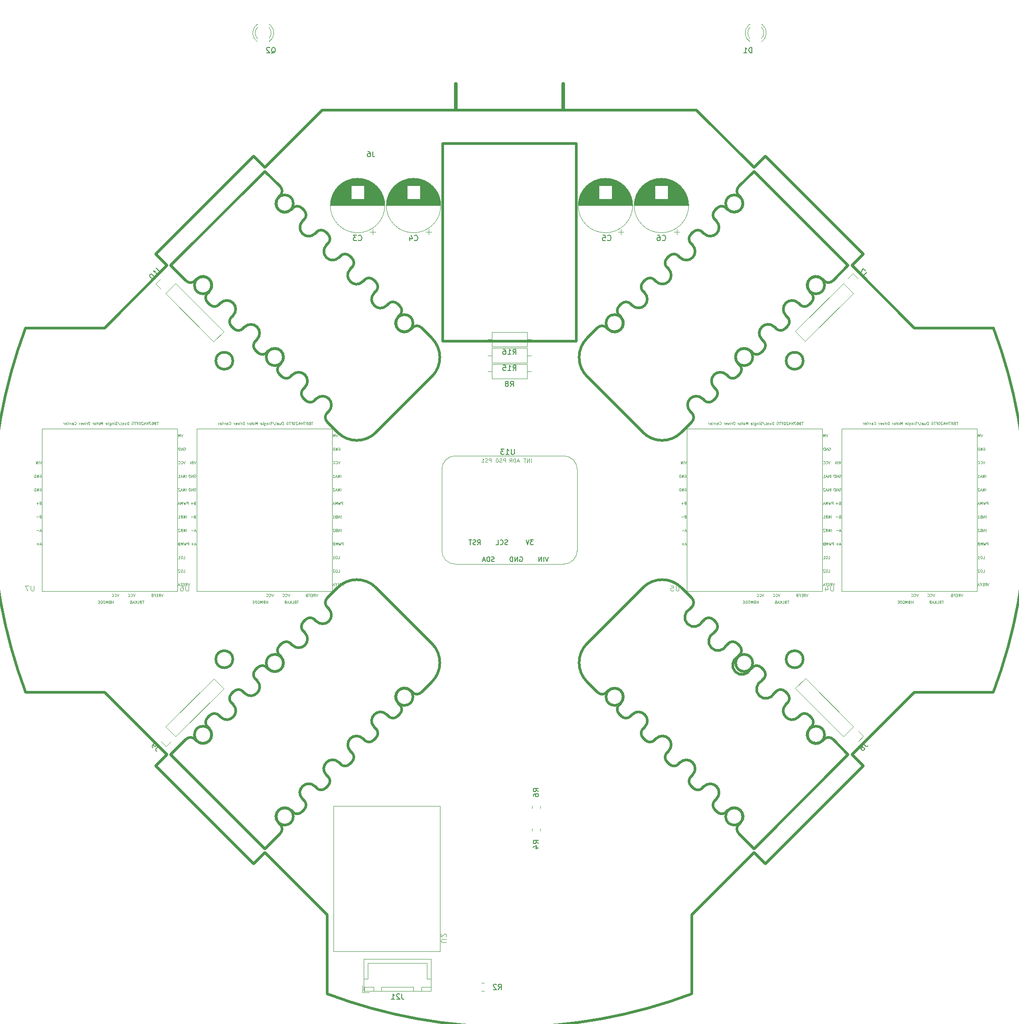
<source format=gbr>
%TF.GenerationSoftware,KiCad,Pcbnew,7.0.6-0*%
%TF.CreationDate,2023-09-15T15:09:58+10:00*%
%TF.ProjectId,Main 3.1,4d61696e-2033-42e3-912e-6b696361645f,rev?*%
%TF.SameCoordinates,Original*%
%TF.FileFunction,Legend,Bot*%
%TF.FilePolarity,Positive*%
%FSLAX46Y46*%
G04 Gerber Fmt 4.6, Leading zero omitted, Abs format (unit mm)*
G04 Created by KiCad (PCBNEW 7.0.6-0) date 2023-09-15 15:09:58*
%MOMM*%
%LPD*%
G01*
G04 APERTURE LIST*
%ADD10C,0.100000*%
%ADD11C,0.150000*%
%ADD12C,0.142240*%
%ADD13C,0.097536*%
%ADD14C,0.500000*%
%ADD15C,0.120000*%
%ADD16C,0.050000*%
G04 APERTURE END LIST*
D10*
X138172580Y-231074404D02*
X137363057Y-231074404D01*
X137363057Y-231074404D02*
X137267819Y-231026785D01*
X137267819Y-231026785D02*
X137220200Y-230979166D01*
X137220200Y-230979166D02*
X137172580Y-230883928D01*
X137172580Y-230883928D02*
X137172580Y-230693452D01*
X137172580Y-230693452D02*
X137220200Y-230598214D01*
X137220200Y-230598214D02*
X137267819Y-230550595D01*
X137267819Y-230550595D02*
X137363057Y-230502976D01*
X137363057Y-230502976D02*
X138172580Y-230502976D01*
X138077342Y-230074404D02*
X138124961Y-230026785D01*
X138124961Y-230026785D02*
X138172580Y-229931547D01*
X138172580Y-229931547D02*
X138172580Y-229693452D01*
X138172580Y-229693452D02*
X138124961Y-229598214D01*
X138124961Y-229598214D02*
X138077342Y-229550595D01*
X138077342Y-229550595D02*
X137982104Y-229502976D01*
X137982104Y-229502976D02*
X137886866Y-229502976D01*
X137886866Y-229502976D02*
X137744009Y-229550595D01*
X137744009Y-229550595D02*
X137172580Y-230122023D01*
X137172580Y-230122023D02*
X137172580Y-229502976D01*
D11*
X121666666Y-99359580D02*
X121714285Y-99407200D01*
X121714285Y-99407200D02*
X121857142Y-99454819D01*
X121857142Y-99454819D02*
X121952380Y-99454819D01*
X121952380Y-99454819D02*
X122095237Y-99407200D01*
X122095237Y-99407200D02*
X122190475Y-99311961D01*
X122190475Y-99311961D02*
X122238094Y-99216723D01*
X122238094Y-99216723D02*
X122285713Y-99026247D01*
X122285713Y-99026247D02*
X122285713Y-98883390D01*
X122285713Y-98883390D02*
X122238094Y-98692914D01*
X122238094Y-98692914D02*
X122190475Y-98597676D01*
X122190475Y-98597676D02*
X122095237Y-98502438D01*
X122095237Y-98502438D02*
X121952380Y-98454819D01*
X121952380Y-98454819D02*
X121857142Y-98454819D01*
X121857142Y-98454819D02*
X121714285Y-98502438D01*
X121714285Y-98502438D02*
X121666666Y-98550057D01*
X121333332Y-98454819D02*
X120714285Y-98454819D01*
X120714285Y-98454819D02*
X121047618Y-98835771D01*
X121047618Y-98835771D02*
X120904761Y-98835771D01*
X120904761Y-98835771D02*
X120809523Y-98883390D01*
X120809523Y-98883390D02*
X120761904Y-98931009D01*
X120761904Y-98931009D02*
X120714285Y-99026247D01*
X120714285Y-99026247D02*
X120714285Y-99264342D01*
X120714285Y-99264342D02*
X120761904Y-99359580D01*
X120761904Y-99359580D02*
X120809523Y-99407200D01*
X120809523Y-99407200D02*
X120904761Y-99454819D01*
X120904761Y-99454819D02*
X121190475Y-99454819D01*
X121190475Y-99454819D02*
X121285713Y-99407200D01*
X121285713Y-99407200D02*
X121333332Y-99359580D01*
X84207744Y-194299015D02*
X83702668Y-194804091D01*
X83702668Y-194804091D02*
X83635324Y-194938778D01*
X83635324Y-194938778D02*
X83635324Y-195073465D01*
X83635324Y-195073465D02*
X83702668Y-195208152D01*
X83702668Y-195208152D02*
X83770011Y-195275496D01*
X83130248Y-194635732D02*
X82995561Y-194501045D01*
X82995561Y-194501045D02*
X82961889Y-194400030D01*
X82961889Y-194400030D02*
X82961889Y-194332686D01*
X82961889Y-194332686D02*
X82995561Y-194164328D01*
X82995561Y-194164328D02*
X83096576Y-193995969D01*
X83096576Y-193995969D02*
X83365950Y-193726595D01*
X83365950Y-193726595D02*
X83466965Y-193692923D01*
X83466965Y-193692923D02*
X83534309Y-193692923D01*
X83534309Y-193692923D02*
X83635324Y-193726595D01*
X83635324Y-193726595D02*
X83770011Y-193861282D01*
X83770011Y-193861282D02*
X83803683Y-193962297D01*
X83803683Y-193962297D02*
X83803683Y-194029641D01*
X83803683Y-194029641D02*
X83770011Y-194130656D01*
X83770011Y-194130656D02*
X83601652Y-194299015D01*
X83601652Y-194299015D02*
X83500637Y-194332686D01*
X83500637Y-194332686D02*
X83433294Y-194332686D01*
X83433294Y-194332686D02*
X83332278Y-194299015D01*
X83332278Y-194299015D02*
X83197591Y-194164328D01*
X83197591Y-194164328D02*
X83163920Y-194063312D01*
X83163920Y-194063312D02*
X83163920Y-193995969D01*
X83163920Y-193995969D02*
X83197591Y-193894954D01*
X178666666Y-99359580D02*
X178714285Y-99407200D01*
X178714285Y-99407200D02*
X178857142Y-99454819D01*
X178857142Y-99454819D02*
X178952380Y-99454819D01*
X178952380Y-99454819D02*
X179095237Y-99407200D01*
X179095237Y-99407200D02*
X179190475Y-99311961D01*
X179190475Y-99311961D02*
X179238094Y-99216723D01*
X179238094Y-99216723D02*
X179285713Y-99026247D01*
X179285713Y-99026247D02*
X179285713Y-98883390D01*
X179285713Y-98883390D02*
X179238094Y-98692914D01*
X179238094Y-98692914D02*
X179190475Y-98597676D01*
X179190475Y-98597676D02*
X179095237Y-98502438D01*
X179095237Y-98502438D02*
X178952380Y-98454819D01*
X178952380Y-98454819D02*
X178857142Y-98454819D01*
X178857142Y-98454819D02*
X178714285Y-98502438D01*
X178714285Y-98502438D02*
X178666666Y-98550057D01*
X177809523Y-98454819D02*
X177999999Y-98454819D01*
X177999999Y-98454819D02*
X178095237Y-98502438D01*
X178095237Y-98502438D02*
X178142856Y-98550057D01*
X178142856Y-98550057D02*
X178238094Y-98692914D01*
X178238094Y-98692914D02*
X178285713Y-98883390D01*
X178285713Y-98883390D02*
X178285713Y-99264342D01*
X178285713Y-99264342D02*
X178238094Y-99359580D01*
X178238094Y-99359580D02*
X178190475Y-99407200D01*
X178190475Y-99407200D02*
X178095237Y-99454819D01*
X178095237Y-99454819D02*
X177904761Y-99454819D01*
X177904761Y-99454819D02*
X177809523Y-99407200D01*
X177809523Y-99407200D02*
X177761904Y-99359580D01*
X177761904Y-99359580D02*
X177714285Y-99264342D01*
X177714285Y-99264342D02*
X177714285Y-99026247D01*
X177714285Y-99026247D02*
X177761904Y-98931009D01*
X177761904Y-98931009D02*
X177809523Y-98883390D01*
X177809523Y-98883390D02*
X177904761Y-98835771D01*
X177904761Y-98835771D02*
X178095237Y-98835771D01*
X178095237Y-98835771D02*
X178190475Y-98883390D01*
X178190475Y-98883390D02*
X178238094Y-98931009D01*
X178238094Y-98931009D02*
X178285713Y-99026247D01*
X168416666Y-99359580D02*
X168464285Y-99407200D01*
X168464285Y-99407200D02*
X168607142Y-99454819D01*
X168607142Y-99454819D02*
X168702380Y-99454819D01*
X168702380Y-99454819D02*
X168845237Y-99407200D01*
X168845237Y-99407200D02*
X168940475Y-99311961D01*
X168940475Y-99311961D02*
X168988094Y-99216723D01*
X168988094Y-99216723D02*
X169035713Y-99026247D01*
X169035713Y-99026247D02*
X169035713Y-98883390D01*
X169035713Y-98883390D02*
X168988094Y-98692914D01*
X168988094Y-98692914D02*
X168940475Y-98597676D01*
X168940475Y-98597676D02*
X168845237Y-98502438D01*
X168845237Y-98502438D02*
X168702380Y-98454819D01*
X168702380Y-98454819D02*
X168607142Y-98454819D01*
X168607142Y-98454819D02*
X168464285Y-98502438D01*
X168464285Y-98502438D02*
X168416666Y-98550057D01*
X167511904Y-98454819D02*
X167988094Y-98454819D01*
X167988094Y-98454819D02*
X168035713Y-98931009D01*
X168035713Y-98931009D02*
X167988094Y-98883390D01*
X167988094Y-98883390D02*
X167892856Y-98835771D01*
X167892856Y-98835771D02*
X167654761Y-98835771D01*
X167654761Y-98835771D02*
X167559523Y-98883390D01*
X167559523Y-98883390D02*
X167511904Y-98931009D01*
X167511904Y-98931009D02*
X167464285Y-99026247D01*
X167464285Y-99026247D02*
X167464285Y-99264342D01*
X167464285Y-99264342D02*
X167511904Y-99359580D01*
X167511904Y-99359580D02*
X167559523Y-99407200D01*
X167559523Y-99407200D02*
X167654761Y-99454819D01*
X167654761Y-99454819D02*
X167892856Y-99454819D01*
X167892856Y-99454819D02*
X167988094Y-99407200D01*
X167988094Y-99407200D02*
X168035713Y-99359580D01*
X155454819Y-212583333D02*
X154978628Y-212250000D01*
X155454819Y-212011905D02*
X154454819Y-212011905D01*
X154454819Y-212011905D02*
X154454819Y-212392857D01*
X154454819Y-212392857D02*
X154502438Y-212488095D01*
X154502438Y-212488095D02*
X154550057Y-212535714D01*
X154550057Y-212535714D02*
X154645295Y-212583333D01*
X154645295Y-212583333D02*
X154788152Y-212583333D01*
X154788152Y-212583333D02*
X154883390Y-212535714D01*
X154883390Y-212535714D02*
X154931009Y-212488095D01*
X154931009Y-212488095D02*
X154978628Y-212392857D01*
X154978628Y-212392857D02*
X154978628Y-212011905D01*
X154788152Y-213440476D02*
X155454819Y-213440476D01*
X154407200Y-213202381D02*
X155121485Y-212964286D01*
X155121485Y-212964286D02*
X155121485Y-213583333D01*
D10*
X60775904Y-164189419D02*
X60775904Y-164998942D01*
X60775904Y-164998942D02*
X60728285Y-165094180D01*
X60728285Y-165094180D02*
X60680666Y-165141800D01*
X60680666Y-165141800D02*
X60585428Y-165189419D01*
X60585428Y-165189419D02*
X60394952Y-165189419D01*
X60394952Y-165189419D02*
X60299714Y-165141800D01*
X60299714Y-165141800D02*
X60252095Y-165094180D01*
X60252095Y-165094180D02*
X60204476Y-164998942D01*
X60204476Y-164998942D02*
X60204476Y-164189419D01*
X59823523Y-164189419D02*
X59156857Y-164189419D01*
X59156857Y-164189419D02*
X59585428Y-165189419D01*
X88718169Y-135756109D02*
X88551503Y-136256109D01*
X88551503Y-136256109D02*
X88384836Y-135756109D01*
X88218170Y-136256109D02*
X88218170Y-135756109D01*
X88218170Y-135756109D02*
X88051503Y-136113252D01*
X88051503Y-136113252D02*
X87884837Y-135756109D01*
X87884837Y-135756109D02*
X87884837Y-136256109D01*
X61853258Y-143399919D02*
X61900877Y-143376109D01*
X61900877Y-143376109D02*
X61972306Y-143376109D01*
X61972306Y-143376109D02*
X62043734Y-143399919D01*
X62043734Y-143399919D02*
X62091353Y-143447538D01*
X62091353Y-143447538D02*
X62115163Y-143495157D01*
X62115163Y-143495157D02*
X62138972Y-143590395D01*
X62138972Y-143590395D02*
X62138972Y-143661823D01*
X62138972Y-143661823D02*
X62115163Y-143757061D01*
X62115163Y-143757061D02*
X62091353Y-143804680D01*
X62091353Y-143804680D02*
X62043734Y-143852300D01*
X62043734Y-143852300D02*
X61972306Y-143876109D01*
X61972306Y-143876109D02*
X61924687Y-143876109D01*
X61924687Y-143876109D02*
X61853258Y-143852300D01*
X61853258Y-143852300D02*
X61829449Y-143828490D01*
X61829449Y-143828490D02*
X61829449Y-143661823D01*
X61829449Y-143661823D02*
X61924687Y-143661823D01*
X61615163Y-143876109D02*
X61615163Y-143376109D01*
X61615163Y-143376109D02*
X61329449Y-143876109D01*
X61329449Y-143876109D02*
X61329449Y-143376109D01*
X61091353Y-143876109D02*
X61091353Y-143376109D01*
X61091353Y-143376109D02*
X60972305Y-143376109D01*
X60972305Y-143376109D02*
X60900877Y-143399919D01*
X60900877Y-143399919D02*
X60853258Y-143447538D01*
X60853258Y-143447538D02*
X60829448Y-143495157D01*
X60829448Y-143495157D02*
X60805639Y-143590395D01*
X60805639Y-143590395D02*
X60805639Y-143661823D01*
X60805639Y-143661823D02*
X60829448Y-143757061D01*
X60829448Y-143757061D02*
X60853258Y-143804680D01*
X60853258Y-143804680D02*
X60900877Y-143852300D01*
X60900877Y-143852300D02*
X60972305Y-143876109D01*
X60972305Y-143876109D02*
X61091353Y-143876109D01*
X75654667Y-167498109D02*
X75654667Y-166998109D01*
X75654667Y-167236204D02*
X75368953Y-167236204D01*
X75368953Y-167498109D02*
X75368953Y-166998109D01*
X74964190Y-167236204D02*
X74892762Y-167260014D01*
X74892762Y-167260014D02*
X74868952Y-167283823D01*
X74868952Y-167283823D02*
X74845143Y-167331442D01*
X74845143Y-167331442D02*
X74845143Y-167402871D01*
X74845143Y-167402871D02*
X74868952Y-167450490D01*
X74868952Y-167450490D02*
X74892762Y-167474300D01*
X74892762Y-167474300D02*
X74940381Y-167498109D01*
X74940381Y-167498109D02*
X75130857Y-167498109D01*
X75130857Y-167498109D02*
X75130857Y-166998109D01*
X75130857Y-166998109D02*
X74964190Y-166998109D01*
X74964190Y-166998109D02*
X74916571Y-167021919D01*
X74916571Y-167021919D02*
X74892762Y-167045728D01*
X74892762Y-167045728D02*
X74868952Y-167093347D01*
X74868952Y-167093347D02*
X74868952Y-167140966D01*
X74868952Y-167140966D02*
X74892762Y-167188585D01*
X74892762Y-167188585D02*
X74916571Y-167212395D01*
X74916571Y-167212395D02*
X74964190Y-167236204D01*
X74964190Y-167236204D02*
X75130857Y-167236204D01*
X74630857Y-167498109D02*
X74630857Y-166998109D01*
X74630857Y-166998109D02*
X74464190Y-167355252D01*
X74464190Y-167355252D02*
X74297524Y-166998109D01*
X74297524Y-166998109D02*
X74297524Y-167498109D01*
X73964190Y-166998109D02*
X73868952Y-166998109D01*
X73868952Y-166998109D02*
X73821333Y-167021919D01*
X73821333Y-167021919D02*
X73773714Y-167069538D01*
X73773714Y-167069538D02*
X73749904Y-167164776D01*
X73749904Y-167164776D02*
X73749904Y-167331442D01*
X73749904Y-167331442D02*
X73773714Y-167426680D01*
X73773714Y-167426680D02*
X73821333Y-167474300D01*
X73821333Y-167474300D02*
X73868952Y-167498109D01*
X73868952Y-167498109D02*
X73964190Y-167498109D01*
X73964190Y-167498109D02*
X74011809Y-167474300D01*
X74011809Y-167474300D02*
X74059428Y-167426680D01*
X74059428Y-167426680D02*
X74083237Y-167331442D01*
X74083237Y-167331442D02*
X74083237Y-167164776D01*
X74083237Y-167164776D02*
X74059428Y-167069538D01*
X74059428Y-167069538D02*
X74011809Y-167021919D01*
X74011809Y-167021919D02*
X73964190Y-166998109D01*
X73535618Y-167498109D02*
X73535618Y-166998109D01*
X73535618Y-166998109D02*
X73416570Y-166998109D01*
X73416570Y-166998109D02*
X73345142Y-167021919D01*
X73345142Y-167021919D02*
X73297523Y-167069538D01*
X73297523Y-167069538D02*
X73273713Y-167117157D01*
X73273713Y-167117157D02*
X73249904Y-167212395D01*
X73249904Y-167212395D02*
X73249904Y-167283823D01*
X73249904Y-167283823D02*
X73273713Y-167379061D01*
X73273713Y-167379061D02*
X73297523Y-167426680D01*
X73297523Y-167426680D02*
X73345142Y-167474300D01*
X73345142Y-167474300D02*
X73416570Y-167498109D01*
X73416570Y-167498109D02*
X73535618Y-167498109D01*
X73035618Y-167236204D02*
X72868951Y-167236204D01*
X72797523Y-167498109D02*
X73035618Y-167498109D01*
X73035618Y-167498109D02*
X73035618Y-166998109D01*
X73035618Y-166998109D02*
X72797523Y-166998109D01*
X89313407Y-143876109D02*
X89313407Y-143376109D01*
X89075312Y-143876109D02*
X89075312Y-143376109D01*
X89075312Y-143376109D02*
X88789598Y-143876109D01*
X88789598Y-143876109D02*
X88789598Y-143376109D01*
X88575311Y-143733252D02*
X88337216Y-143733252D01*
X88622930Y-143876109D02*
X88456264Y-143376109D01*
X88456264Y-143376109D02*
X88289597Y-143876109D01*
X87861026Y-143876109D02*
X88146740Y-143876109D01*
X88003883Y-143876109D02*
X88003883Y-143376109D01*
X88003883Y-143376109D02*
X88051502Y-143447538D01*
X88051502Y-143447538D02*
X88099121Y-143495157D01*
X88099121Y-143495157D02*
X88146740Y-143518966D01*
X89789599Y-156576109D02*
X89789599Y-156076109D01*
X89789599Y-156076109D02*
X89599123Y-156076109D01*
X89599123Y-156076109D02*
X89551504Y-156099919D01*
X89551504Y-156099919D02*
X89527694Y-156123728D01*
X89527694Y-156123728D02*
X89503885Y-156171347D01*
X89503885Y-156171347D02*
X89503885Y-156242776D01*
X89503885Y-156242776D02*
X89527694Y-156290395D01*
X89527694Y-156290395D02*
X89551504Y-156314204D01*
X89551504Y-156314204D02*
X89599123Y-156338014D01*
X89599123Y-156338014D02*
X89789599Y-156338014D01*
X89337218Y-156076109D02*
X89218170Y-156576109D01*
X89218170Y-156576109D02*
X89122932Y-156218966D01*
X89122932Y-156218966D02*
X89027694Y-156576109D01*
X89027694Y-156576109D02*
X88908647Y-156076109D01*
X88718170Y-156576109D02*
X88718170Y-156076109D01*
X88718170Y-156076109D02*
X88551503Y-156433252D01*
X88551503Y-156433252D02*
X88384837Y-156076109D01*
X88384837Y-156076109D02*
X88384837Y-156576109D01*
X87980074Y-156314204D02*
X87908646Y-156338014D01*
X87908646Y-156338014D02*
X87884836Y-156361823D01*
X87884836Y-156361823D02*
X87861027Y-156409442D01*
X87861027Y-156409442D02*
X87861027Y-156480871D01*
X87861027Y-156480871D02*
X87884836Y-156528490D01*
X87884836Y-156528490D02*
X87908646Y-156552300D01*
X87908646Y-156552300D02*
X87956265Y-156576109D01*
X87956265Y-156576109D02*
X88146741Y-156576109D01*
X88146741Y-156576109D02*
X88146741Y-156076109D01*
X88146741Y-156076109D02*
X87980074Y-156076109D01*
X87980074Y-156076109D02*
X87932455Y-156099919D01*
X87932455Y-156099919D02*
X87908646Y-156123728D01*
X87908646Y-156123728D02*
X87884836Y-156171347D01*
X87884836Y-156171347D02*
X87884836Y-156218966D01*
X87884836Y-156218966D02*
X87908646Y-156266585D01*
X87908646Y-156266585D02*
X87932455Y-156290395D01*
X87932455Y-156290395D02*
X87980074Y-156314204D01*
X87980074Y-156314204D02*
X88146741Y-156314204D01*
X89384836Y-151496109D02*
X89384836Y-150996109D01*
X89146741Y-151496109D02*
X89146741Y-150996109D01*
X89146741Y-150996109D02*
X88861027Y-151496109D01*
X88861027Y-151496109D02*
X88861027Y-150996109D01*
X88456264Y-151234204D02*
X88384836Y-151258014D01*
X88384836Y-151258014D02*
X88361026Y-151281823D01*
X88361026Y-151281823D02*
X88337217Y-151329442D01*
X88337217Y-151329442D02*
X88337217Y-151400871D01*
X88337217Y-151400871D02*
X88361026Y-151448490D01*
X88361026Y-151448490D02*
X88384836Y-151472300D01*
X88384836Y-151472300D02*
X88432455Y-151496109D01*
X88432455Y-151496109D02*
X88622931Y-151496109D01*
X88622931Y-151496109D02*
X88622931Y-150996109D01*
X88622931Y-150996109D02*
X88456264Y-150996109D01*
X88456264Y-150996109D02*
X88408645Y-151019919D01*
X88408645Y-151019919D02*
X88384836Y-151043728D01*
X88384836Y-151043728D02*
X88361026Y-151091347D01*
X88361026Y-151091347D02*
X88361026Y-151138966D01*
X88361026Y-151138966D02*
X88384836Y-151186585D01*
X88384836Y-151186585D02*
X88408645Y-151210395D01*
X88408645Y-151210395D02*
X88456264Y-151234204D01*
X88456264Y-151234204D02*
X88622931Y-151234204D01*
X87861026Y-151496109D02*
X88146740Y-151496109D01*
X88003883Y-151496109D02*
X88003883Y-150996109D01*
X88003883Y-150996109D02*
X88051502Y-151067538D01*
X88051502Y-151067538D02*
X88099121Y-151115157D01*
X88099121Y-151115157D02*
X88146740Y-151138966D01*
X88813408Y-161656109D02*
X89051503Y-161656109D01*
X89051503Y-161656109D02*
X89051503Y-161156109D01*
X88551503Y-161156109D02*
X88456265Y-161156109D01*
X88456265Y-161156109D02*
X88408646Y-161179919D01*
X88408646Y-161179919D02*
X88361027Y-161227538D01*
X88361027Y-161227538D02*
X88337217Y-161322776D01*
X88337217Y-161322776D02*
X88337217Y-161489442D01*
X88337217Y-161489442D02*
X88361027Y-161584680D01*
X88361027Y-161584680D02*
X88408646Y-161632300D01*
X88408646Y-161632300D02*
X88456265Y-161656109D01*
X88456265Y-161656109D02*
X88551503Y-161656109D01*
X88551503Y-161656109D02*
X88599122Y-161632300D01*
X88599122Y-161632300D02*
X88646741Y-161584680D01*
X88646741Y-161584680D02*
X88670550Y-161489442D01*
X88670550Y-161489442D02*
X88670550Y-161322776D01*
X88670550Y-161322776D02*
X88646741Y-161227538D01*
X88646741Y-161227538D02*
X88599122Y-161179919D01*
X88599122Y-161179919D02*
X88551503Y-161156109D01*
X88146740Y-161203728D02*
X88122931Y-161179919D01*
X88122931Y-161179919D02*
X88075312Y-161156109D01*
X88075312Y-161156109D02*
X87956264Y-161156109D01*
X87956264Y-161156109D02*
X87908645Y-161179919D01*
X87908645Y-161179919D02*
X87884836Y-161203728D01*
X87884836Y-161203728D02*
X87861026Y-161251347D01*
X87861026Y-161251347D02*
X87861026Y-161298966D01*
X87861026Y-161298966D02*
X87884836Y-161370395D01*
X87884836Y-161370395D02*
X88170550Y-161656109D01*
X88170550Y-161656109D02*
X87861026Y-161656109D01*
X61948496Y-148694204D02*
X61877068Y-148718014D01*
X61877068Y-148718014D02*
X61853258Y-148741823D01*
X61853258Y-148741823D02*
X61829449Y-148789442D01*
X61829449Y-148789442D02*
X61829449Y-148860871D01*
X61829449Y-148860871D02*
X61853258Y-148908490D01*
X61853258Y-148908490D02*
X61877068Y-148932300D01*
X61877068Y-148932300D02*
X61924687Y-148956109D01*
X61924687Y-148956109D02*
X62115163Y-148956109D01*
X62115163Y-148956109D02*
X62115163Y-148456109D01*
X62115163Y-148456109D02*
X61948496Y-148456109D01*
X61948496Y-148456109D02*
X61900877Y-148479919D01*
X61900877Y-148479919D02*
X61877068Y-148503728D01*
X61877068Y-148503728D02*
X61853258Y-148551347D01*
X61853258Y-148551347D02*
X61853258Y-148598966D01*
X61853258Y-148598966D02*
X61877068Y-148646585D01*
X61877068Y-148646585D02*
X61900877Y-148670395D01*
X61900877Y-148670395D02*
X61948496Y-148694204D01*
X61948496Y-148694204D02*
X62115163Y-148694204D01*
X61615163Y-148765633D02*
X61234211Y-148765633D01*
X61424687Y-148956109D02*
X61424687Y-148575157D01*
X61853258Y-145939919D02*
X61900877Y-145916109D01*
X61900877Y-145916109D02*
X61972306Y-145916109D01*
X61972306Y-145916109D02*
X62043734Y-145939919D01*
X62043734Y-145939919D02*
X62091353Y-145987538D01*
X62091353Y-145987538D02*
X62115163Y-146035157D01*
X62115163Y-146035157D02*
X62138972Y-146130395D01*
X62138972Y-146130395D02*
X62138972Y-146201823D01*
X62138972Y-146201823D02*
X62115163Y-146297061D01*
X62115163Y-146297061D02*
X62091353Y-146344680D01*
X62091353Y-146344680D02*
X62043734Y-146392300D01*
X62043734Y-146392300D02*
X61972306Y-146416109D01*
X61972306Y-146416109D02*
X61924687Y-146416109D01*
X61924687Y-146416109D02*
X61853258Y-146392300D01*
X61853258Y-146392300D02*
X61829449Y-146368490D01*
X61829449Y-146368490D02*
X61829449Y-146201823D01*
X61829449Y-146201823D02*
X61924687Y-146201823D01*
X61615163Y-146416109D02*
X61615163Y-145916109D01*
X61615163Y-145916109D02*
X61329449Y-146416109D01*
X61329449Y-146416109D02*
X61329449Y-145916109D01*
X61091353Y-146416109D02*
X61091353Y-145916109D01*
X61091353Y-145916109D02*
X60972305Y-145916109D01*
X60972305Y-145916109D02*
X60900877Y-145939919D01*
X60900877Y-145939919D02*
X60853258Y-145987538D01*
X60853258Y-145987538D02*
X60829448Y-146035157D01*
X60829448Y-146035157D02*
X60805639Y-146130395D01*
X60805639Y-146130395D02*
X60805639Y-146201823D01*
X60805639Y-146201823D02*
X60829448Y-146297061D01*
X60829448Y-146297061D02*
X60853258Y-146344680D01*
X60853258Y-146344680D02*
X60900877Y-146392300D01*
X60900877Y-146392300D02*
X60972305Y-146416109D01*
X60972305Y-146416109D02*
X61091353Y-146416109D01*
X62186591Y-140836109D02*
X62019925Y-141336109D01*
X62019925Y-141336109D02*
X61853258Y-140836109D01*
X61686592Y-141336109D02*
X61686592Y-140836109D01*
X61448497Y-141336109D02*
X61448497Y-140836109D01*
X61448497Y-140836109D02*
X61162783Y-141336109D01*
X61162783Y-141336109D02*
X61162783Y-140836109D01*
X76682665Y-165728109D02*
X76515999Y-166228109D01*
X76515999Y-166228109D02*
X76349332Y-165728109D01*
X75896952Y-166180490D02*
X75920761Y-166204300D01*
X75920761Y-166204300D02*
X75992190Y-166228109D01*
X75992190Y-166228109D02*
X76039809Y-166228109D01*
X76039809Y-166228109D02*
X76111237Y-166204300D01*
X76111237Y-166204300D02*
X76158856Y-166156680D01*
X76158856Y-166156680D02*
X76182666Y-166109061D01*
X76182666Y-166109061D02*
X76206475Y-166013823D01*
X76206475Y-166013823D02*
X76206475Y-165942395D01*
X76206475Y-165942395D02*
X76182666Y-165847157D01*
X76182666Y-165847157D02*
X76158856Y-165799538D01*
X76158856Y-165799538D02*
X76111237Y-165751919D01*
X76111237Y-165751919D02*
X76039809Y-165728109D01*
X76039809Y-165728109D02*
X75992190Y-165728109D01*
X75992190Y-165728109D02*
X75920761Y-165751919D01*
X75920761Y-165751919D02*
X75896952Y-165775728D01*
X75396952Y-166180490D02*
X75420761Y-166204300D01*
X75420761Y-166204300D02*
X75492190Y-166228109D01*
X75492190Y-166228109D02*
X75539809Y-166228109D01*
X75539809Y-166228109D02*
X75611237Y-166204300D01*
X75611237Y-166204300D02*
X75658856Y-166156680D01*
X75658856Y-166156680D02*
X75682666Y-166109061D01*
X75682666Y-166109061D02*
X75706475Y-166013823D01*
X75706475Y-166013823D02*
X75706475Y-165942395D01*
X75706475Y-165942395D02*
X75682666Y-165847157D01*
X75682666Y-165847157D02*
X75658856Y-165799538D01*
X75658856Y-165799538D02*
X75611237Y-165751919D01*
X75611237Y-165751919D02*
X75539809Y-165728109D01*
X75539809Y-165728109D02*
X75492190Y-165728109D01*
X75492190Y-165728109D02*
X75420761Y-165751919D01*
X75420761Y-165751919D02*
X75396952Y-165775728D01*
X89313407Y-146416109D02*
X89313407Y-145916109D01*
X89075312Y-146416109D02*
X89075312Y-145916109D01*
X89075312Y-145916109D02*
X88789598Y-146416109D01*
X88789598Y-146416109D02*
X88789598Y-145916109D01*
X88575311Y-146273252D02*
X88337216Y-146273252D01*
X88622930Y-146416109D02*
X88456264Y-145916109D01*
X88456264Y-145916109D02*
X88289597Y-146416109D01*
X88146740Y-145963728D02*
X88122931Y-145939919D01*
X88122931Y-145939919D02*
X88075312Y-145916109D01*
X88075312Y-145916109D02*
X87956264Y-145916109D01*
X87956264Y-145916109D02*
X87908645Y-145939919D01*
X87908645Y-145939919D02*
X87884836Y-145963728D01*
X87884836Y-145963728D02*
X87861026Y-146011347D01*
X87861026Y-146011347D02*
X87861026Y-146058966D01*
X87861026Y-146058966D02*
X87884836Y-146130395D01*
X87884836Y-146130395D02*
X88170550Y-146416109D01*
X88170550Y-146416109D02*
X87861026Y-146416109D01*
X84997141Y-165728109D02*
X84830475Y-166228109D01*
X84830475Y-166228109D02*
X84663808Y-165728109D01*
X84211428Y-166228109D02*
X84378094Y-165990014D01*
X84497142Y-166228109D02*
X84497142Y-165728109D01*
X84497142Y-165728109D02*
X84306666Y-165728109D01*
X84306666Y-165728109D02*
X84259047Y-165751919D01*
X84259047Y-165751919D02*
X84235237Y-165775728D01*
X84235237Y-165775728D02*
X84211428Y-165823347D01*
X84211428Y-165823347D02*
X84211428Y-165894776D01*
X84211428Y-165894776D02*
X84235237Y-165942395D01*
X84235237Y-165942395D02*
X84259047Y-165966204D01*
X84259047Y-165966204D02*
X84306666Y-165990014D01*
X84306666Y-165990014D02*
X84497142Y-165990014D01*
X83997142Y-165966204D02*
X83830475Y-165966204D01*
X83759047Y-166228109D02*
X83997142Y-166228109D01*
X83997142Y-166228109D02*
X83997142Y-165728109D01*
X83997142Y-165728109D02*
X83759047Y-165728109D01*
X83378094Y-165966204D02*
X83544761Y-165966204D01*
X83544761Y-166228109D02*
X83544761Y-165728109D01*
X83544761Y-165728109D02*
X83306666Y-165728109D01*
X82949523Y-165966204D02*
X82878095Y-165990014D01*
X82878095Y-165990014D02*
X82854285Y-166013823D01*
X82854285Y-166013823D02*
X82830476Y-166061442D01*
X82830476Y-166061442D02*
X82830476Y-166132871D01*
X82830476Y-166132871D02*
X82854285Y-166180490D01*
X82854285Y-166180490D02*
X82878095Y-166204300D01*
X82878095Y-166204300D02*
X82925714Y-166228109D01*
X82925714Y-166228109D02*
X83116190Y-166228109D01*
X83116190Y-166228109D02*
X83116190Y-165728109D01*
X83116190Y-165728109D02*
X82949523Y-165728109D01*
X82949523Y-165728109D02*
X82901904Y-165751919D01*
X82901904Y-165751919D02*
X82878095Y-165775728D01*
X82878095Y-165775728D02*
X82854285Y-165823347D01*
X82854285Y-165823347D02*
X82854285Y-165870966D01*
X82854285Y-165870966D02*
X82878095Y-165918585D01*
X82878095Y-165918585D02*
X82901904Y-165942395D01*
X82901904Y-165942395D02*
X82949523Y-165966204D01*
X82949523Y-165966204D02*
X83116190Y-165966204D01*
X88813408Y-159116109D02*
X89051503Y-159116109D01*
X89051503Y-159116109D02*
X89051503Y-158616109D01*
X88551503Y-158616109D02*
X88456265Y-158616109D01*
X88456265Y-158616109D02*
X88408646Y-158639919D01*
X88408646Y-158639919D02*
X88361027Y-158687538D01*
X88361027Y-158687538D02*
X88337217Y-158782776D01*
X88337217Y-158782776D02*
X88337217Y-158949442D01*
X88337217Y-158949442D02*
X88361027Y-159044680D01*
X88361027Y-159044680D02*
X88408646Y-159092300D01*
X88408646Y-159092300D02*
X88456265Y-159116109D01*
X88456265Y-159116109D02*
X88551503Y-159116109D01*
X88551503Y-159116109D02*
X88599122Y-159092300D01*
X88599122Y-159092300D02*
X88646741Y-159044680D01*
X88646741Y-159044680D02*
X88670550Y-158949442D01*
X88670550Y-158949442D02*
X88670550Y-158782776D01*
X88670550Y-158782776D02*
X88646741Y-158687538D01*
X88646741Y-158687538D02*
X88599122Y-158639919D01*
X88599122Y-158639919D02*
X88551503Y-158616109D01*
X87861026Y-159116109D02*
X88146740Y-159116109D01*
X88003883Y-159116109D02*
X88003883Y-158616109D01*
X88003883Y-158616109D02*
X88051502Y-158687538D01*
X88051502Y-158687538D02*
X88099121Y-158735157D01*
X88099121Y-158735157D02*
X88146740Y-158758966D01*
X84095234Y-133470109D02*
X83809520Y-133470109D01*
X83952377Y-133970109D02*
X83952377Y-133470109D01*
X83476187Y-133708204D02*
X83404759Y-133732014D01*
X83404759Y-133732014D02*
X83380949Y-133755823D01*
X83380949Y-133755823D02*
X83357140Y-133803442D01*
X83357140Y-133803442D02*
X83357140Y-133874871D01*
X83357140Y-133874871D02*
X83380949Y-133922490D01*
X83380949Y-133922490D02*
X83404759Y-133946300D01*
X83404759Y-133946300D02*
X83452378Y-133970109D01*
X83452378Y-133970109D02*
X83642854Y-133970109D01*
X83642854Y-133970109D02*
X83642854Y-133470109D01*
X83642854Y-133470109D02*
X83476187Y-133470109D01*
X83476187Y-133470109D02*
X83428568Y-133493919D01*
X83428568Y-133493919D02*
X83404759Y-133517728D01*
X83404759Y-133517728D02*
X83380949Y-133565347D01*
X83380949Y-133565347D02*
X83380949Y-133612966D01*
X83380949Y-133612966D02*
X83404759Y-133660585D01*
X83404759Y-133660585D02*
X83428568Y-133684395D01*
X83428568Y-133684395D02*
X83476187Y-133708204D01*
X83476187Y-133708204D02*
X83642854Y-133708204D01*
X82928568Y-133470109D02*
X83023806Y-133470109D01*
X83023806Y-133470109D02*
X83071425Y-133493919D01*
X83071425Y-133493919D02*
X83095235Y-133517728D01*
X83095235Y-133517728D02*
X83142854Y-133589157D01*
X83142854Y-133589157D02*
X83166663Y-133684395D01*
X83166663Y-133684395D02*
X83166663Y-133874871D01*
X83166663Y-133874871D02*
X83142854Y-133922490D01*
X83142854Y-133922490D02*
X83119044Y-133946300D01*
X83119044Y-133946300D02*
X83071425Y-133970109D01*
X83071425Y-133970109D02*
X82976187Y-133970109D01*
X82976187Y-133970109D02*
X82928568Y-133946300D01*
X82928568Y-133946300D02*
X82904759Y-133922490D01*
X82904759Y-133922490D02*
X82880949Y-133874871D01*
X82880949Y-133874871D02*
X82880949Y-133755823D01*
X82880949Y-133755823D02*
X82904759Y-133708204D01*
X82904759Y-133708204D02*
X82928568Y-133684395D01*
X82928568Y-133684395D02*
X82976187Y-133660585D01*
X82976187Y-133660585D02*
X83071425Y-133660585D01*
X83071425Y-133660585D02*
X83119044Y-133684395D01*
X83119044Y-133684395D02*
X83142854Y-133708204D01*
X83142854Y-133708204D02*
X83166663Y-133755823D01*
X82714283Y-133470109D02*
X82380950Y-133470109D01*
X82380950Y-133470109D02*
X82595235Y-133970109D01*
X82190474Y-133970109D02*
X82190474Y-133470109D01*
X82190474Y-133708204D02*
X81904760Y-133708204D01*
X81904760Y-133970109D02*
X81904760Y-133470109D01*
X81452378Y-133636776D02*
X81452378Y-133970109D01*
X81571426Y-133446300D02*
X81690473Y-133803442D01*
X81690473Y-133803442D02*
X81380950Y-133803442D01*
X81214283Y-133517728D02*
X81190474Y-133493919D01*
X81190474Y-133493919D02*
X81142855Y-133470109D01*
X81142855Y-133470109D02*
X81023807Y-133470109D01*
X81023807Y-133470109D02*
X80976188Y-133493919D01*
X80976188Y-133493919D02*
X80952379Y-133517728D01*
X80952379Y-133517728D02*
X80928569Y-133565347D01*
X80928569Y-133565347D02*
X80928569Y-133612966D01*
X80928569Y-133612966D02*
X80952379Y-133684395D01*
X80952379Y-133684395D02*
X81238093Y-133970109D01*
X81238093Y-133970109D02*
X80928569Y-133970109D01*
X80619046Y-133470109D02*
X80571427Y-133470109D01*
X80571427Y-133470109D02*
X80523808Y-133493919D01*
X80523808Y-133493919D02*
X80499998Y-133517728D01*
X80499998Y-133517728D02*
X80476189Y-133565347D01*
X80476189Y-133565347D02*
X80452379Y-133660585D01*
X80452379Y-133660585D02*
X80452379Y-133779633D01*
X80452379Y-133779633D02*
X80476189Y-133874871D01*
X80476189Y-133874871D02*
X80499998Y-133922490D01*
X80499998Y-133922490D02*
X80523808Y-133946300D01*
X80523808Y-133946300D02*
X80571427Y-133970109D01*
X80571427Y-133970109D02*
X80619046Y-133970109D01*
X80619046Y-133970109D02*
X80666665Y-133946300D01*
X80666665Y-133946300D02*
X80690474Y-133922490D01*
X80690474Y-133922490D02*
X80714284Y-133874871D01*
X80714284Y-133874871D02*
X80738093Y-133779633D01*
X80738093Y-133779633D02*
X80738093Y-133660585D01*
X80738093Y-133660585D02*
X80714284Y-133565347D01*
X80714284Y-133565347D02*
X80690474Y-133517728D01*
X80690474Y-133517728D02*
X80666665Y-133493919D01*
X80666665Y-133493919D02*
X80619046Y-133470109D01*
X80071427Y-133708204D02*
X80238094Y-133708204D01*
X80238094Y-133970109D02*
X80238094Y-133470109D01*
X80238094Y-133470109D02*
X79999999Y-133470109D01*
X79880951Y-133470109D02*
X79595237Y-133470109D01*
X79738094Y-133970109D02*
X79738094Y-133470109D01*
X79166666Y-133493919D02*
X79214285Y-133470109D01*
X79214285Y-133470109D02*
X79285714Y-133470109D01*
X79285714Y-133470109D02*
X79357142Y-133493919D01*
X79357142Y-133493919D02*
X79404761Y-133541538D01*
X79404761Y-133541538D02*
X79428571Y-133589157D01*
X79428571Y-133589157D02*
X79452380Y-133684395D01*
X79452380Y-133684395D02*
X79452380Y-133755823D01*
X79452380Y-133755823D02*
X79428571Y-133851061D01*
X79428571Y-133851061D02*
X79404761Y-133898680D01*
X79404761Y-133898680D02*
X79357142Y-133946300D01*
X79357142Y-133946300D02*
X79285714Y-133970109D01*
X79285714Y-133970109D02*
X79238095Y-133970109D01*
X79238095Y-133970109D02*
X79166666Y-133946300D01*
X79166666Y-133946300D02*
X79142857Y-133922490D01*
X79142857Y-133922490D02*
X79142857Y-133755823D01*
X79142857Y-133755823D02*
X79238095Y-133755823D01*
X78547619Y-133970109D02*
X78547619Y-133470109D01*
X78547619Y-133470109D02*
X78428571Y-133470109D01*
X78428571Y-133470109D02*
X78357143Y-133493919D01*
X78357143Y-133493919D02*
X78309524Y-133541538D01*
X78309524Y-133541538D02*
X78285714Y-133589157D01*
X78285714Y-133589157D02*
X78261905Y-133684395D01*
X78261905Y-133684395D02*
X78261905Y-133755823D01*
X78261905Y-133755823D02*
X78285714Y-133851061D01*
X78285714Y-133851061D02*
X78309524Y-133898680D01*
X78309524Y-133898680D02*
X78357143Y-133946300D01*
X78357143Y-133946300D02*
X78428571Y-133970109D01*
X78428571Y-133970109D02*
X78547619Y-133970109D01*
X77833333Y-133636776D02*
X77833333Y-133970109D01*
X78047619Y-133636776D02*
X78047619Y-133898680D01*
X78047619Y-133898680D02*
X78023809Y-133946300D01*
X78023809Y-133946300D02*
X77976190Y-133970109D01*
X77976190Y-133970109D02*
X77904762Y-133970109D01*
X77904762Y-133970109D02*
X77857143Y-133946300D01*
X77857143Y-133946300D02*
X77833333Y-133922490D01*
X77380952Y-133970109D02*
X77380952Y-133708204D01*
X77380952Y-133708204D02*
X77404762Y-133660585D01*
X77404762Y-133660585D02*
X77452381Y-133636776D01*
X77452381Y-133636776D02*
X77547619Y-133636776D01*
X77547619Y-133636776D02*
X77595238Y-133660585D01*
X77380952Y-133946300D02*
X77428571Y-133970109D01*
X77428571Y-133970109D02*
X77547619Y-133970109D01*
X77547619Y-133970109D02*
X77595238Y-133946300D01*
X77595238Y-133946300D02*
X77619047Y-133898680D01*
X77619047Y-133898680D02*
X77619047Y-133851061D01*
X77619047Y-133851061D02*
X77595238Y-133803442D01*
X77595238Y-133803442D02*
X77547619Y-133779633D01*
X77547619Y-133779633D02*
X77428571Y-133779633D01*
X77428571Y-133779633D02*
X77380952Y-133755823D01*
X77071428Y-133970109D02*
X77119047Y-133946300D01*
X77119047Y-133946300D02*
X77142857Y-133898680D01*
X77142857Y-133898680D02*
X77142857Y-133470109D01*
X76523809Y-133446300D02*
X76952380Y-134089157D01*
X76380951Y-133946300D02*
X76309523Y-133970109D01*
X76309523Y-133970109D02*
X76190475Y-133970109D01*
X76190475Y-133970109D02*
X76142856Y-133946300D01*
X76142856Y-133946300D02*
X76119047Y-133922490D01*
X76119047Y-133922490D02*
X76095237Y-133874871D01*
X76095237Y-133874871D02*
X76095237Y-133827252D01*
X76095237Y-133827252D02*
X76119047Y-133779633D01*
X76119047Y-133779633D02*
X76142856Y-133755823D01*
X76142856Y-133755823D02*
X76190475Y-133732014D01*
X76190475Y-133732014D02*
X76285713Y-133708204D01*
X76285713Y-133708204D02*
X76333332Y-133684395D01*
X76333332Y-133684395D02*
X76357142Y-133660585D01*
X76357142Y-133660585D02*
X76380951Y-133612966D01*
X76380951Y-133612966D02*
X76380951Y-133565347D01*
X76380951Y-133565347D02*
X76357142Y-133517728D01*
X76357142Y-133517728D02*
X76333332Y-133493919D01*
X76333332Y-133493919D02*
X76285713Y-133470109D01*
X76285713Y-133470109D02*
X76166666Y-133470109D01*
X76166666Y-133470109D02*
X76095237Y-133493919D01*
X75880952Y-133970109D02*
X75880952Y-133636776D01*
X75880952Y-133470109D02*
X75904761Y-133493919D01*
X75904761Y-133493919D02*
X75880952Y-133517728D01*
X75880952Y-133517728D02*
X75857142Y-133493919D01*
X75857142Y-133493919D02*
X75880952Y-133470109D01*
X75880952Y-133470109D02*
X75880952Y-133517728D01*
X75642857Y-133636776D02*
X75642857Y-133970109D01*
X75642857Y-133684395D02*
X75619047Y-133660585D01*
X75619047Y-133660585D02*
X75571428Y-133636776D01*
X75571428Y-133636776D02*
X75500000Y-133636776D01*
X75500000Y-133636776D02*
X75452381Y-133660585D01*
X75452381Y-133660585D02*
X75428571Y-133708204D01*
X75428571Y-133708204D02*
X75428571Y-133970109D01*
X74976190Y-133636776D02*
X74976190Y-134041538D01*
X74976190Y-134041538D02*
X75000000Y-134089157D01*
X75000000Y-134089157D02*
X75023809Y-134112966D01*
X75023809Y-134112966D02*
X75071428Y-134136776D01*
X75071428Y-134136776D02*
X75142857Y-134136776D01*
X75142857Y-134136776D02*
X75190476Y-134112966D01*
X74976190Y-133946300D02*
X75023809Y-133970109D01*
X75023809Y-133970109D02*
X75119047Y-133970109D01*
X75119047Y-133970109D02*
X75166666Y-133946300D01*
X75166666Y-133946300D02*
X75190476Y-133922490D01*
X75190476Y-133922490D02*
X75214285Y-133874871D01*
X75214285Y-133874871D02*
X75214285Y-133732014D01*
X75214285Y-133732014D02*
X75190476Y-133684395D01*
X75190476Y-133684395D02*
X75166666Y-133660585D01*
X75166666Y-133660585D02*
X75119047Y-133636776D01*
X75119047Y-133636776D02*
X75023809Y-133636776D01*
X75023809Y-133636776D02*
X74976190Y-133660585D01*
X74666666Y-133970109D02*
X74714285Y-133946300D01*
X74714285Y-133946300D02*
X74738095Y-133898680D01*
X74738095Y-133898680D02*
X74738095Y-133470109D01*
X74285714Y-133946300D02*
X74333333Y-133970109D01*
X74333333Y-133970109D02*
X74428571Y-133970109D01*
X74428571Y-133970109D02*
X74476190Y-133946300D01*
X74476190Y-133946300D02*
X74499999Y-133898680D01*
X74499999Y-133898680D02*
X74499999Y-133708204D01*
X74499999Y-133708204D02*
X74476190Y-133660585D01*
X74476190Y-133660585D02*
X74428571Y-133636776D01*
X74428571Y-133636776D02*
X74333333Y-133636776D01*
X74333333Y-133636776D02*
X74285714Y-133660585D01*
X74285714Y-133660585D02*
X74261904Y-133708204D01*
X74261904Y-133708204D02*
X74261904Y-133755823D01*
X74261904Y-133755823D02*
X74499999Y-133803442D01*
X73666667Y-133970109D02*
X73666667Y-133470109D01*
X73666667Y-133470109D02*
X73500000Y-133827252D01*
X73500000Y-133827252D02*
X73333334Y-133470109D01*
X73333334Y-133470109D02*
X73333334Y-133970109D01*
X73023809Y-133970109D02*
X73071428Y-133946300D01*
X73071428Y-133946300D02*
X73095238Y-133922490D01*
X73095238Y-133922490D02*
X73119047Y-133874871D01*
X73119047Y-133874871D02*
X73119047Y-133732014D01*
X73119047Y-133732014D02*
X73095238Y-133684395D01*
X73095238Y-133684395D02*
X73071428Y-133660585D01*
X73071428Y-133660585D02*
X73023809Y-133636776D01*
X73023809Y-133636776D02*
X72952381Y-133636776D01*
X72952381Y-133636776D02*
X72904762Y-133660585D01*
X72904762Y-133660585D02*
X72880952Y-133684395D01*
X72880952Y-133684395D02*
X72857143Y-133732014D01*
X72857143Y-133732014D02*
X72857143Y-133874871D01*
X72857143Y-133874871D02*
X72880952Y-133922490D01*
X72880952Y-133922490D02*
X72904762Y-133946300D01*
X72904762Y-133946300D02*
X72952381Y-133970109D01*
X72952381Y-133970109D02*
X73023809Y-133970109D01*
X72714285Y-133636776D02*
X72523809Y-133636776D01*
X72642857Y-133470109D02*
X72642857Y-133898680D01*
X72642857Y-133898680D02*
X72619047Y-133946300D01*
X72619047Y-133946300D02*
X72571428Y-133970109D01*
X72571428Y-133970109D02*
X72523809Y-133970109D01*
X72285714Y-133970109D02*
X72333333Y-133946300D01*
X72333333Y-133946300D02*
X72357143Y-133922490D01*
X72357143Y-133922490D02*
X72380952Y-133874871D01*
X72380952Y-133874871D02*
X72380952Y-133732014D01*
X72380952Y-133732014D02*
X72357143Y-133684395D01*
X72357143Y-133684395D02*
X72333333Y-133660585D01*
X72333333Y-133660585D02*
X72285714Y-133636776D01*
X72285714Y-133636776D02*
X72214286Y-133636776D01*
X72214286Y-133636776D02*
X72166667Y-133660585D01*
X72166667Y-133660585D02*
X72142857Y-133684395D01*
X72142857Y-133684395D02*
X72119048Y-133732014D01*
X72119048Y-133732014D02*
X72119048Y-133874871D01*
X72119048Y-133874871D02*
X72142857Y-133922490D01*
X72142857Y-133922490D02*
X72166667Y-133946300D01*
X72166667Y-133946300D02*
X72214286Y-133970109D01*
X72214286Y-133970109D02*
X72285714Y-133970109D01*
X71904762Y-133970109D02*
X71904762Y-133636776D01*
X71904762Y-133732014D02*
X71880952Y-133684395D01*
X71880952Y-133684395D02*
X71857143Y-133660585D01*
X71857143Y-133660585D02*
X71809524Y-133636776D01*
X71809524Y-133636776D02*
X71761905Y-133636776D01*
X71214286Y-133970109D02*
X71214286Y-133470109D01*
X71214286Y-133470109D02*
X71095238Y-133470109D01*
X71095238Y-133470109D02*
X71023810Y-133493919D01*
X71023810Y-133493919D02*
X70976191Y-133541538D01*
X70976191Y-133541538D02*
X70952381Y-133589157D01*
X70952381Y-133589157D02*
X70928572Y-133684395D01*
X70928572Y-133684395D02*
X70928572Y-133755823D01*
X70928572Y-133755823D02*
X70952381Y-133851061D01*
X70952381Y-133851061D02*
X70976191Y-133898680D01*
X70976191Y-133898680D02*
X71023810Y-133946300D01*
X71023810Y-133946300D02*
X71095238Y-133970109D01*
X71095238Y-133970109D02*
X71214286Y-133970109D01*
X70714286Y-133970109D02*
X70714286Y-133636776D01*
X70714286Y-133732014D02*
X70690476Y-133684395D01*
X70690476Y-133684395D02*
X70666667Y-133660585D01*
X70666667Y-133660585D02*
X70619048Y-133636776D01*
X70619048Y-133636776D02*
X70571429Y-133636776D01*
X70404762Y-133970109D02*
X70404762Y-133636776D01*
X70404762Y-133470109D02*
X70428571Y-133493919D01*
X70428571Y-133493919D02*
X70404762Y-133517728D01*
X70404762Y-133517728D02*
X70380952Y-133493919D01*
X70380952Y-133493919D02*
X70404762Y-133470109D01*
X70404762Y-133470109D02*
X70404762Y-133517728D01*
X70214286Y-133636776D02*
X70095238Y-133970109D01*
X70095238Y-133970109D02*
X69976191Y-133636776D01*
X69595239Y-133946300D02*
X69642858Y-133970109D01*
X69642858Y-133970109D02*
X69738096Y-133970109D01*
X69738096Y-133970109D02*
X69785715Y-133946300D01*
X69785715Y-133946300D02*
X69809524Y-133898680D01*
X69809524Y-133898680D02*
X69809524Y-133708204D01*
X69809524Y-133708204D02*
X69785715Y-133660585D01*
X69785715Y-133660585D02*
X69738096Y-133636776D01*
X69738096Y-133636776D02*
X69642858Y-133636776D01*
X69642858Y-133636776D02*
X69595239Y-133660585D01*
X69595239Y-133660585D02*
X69571429Y-133708204D01*
X69571429Y-133708204D02*
X69571429Y-133755823D01*
X69571429Y-133755823D02*
X69809524Y-133803442D01*
X69357144Y-133970109D02*
X69357144Y-133636776D01*
X69357144Y-133732014D02*
X69333334Y-133684395D01*
X69333334Y-133684395D02*
X69309525Y-133660585D01*
X69309525Y-133660585D02*
X69261906Y-133636776D01*
X69261906Y-133636776D02*
X69214287Y-133636776D01*
X68380954Y-133922490D02*
X68404763Y-133946300D01*
X68404763Y-133946300D02*
X68476192Y-133970109D01*
X68476192Y-133970109D02*
X68523811Y-133970109D01*
X68523811Y-133970109D02*
X68595239Y-133946300D01*
X68595239Y-133946300D02*
X68642858Y-133898680D01*
X68642858Y-133898680D02*
X68666668Y-133851061D01*
X68666668Y-133851061D02*
X68690477Y-133755823D01*
X68690477Y-133755823D02*
X68690477Y-133684395D01*
X68690477Y-133684395D02*
X68666668Y-133589157D01*
X68666668Y-133589157D02*
X68642858Y-133541538D01*
X68642858Y-133541538D02*
X68595239Y-133493919D01*
X68595239Y-133493919D02*
X68523811Y-133470109D01*
X68523811Y-133470109D02*
X68476192Y-133470109D01*
X68476192Y-133470109D02*
X68404763Y-133493919D01*
X68404763Y-133493919D02*
X68380954Y-133517728D01*
X67952382Y-133970109D02*
X67952382Y-133708204D01*
X67952382Y-133708204D02*
X67976192Y-133660585D01*
X67976192Y-133660585D02*
X68023811Y-133636776D01*
X68023811Y-133636776D02*
X68119049Y-133636776D01*
X68119049Y-133636776D02*
X68166668Y-133660585D01*
X67952382Y-133946300D02*
X68000001Y-133970109D01*
X68000001Y-133970109D02*
X68119049Y-133970109D01*
X68119049Y-133970109D02*
X68166668Y-133946300D01*
X68166668Y-133946300D02*
X68190477Y-133898680D01*
X68190477Y-133898680D02*
X68190477Y-133851061D01*
X68190477Y-133851061D02*
X68166668Y-133803442D01*
X68166668Y-133803442D02*
X68119049Y-133779633D01*
X68119049Y-133779633D02*
X68000001Y-133779633D01*
X68000001Y-133779633D02*
X67952382Y-133755823D01*
X67714287Y-133970109D02*
X67714287Y-133636776D01*
X67714287Y-133732014D02*
X67690477Y-133684395D01*
X67690477Y-133684395D02*
X67666668Y-133660585D01*
X67666668Y-133660585D02*
X67619049Y-133636776D01*
X67619049Y-133636776D02*
X67571430Y-133636776D01*
X67404763Y-133970109D02*
X67404763Y-133636776D01*
X67404763Y-133732014D02*
X67380953Y-133684395D01*
X67380953Y-133684395D02*
X67357144Y-133660585D01*
X67357144Y-133660585D02*
X67309525Y-133636776D01*
X67309525Y-133636776D02*
X67261906Y-133636776D01*
X67095239Y-133970109D02*
X67095239Y-133636776D01*
X67095239Y-133470109D02*
X67119048Y-133493919D01*
X67119048Y-133493919D02*
X67095239Y-133517728D01*
X67095239Y-133517728D02*
X67071429Y-133493919D01*
X67071429Y-133493919D02*
X67095239Y-133470109D01*
X67095239Y-133470109D02*
X67095239Y-133517728D01*
X66666668Y-133946300D02*
X66714287Y-133970109D01*
X66714287Y-133970109D02*
X66809525Y-133970109D01*
X66809525Y-133970109D02*
X66857144Y-133946300D01*
X66857144Y-133946300D02*
X66880953Y-133898680D01*
X66880953Y-133898680D02*
X66880953Y-133708204D01*
X66880953Y-133708204D02*
X66857144Y-133660585D01*
X66857144Y-133660585D02*
X66809525Y-133636776D01*
X66809525Y-133636776D02*
X66714287Y-133636776D01*
X66714287Y-133636776D02*
X66666668Y-133660585D01*
X66666668Y-133660585D02*
X66642858Y-133708204D01*
X66642858Y-133708204D02*
X66642858Y-133755823D01*
X66642858Y-133755823D02*
X66880953Y-133803442D01*
X66428573Y-133970109D02*
X66428573Y-133636776D01*
X66428573Y-133732014D02*
X66404763Y-133684395D01*
X66404763Y-133684395D02*
X66380954Y-133660585D01*
X66380954Y-133660585D02*
X66333335Y-133636776D01*
X66333335Y-133636776D02*
X66285716Y-133636776D01*
X62138972Y-156433252D02*
X61900877Y-156433252D01*
X62186591Y-156576109D02*
X62019925Y-156076109D01*
X62019925Y-156076109D02*
X61853258Y-156576109D01*
X61686592Y-156385633D02*
X61305640Y-156385633D01*
X61496116Y-156576109D02*
X61496116Y-156195157D01*
X81389522Y-166998109D02*
X81103808Y-166998109D01*
X81246665Y-167498109D02*
X81246665Y-166998109D01*
X80770475Y-167236204D02*
X80699047Y-167260014D01*
X80699047Y-167260014D02*
X80675237Y-167283823D01*
X80675237Y-167283823D02*
X80651428Y-167331442D01*
X80651428Y-167331442D02*
X80651428Y-167402871D01*
X80651428Y-167402871D02*
X80675237Y-167450490D01*
X80675237Y-167450490D02*
X80699047Y-167474300D01*
X80699047Y-167474300D02*
X80746666Y-167498109D01*
X80746666Y-167498109D02*
X80937142Y-167498109D01*
X80937142Y-167498109D02*
X80937142Y-166998109D01*
X80937142Y-166998109D02*
X80770475Y-166998109D01*
X80770475Y-166998109D02*
X80722856Y-167021919D01*
X80722856Y-167021919D02*
X80699047Y-167045728D01*
X80699047Y-167045728D02*
X80675237Y-167093347D01*
X80675237Y-167093347D02*
X80675237Y-167140966D01*
X80675237Y-167140966D02*
X80699047Y-167188585D01*
X80699047Y-167188585D02*
X80722856Y-167212395D01*
X80722856Y-167212395D02*
X80770475Y-167236204D01*
X80770475Y-167236204D02*
X80937142Y-167236204D01*
X80199047Y-167498109D02*
X80437142Y-167498109D01*
X80437142Y-167498109D02*
X80437142Y-166998109D01*
X80032380Y-167498109D02*
X80032380Y-166998109D01*
X79746666Y-167498109D02*
X79960951Y-167212395D01*
X79746666Y-166998109D02*
X80032380Y-167283823D01*
X79556189Y-167355252D02*
X79318094Y-167355252D01*
X79603808Y-167498109D02*
X79437142Y-166998109D01*
X79437142Y-166998109D02*
X79270475Y-167498109D01*
X78937142Y-167236204D02*
X78865714Y-167260014D01*
X78865714Y-167260014D02*
X78841904Y-167283823D01*
X78841904Y-167283823D02*
X78818095Y-167331442D01*
X78818095Y-167331442D02*
X78818095Y-167402871D01*
X78818095Y-167402871D02*
X78841904Y-167450490D01*
X78841904Y-167450490D02*
X78865714Y-167474300D01*
X78865714Y-167474300D02*
X78913333Y-167498109D01*
X78913333Y-167498109D02*
X79103809Y-167498109D01*
X79103809Y-167498109D02*
X79103809Y-166998109D01*
X79103809Y-166998109D02*
X78937142Y-166998109D01*
X78937142Y-166998109D02*
X78889523Y-167021919D01*
X78889523Y-167021919D02*
X78865714Y-167045728D01*
X78865714Y-167045728D02*
X78841904Y-167093347D01*
X78841904Y-167093347D02*
X78841904Y-167140966D01*
X78841904Y-167140966D02*
X78865714Y-167188585D01*
X78865714Y-167188585D02*
X78889523Y-167212395D01*
X78889523Y-167212395D02*
X78937142Y-167236204D01*
X78937142Y-167236204D02*
X79103809Y-167236204D01*
X79730665Y-165728109D02*
X79563999Y-166228109D01*
X79563999Y-166228109D02*
X79397332Y-165728109D01*
X78944952Y-166180490D02*
X78968761Y-166204300D01*
X78968761Y-166204300D02*
X79040190Y-166228109D01*
X79040190Y-166228109D02*
X79087809Y-166228109D01*
X79087809Y-166228109D02*
X79159237Y-166204300D01*
X79159237Y-166204300D02*
X79206856Y-166156680D01*
X79206856Y-166156680D02*
X79230666Y-166109061D01*
X79230666Y-166109061D02*
X79254475Y-166013823D01*
X79254475Y-166013823D02*
X79254475Y-165942395D01*
X79254475Y-165942395D02*
X79230666Y-165847157D01*
X79230666Y-165847157D02*
X79206856Y-165799538D01*
X79206856Y-165799538D02*
X79159237Y-165751919D01*
X79159237Y-165751919D02*
X79087809Y-165728109D01*
X79087809Y-165728109D02*
X79040190Y-165728109D01*
X79040190Y-165728109D02*
X78968761Y-165751919D01*
X78968761Y-165751919D02*
X78944952Y-165775728D01*
X78444952Y-166180490D02*
X78468761Y-166204300D01*
X78468761Y-166204300D02*
X78540190Y-166228109D01*
X78540190Y-166228109D02*
X78587809Y-166228109D01*
X78587809Y-166228109D02*
X78659237Y-166204300D01*
X78659237Y-166204300D02*
X78706856Y-166156680D01*
X78706856Y-166156680D02*
X78730666Y-166109061D01*
X78730666Y-166109061D02*
X78754475Y-166013823D01*
X78754475Y-166013823D02*
X78754475Y-165942395D01*
X78754475Y-165942395D02*
X78730666Y-165847157D01*
X78730666Y-165847157D02*
X78706856Y-165799538D01*
X78706856Y-165799538D02*
X78659237Y-165751919D01*
X78659237Y-165751919D02*
X78587809Y-165728109D01*
X78587809Y-165728109D02*
X78540190Y-165728109D01*
X78540190Y-165728109D02*
X78468761Y-165751919D01*
X78468761Y-165751919D02*
X78444952Y-165775728D01*
X61948496Y-151234204D02*
X61877068Y-151258014D01*
X61877068Y-151258014D02*
X61853258Y-151281823D01*
X61853258Y-151281823D02*
X61829449Y-151329442D01*
X61829449Y-151329442D02*
X61829449Y-151400871D01*
X61829449Y-151400871D02*
X61853258Y-151448490D01*
X61853258Y-151448490D02*
X61877068Y-151472300D01*
X61877068Y-151472300D02*
X61924687Y-151496109D01*
X61924687Y-151496109D02*
X62115163Y-151496109D01*
X62115163Y-151496109D02*
X62115163Y-150996109D01*
X62115163Y-150996109D02*
X61948496Y-150996109D01*
X61948496Y-150996109D02*
X61900877Y-151019919D01*
X61900877Y-151019919D02*
X61877068Y-151043728D01*
X61877068Y-151043728D02*
X61853258Y-151091347D01*
X61853258Y-151091347D02*
X61853258Y-151138966D01*
X61853258Y-151138966D02*
X61877068Y-151186585D01*
X61877068Y-151186585D02*
X61900877Y-151210395D01*
X61900877Y-151210395D02*
X61948496Y-151234204D01*
X61948496Y-151234204D02*
X62115163Y-151234204D01*
X61615163Y-151305633D02*
X61234211Y-151305633D01*
X89384836Y-154036109D02*
X89384836Y-153536109D01*
X89146741Y-154036109D02*
X89146741Y-153536109D01*
X89146741Y-153536109D02*
X88861027Y-154036109D01*
X88861027Y-154036109D02*
X88861027Y-153536109D01*
X88456264Y-153774204D02*
X88384836Y-153798014D01*
X88384836Y-153798014D02*
X88361026Y-153821823D01*
X88361026Y-153821823D02*
X88337217Y-153869442D01*
X88337217Y-153869442D02*
X88337217Y-153940871D01*
X88337217Y-153940871D02*
X88361026Y-153988490D01*
X88361026Y-153988490D02*
X88384836Y-154012300D01*
X88384836Y-154012300D02*
X88432455Y-154036109D01*
X88432455Y-154036109D02*
X88622931Y-154036109D01*
X88622931Y-154036109D02*
X88622931Y-153536109D01*
X88622931Y-153536109D02*
X88456264Y-153536109D01*
X88456264Y-153536109D02*
X88408645Y-153559919D01*
X88408645Y-153559919D02*
X88384836Y-153583728D01*
X88384836Y-153583728D02*
X88361026Y-153631347D01*
X88361026Y-153631347D02*
X88361026Y-153678966D01*
X88361026Y-153678966D02*
X88384836Y-153726585D01*
X88384836Y-153726585D02*
X88408645Y-153750395D01*
X88408645Y-153750395D02*
X88456264Y-153774204D01*
X88456264Y-153774204D02*
X88622931Y-153774204D01*
X88146740Y-153583728D02*
X88122931Y-153559919D01*
X88122931Y-153559919D02*
X88075312Y-153536109D01*
X88075312Y-153536109D02*
X87956264Y-153536109D01*
X87956264Y-153536109D02*
X87908645Y-153559919D01*
X87908645Y-153559919D02*
X87884836Y-153583728D01*
X87884836Y-153583728D02*
X87861026Y-153631347D01*
X87861026Y-153631347D02*
X87861026Y-153678966D01*
X87861026Y-153678966D02*
X87884836Y-153750395D01*
X87884836Y-153750395D02*
X88170550Y-154036109D01*
X88170550Y-154036109D02*
X87861026Y-154036109D01*
X88908646Y-138319919D02*
X88956265Y-138296109D01*
X88956265Y-138296109D02*
X89027694Y-138296109D01*
X89027694Y-138296109D02*
X89099122Y-138319919D01*
X89099122Y-138319919D02*
X89146741Y-138367538D01*
X89146741Y-138367538D02*
X89170551Y-138415157D01*
X89170551Y-138415157D02*
X89194360Y-138510395D01*
X89194360Y-138510395D02*
X89194360Y-138581823D01*
X89194360Y-138581823D02*
X89170551Y-138677061D01*
X89170551Y-138677061D02*
X89146741Y-138724680D01*
X89146741Y-138724680D02*
X89099122Y-138772300D01*
X89099122Y-138772300D02*
X89027694Y-138796109D01*
X89027694Y-138796109D02*
X88980075Y-138796109D01*
X88980075Y-138796109D02*
X88908646Y-138772300D01*
X88908646Y-138772300D02*
X88884837Y-138748490D01*
X88884837Y-138748490D02*
X88884837Y-138581823D01*
X88884837Y-138581823D02*
X88980075Y-138581823D01*
X88670551Y-138796109D02*
X88670551Y-138296109D01*
X88670551Y-138296109D02*
X88384837Y-138796109D01*
X88384837Y-138796109D02*
X88384837Y-138296109D01*
X88146741Y-138796109D02*
X88146741Y-138296109D01*
X88146741Y-138296109D02*
X88027693Y-138296109D01*
X88027693Y-138296109D02*
X87956265Y-138319919D01*
X87956265Y-138319919D02*
X87908646Y-138367538D01*
X87908646Y-138367538D02*
X87884836Y-138415157D01*
X87884836Y-138415157D02*
X87861027Y-138510395D01*
X87861027Y-138510395D02*
X87861027Y-138581823D01*
X87861027Y-138581823D02*
X87884836Y-138677061D01*
X87884836Y-138677061D02*
X87908646Y-138724680D01*
X87908646Y-138724680D02*
X87956265Y-138772300D01*
X87956265Y-138772300D02*
X88027693Y-138796109D01*
X88027693Y-138796109D02*
X88146741Y-138796109D01*
X62138972Y-153893252D02*
X61900877Y-153893252D01*
X62186591Y-154036109D02*
X62019925Y-153536109D01*
X62019925Y-153536109D02*
X61853258Y-154036109D01*
X61686592Y-153845633D02*
X61305640Y-153845633D01*
X89718170Y-148956109D02*
X89718170Y-148456109D01*
X89718170Y-148456109D02*
X89527694Y-148456109D01*
X89527694Y-148456109D02*
X89480075Y-148479919D01*
X89480075Y-148479919D02*
X89456265Y-148503728D01*
X89456265Y-148503728D02*
X89432456Y-148551347D01*
X89432456Y-148551347D02*
X89432456Y-148622776D01*
X89432456Y-148622776D02*
X89456265Y-148670395D01*
X89456265Y-148670395D02*
X89480075Y-148694204D01*
X89480075Y-148694204D02*
X89527694Y-148718014D01*
X89527694Y-148718014D02*
X89718170Y-148718014D01*
X89265789Y-148456109D02*
X89146741Y-148956109D01*
X89146741Y-148956109D02*
X89051503Y-148598966D01*
X89051503Y-148598966D02*
X88956265Y-148956109D01*
X88956265Y-148956109D02*
X88837218Y-148456109D01*
X88646741Y-148956109D02*
X88646741Y-148456109D01*
X88646741Y-148456109D02*
X88480074Y-148813252D01*
X88480074Y-148813252D02*
X88313408Y-148456109D01*
X88313408Y-148456109D02*
X88313408Y-148956109D01*
X88099121Y-148813252D02*
X87861026Y-148813252D01*
X88146740Y-148956109D02*
X87980074Y-148456109D01*
X87980074Y-148456109D02*
X87813407Y-148956109D01*
X89956263Y-163696109D02*
X89789597Y-164196109D01*
X89789597Y-164196109D02*
X89622930Y-163696109D01*
X89170550Y-164196109D02*
X89337216Y-163958014D01*
X89456264Y-164196109D02*
X89456264Y-163696109D01*
X89456264Y-163696109D02*
X89265788Y-163696109D01*
X89265788Y-163696109D02*
X89218169Y-163719919D01*
X89218169Y-163719919D02*
X89194359Y-163743728D01*
X89194359Y-163743728D02*
X89170550Y-163791347D01*
X89170550Y-163791347D02*
X89170550Y-163862776D01*
X89170550Y-163862776D02*
X89194359Y-163910395D01*
X89194359Y-163910395D02*
X89218169Y-163934204D01*
X89218169Y-163934204D02*
X89265788Y-163958014D01*
X89265788Y-163958014D02*
X89456264Y-163958014D01*
X88956264Y-163934204D02*
X88789597Y-163934204D01*
X88718169Y-164196109D02*
X88956264Y-164196109D01*
X88956264Y-164196109D02*
X88956264Y-163696109D01*
X88956264Y-163696109D02*
X88718169Y-163696109D01*
X88337216Y-163934204D02*
X88503883Y-163934204D01*
X88503883Y-164196109D02*
X88503883Y-163696109D01*
X88503883Y-163696109D02*
X88265788Y-163696109D01*
X88099121Y-164053252D02*
X87861026Y-164053252D01*
X88146740Y-164196109D02*
X87980074Y-163696109D01*
X87980074Y-163696109D02*
X87813407Y-164196109D01*
X89146740Y-140836109D02*
X88980074Y-141336109D01*
X88980074Y-141336109D02*
X88813407Y-140836109D01*
X88361027Y-141288490D02*
X88384836Y-141312300D01*
X88384836Y-141312300D02*
X88456265Y-141336109D01*
X88456265Y-141336109D02*
X88503884Y-141336109D01*
X88503884Y-141336109D02*
X88575312Y-141312300D01*
X88575312Y-141312300D02*
X88622931Y-141264680D01*
X88622931Y-141264680D02*
X88646741Y-141217061D01*
X88646741Y-141217061D02*
X88670550Y-141121823D01*
X88670550Y-141121823D02*
X88670550Y-141050395D01*
X88670550Y-141050395D02*
X88646741Y-140955157D01*
X88646741Y-140955157D02*
X88622931Y-140907538D01*
X88622931Y-140907538D02*
X88575312Y-140859919D01*
X88575312Y-140859919D02*
X88503884Y-140836109D01*
X88503884Y-140836109D02*
X88456265Y-140836109D01*
X88456265Y-140836109D02*
X88384836Y-140859919D01*
X88384836Y-140859919D02*
X88361027Y-140883728D01*
X87861027Y-141288490D02*
X87884836Y-141312300D01*
X87884836Y-141312300D02*
X87956265Y-141336109D01*
X87956265Y-141336109D02*
X88003884Y-141336109D01*
X88003884Y-141336109D02*
X88075312Y-141312300D01*
X88075312Y-141312300D02*
X88122931Y-141264680D01*
X88122931Y-141264680D02*
X88146741Y-141217061D01*
X88146741Y-141217061D02*
X88170550Y-141121823D01*
X88170550Y-141121823D02*
X88170550Y-141050395D01*
X88170550Y-141050395D02*
X88146741Y-140955157D01*
X88146741Y-140955157D02*
X88122931Y-140907538D01*
X88122931Y-140907538D02*
X88075312Y-140859919D01*
X88075312Y-140859919D02*
X88003884Y-140836109D01*
X88003884Y-140836109D02*
X87956265Y-140836109D01*
X87956265Y-140836109D02*
X87884836Y-140859919D01*
X87884836Y-140859919D02*
X87861027Y-140883728D01*
D11*
X124333333Y-82734819D02*
X124333333Y-83449104D01*
X124333333Y-83449104D02*
X124380952Y-83591961D01*
X124380952Y-83591961D02*
X124476190Y-83687200D01*
X124476190Y-83687200D02*
X124619047Y-83734819D01*
X124619047Y-83734819D02*
X124714285Y-83734819D01*
X123428571Y-82734819D02*
X123619047Y-82734819D01*
X123619047Y-82734819D02*
X123714285Y-82782438D01*
X123714285Y-82782438D02*
X123761904Y-82830057D01*
X123761904Y-82830057D02*
X123857142Y-82972914D01*
X123857142Y-82972914D02*
X123904761Y-83163390D01*
X123904761Y-83163390D02*
X123904761Y-83544342D01*
X123904761Y-83544342D02*
X123857142Y-83639580D01*
X123857142Y-83639580D02*
X123809523Y-83687200D01*
X123809523Y-83687200D02*
X123714285Y-83734819D01*
X123714285Y-83734819D02*
X123523809Y-83734819D01*
X123523809Y-83734819D02*
X123428571Y-83687200D01*
X123428571Y-83687200D02*
X123380952Y-83639580D01*
X123380952Y-83639580D02*
X123333333Y-83544342D01*
X123333333Y-83544342D02*
X123333333Y-83306247D01*
X123333333Y-83306247D02*
X123380952Y-83211009D01*
X123380952Y-83211009D02*
X123428571Y-83163390D01*
X123428571Y-83163390D02*
X123523809Y-83115771D01*
X123523809Y-83115771D02*
X123714285Y-83115771D01*
X123714285Y-83115771D02*
X123809523Y-83163390D01*
X123809523Y-83163390D02*
X123857142Y-83211009D01*
X123857142Y-83211009D02*
X123904761Y-83306247D01*
X216299015Y-193792255D02*
X216804091Y-194297331D01*
X216804091Y-194297331D02*
X216938778Y-194364675D01*
X216938778Y-194364675D02*
X217073465Y-194364675D01*
X217073465Y-194364675D02*
X217208152Y-194297331D01*
X217208152Y-194297331D02*
X217275496Y-194229988D01*
X216164328Y-194533034D02*
X216197999Y-194432018D01*
X216197999Y-194432018D02*
X216197999Y-194364675D01*
X216197999Y-194364675D02*
X216164328Y-194263660D01*
X216164328Y-194263660D02*
X216130656Y-194229988D01*
X216130656Y-194229988D02*
X216029641Y-194196316D01*
X216029641Y-194196316D02*
X215962297Y-194196316D01*
X215962297Y-194196316D02*
X215861282Y-194229988D01*
X215861282Y-194229988D02*
X215726595Y-194364675D01*
X215726595Y-194364675D02*
X215692923Y-194465690D01*
X215692923Y-194465690D02*
X215692923Y-194533034D01*
X215692923Y-194533034D02*
X215726595Y-194634049D01*
X215726595Y-194634049D02*
X215760267Y-194667721D01*
X215760267Y-194667721D02*
X215861282Y-194701392D01*
X215861282Y-194701392D02*
X215928625Y-194701392D01*
X215928625Y-194701392D02*
X216029641Y-194667721D01*
X216029641Y-194667721D02*
X216164328Y-194533034D01*
X216164328Y-194533034D02*
X216265343Y-194499362D01*
X216265343Y-194499362D02*
X216332686Y-194499362D01*
X216332686Y-194499362D02*
X216433702Y-194533034D01*
X216433702Y-194533034D02*
X216568389Y-194667721D01*
X216568389Y-194667721D02*
X216602060Y-194768736D01*
X216602060Y-194768736D02*
X216602060Y-194836079D01*
X216602060Y-194836079D02*
X216568389Y-194937095D01*
X216568389Y-194937095D02*
X216433702Y-195071782D01*
X216433702Y-195071782D02*
X216332686Y-195105453D01*
X216332686Y-195105453D02*
X216265343Y-195105453D01*
X216265343Y-195105453D02*
X216164328Y-195071782D01*
X216164328Y-195071782D02*
X216029641Y-194937095D01*
X216029641Y-194937095D02*
X215995969Y-194836079D01*
X215995969Y-194836079D02*
X215995969Y-194768736D01*
X215995969Y-194768736D02*
X216029641Y-194667721D01*
D10*
X89775904Y-164189419D02*
X89775904Y-164998942D01*
X89775904Y-164998942D02*
X89728285Y-165094180D01*
X89728285Y-165094180D02*
X89680666Y-165141800D01*
X89680666Y-165141800D02*
X89585428Y-165189419D01*
X89585428Y-165189419D02*
X89394952Y-165189419D01*
X89394952Y-165189419D02*
X89299714Y-165141800D01*
X89299714Y-165141800D02*
X89252095Y-165094180D01*
X89252095Y-165094180D02*
X89204476Y-164998942D01*
X89204476Y-164998942D02*
X89204476Y-164189419D01*
X88299714Y-164189419D02*
X88490190Y-164189419D01*
X88490190Y-164189419D02*
X88585428Y-164237038D01*
X88585428Y-164237038D02*
X88633047Y-164284657D01*
X88633047Y-164284657D02*
X88728285Y-164427514D01*
X88728285Y-164427514D02*
X88775904Y-164617990D01*
X88775904Y-164617990D02*
X88775904Y-164998942D01*
X88775904Y-164998942D02*
X88728285Y-165094180D01*
X88728285Y-165094180D02*
X88680666Y-165141800D01*
X88680666Y-165141800D02*
X88585428Y-165189419D01*
X88585428Y-165189419D02*
X88394952Y-165189419D01*
X88394952Y-165189419D02*
X88299714Y-165141800D01*
X88299714Y-165141800D02*
X88252095Y-165094180D01*
X88252095Y-165094180D02*
X88204476Y-164998942D01*
X88204476Y-164998942D02*
X88204476Y-164760847D01*
X88204476Y-164760847D02*
X88252095Y-164665609D01*
X88252095Y-164665609D02*
X88299714Y-164617990D01*
X88299714Y-164617990D02*
X88394952Y-164570371D01*
X88394952Y-164570371D02*
X88585428Y-164570371D01*
X88585428Y-164570371D02*
X88680666Y-164617990D01*
X88680666Y-164617990D02*
X88728285Y-164665609D01*
X88728285Y-164665609D02*
X88775904Y-164760847D01*
X118956263Y-163696109D02*
X118789597Y-164196109D01*
X118789597Y-164196109D02*
X118622930Y-163696109D01*
X118170550Y-164196109D02*
X118337216Y-163958014D01*
X118456264Y-164196109D02*
X118456264Y-163696109D01*
X118456264Y-163696109D02*
X118265788Y-163696109D01*
X118265788Y-163696109D02*
X118218169Y-163719919D01*
X118218169Y-163719919D02*
X118194359Y-163743728D01*
X118194359Y-163743728D02*
X118170550Y-163791347D01*
X118170550Y-163791347D02*
X118170550Y-163862776D01*
X118170550Y-163862776D02*
X118194359Y-163910395D01*
X118194359Y-163910395D02*
X118218169Y-163934204D01*
X118218169Y-163934204D02*
X118265788Y-163958014D01*
X118265788Y-163958014D02*
X118456264Y-163958014D01*
X117956264Y-163934204D02*
X117789597Y-163934204D01*
X117718169Y-164196109D02*
X117956264Y-164196109D01*
X117956264Y-164196109D02*
X117956264Y-163696109D01*
X117956264Y-163696109D02*
X117718169Y-163696109D01*
X117337216Y-163934204D02*
X117503883Y-163934204D01*
X117503883Y-164196109D02*
X117503883Y-163696109D01*
X117503883Y-163696109D02*
X117265788Y-163696109D01*
X117099121Y-164053252D02*
X116861026Y-164053252D01*
X117146740Y-164196109D02*
X116980074Y-163696109D01*
X116980074Y-163696109D02*
X116813407Y-164196109D01*
X91138972Y-156433252D02*
X90900877Y-156433252D01*
X91186591Y-156576109D02*
X91019925Y-156076109D01*
X91019925Y-156076109D02*
X90853258Y-156576109D01*
X90686592Y-156385633D02*
X90305640Y-156385633D01*
X90496116Y-156576109D02*
X90496116Y-156195157D01*
X118384836Y-151496109D02*
X118384836Y-150996109D01*
X118146741Y-151496109D02*
X118146741Y-150996109D01*
X118146741Y-150996109D02*
X117861027Y-151496109D01*
X117861027Y-151496109D02*
X117861027Y-150996109D01*
X117456264Y-151234204D02*
X117384836Y-151258014D01*
X117384836Y-151258014D02*
X117361026Y-151281823D01*
X117361026Y-151281823D02*
X117337217Y-151329442D01*
X117337217Y-151329442D02*
X117337217Y-151400871D01*
X117337217Y-151400871D02*
X117361026Y-151448490D01*
X117361026Y-151448490D02*
X117384836Y-151472300D01*
X117384836Y-151472300D02*
X117432455Y-151496109D01*
X117432455Y-151496109D02*
X117622931Y-151496109D01*
X117622931Y-151496109D02*
X117622931Y-150996109D01*
X117622931Y-150996109D02*
X117456264Y-150996109D01*
X117456264Y-150996109D02*
X117408645Y-151019919D01*
X117408645Y-151019919D02*
X117384836Y-151043728D01*
X117384836Y-151043728D02*
X117361026Y-151091347D01*
X117361026Y-151091347D02*
X117361026Y-151138966D01*
X117361026Y-151138966D02*
X117384836Y-151186585D01*
X117384836Y-151186585D02*
X117408645Y-151210395D01*
X117408645Y-151210395D02*
X117456264Y-151234204D01*
X117456264Y-151234204D02*
X117622931Y-151234204D01*
X116861026Y-151496109D02*
X117146740Y-151496109D01*
X117003883Y-151496109D02*
X117003883Y-150996109D01*
X117003883Y-150996109D02*
X117051502Y-151067538D01*
X117051502Y-151067538D02*
X117099121Y-151115157D01*
X117099121Y-151115157D02*
X117146740Y-151138966D01*
X90853258Y-143399919D02*
X90900877Y-143376109D01*
X90900877Y-143376109D02*
X90972306Y-143376109D01*
X90972306Y-143376109D02*
X91043734Y-143399919D01*
X91043734Y-143399919D02*
X91091353Y-143447538D01*
X91091353Y-143447538D02*
X91115163Y-143495157D01*
X91115163Y-143495157D02*
X91138972Y-143590395D01*
X91138972Y-143590395D02*
X91138972Y-143661823D01*
X91138972Y-143661823D02*
X91115163Y-143757061D01*
X91115163Y-143757061D02*
X91091353Y-143804680D01*
X91091353Y-143804680D02*
X91043734Y-143852300D01*
X91043734Y-143852300D02*
X90972306Y-143876109D01*
X90972306Y-143876109D02*
X90924687Y-143876109D01*
X90924687Y-143876109D02*
X90853258Y-143852300D01*
X90853258Y-143852300D02*
X90829449Y-143828490D01*
X90829449Y-143828490D02*
X90829449Y-143661823D01*
X90829449Y-143661823D02*
X90924687Y-143661823D01*
X90615163Y-143876109D02*
X90615163Y-143376109D01*
X90615163Y-143376109D02*
X90329449Y-143876109D01*
X90329449Y-143876109D02*
X90329449Y-143376109D01*
X90091353Y-143876109D02*
X90091353Y-143376109D01*
X90091353Y-143376109D02*
X89972305Y-143376109D01*
X89972305Y-143376109D02*
X89900877Y-143399919D01*
X89900877Y-143399919D02*
X89853258Y-143447538D01*
X89853258Y-143447538D02*
X89829448Y-143495157D01*
X89829448Y-143495157D02*
X89805639Y-143590395D01*
X89805639Y-143590395D02*
X89805639Y-143661823D01*
X89805639Y-143661823D02*
X89829448Y-143757061D01*
X89829448Y-143757061D02*
X89853258Y-143804680D01*
X89853258Y-143804680D02*
X89900877Y-143852300D01*
X89900877Y-143852300D02*
X89972305Y-143876109D01*
X89972305Y-143876109D02*
X90091353Y-143876109D01*
X104654667Y-167498109D02*
X104654667Y-166998109D01*
X104654667Y-167236204D02*
X104368953Y-167236204D01*
X104368953Y-167498109D02*
X104368953Y-166998109D01*
X103964190Y-167236204D02*
X103892762Y-167260014D01*
X103892762Y-167260014D02*
X103868952Y-167283823D01*
X103868952Y-167283823D02*
X103845143Y-167331442D01*
X103845143Y-167331442D02*
X103845143Y-167402871D01*
X103845143Y-167402871D02*
X103868952Y-167450490D01*
X103868952Y-167450490D02*
X103892762Y-167474300D01*
X103892762Y-167474300D02*
X103940381Y-167498109D01*
X103940381Y-167498109D02*
X104130857Y-167498109D01*
X104130857Y-167498109D02*
X104130857Y-166998109D01*
X104130857Y-166998109D02*
X103964190Y-166998109D01*
X103964190Y-166998109D02*
X103916571Y-167021919D01*
X103916571Y-167021919D02*
X103892762Y-167045728D01*
X103892762Y-167045728D02*
X103868952Y-167093347D01*
X103868952Y-167093347D02*
X103868952Y-167140966D01*
X103868952Y-167140966D02*
X103892762Y-167188585D01*
X103892762Y-167188585D02*
X103916571Y-167212395D01*
X103916571Y-167212395D02*
X103964190Y-167236204D01*
X103964190Y-167236204D02*
X104130857Y-167236204D01*
X103630857Y-167498109D02*
X103630857Y-166998109D01*
X103630857Y-166998109D02*
X103464190Y-167355252D01*
X103464190Y-167355252D02*
X103297524Y-166998109D01*
X103297524Y-166998109D02*
X103297524Y-167498109D01*
X102964190Y-166998109D02*
X102868952Y-166998109D01*
X102868952Y-166998109D02*
X102821333Y-167021919D01*
X102821333Y-167021919D02*
X102773714Y-167069538D01*
X102773714Y-167069538D02*
X102749904Y-167164776D01*
X102749904Y-167164776D02*
X102749904Y-167331442D01*
X102749904Y-167331442D02*
X102773714Y-167426680D01*
X102773714Y-167426680D02*
X102821333Y-167474300D01*
X102821333Y-167474300D02*
X102868952Y-167498109D01*
X102868952Y-167498109D02*
X102964190Y-167498109D01*
X102964190Y-167498109D02*
X103011809Y-167474300D01*
X103011809Y-167474300D02*
X103059428Y-167426680D01*
X103059428Y-167426680D02*
X103083237Y-167331442D01*
X103083237Y-167331442D02*
X103083237Y-167164776D01*
X103083237Y-167164776D02*
X103059428Y-167069538D01*
X103059428Y-167069538D02*
X103011809Y-167021919D01*
X103011809Y-167021919D02*
X102964190Y-166998109D01*
X102535618Y-167498109D02*
X102535618Y-166998109D01*
X102535618Y-166998109D02*
X102416570Y-166998109D01*
X102416570Y-166998109D02*
X102345142Y-167021919D01*
X102345142Y-167021919D02*
X102297523Y-167069538D01*
X102297523Y-167069538D02*
X102273713Y-167117157D01*
X102273713Y-167117157D02*
X102249904Y-167212395D01*
X102249904Y-167212395D02*
X102249904Y-167283823D01*
X102249904Y-167283823D02*
X102273713Y-167379061D01*
X102273713Y-167379061D02*
X102297523Y-167426680D01*
X102297523Y-167426680D02*
X102345142Y-167474300D01*
X102345142Y-167474300D02*
X102416570Y-167498109D01*
X102416570Y-167498109D02*
X102535618Y-167498109D01*
X102035618Y-167236204D02*
X101868951Y-167236204D01*
X101797523Y-167498109D02*
X102035618Y-167498109D01*
X102035618Y-167498109D02*
X102035618Y-166998109D01*
X102035618Y-166998109D02*
X101797523Y-166998109D01*
X117908646Y-138319919D02*
X117956265Y-138296109D01*
X117956265Y-138296109D02*
X118027694Y-138296109D01*
X118027694Y-138296109D02*
X118099122Y-138319919D01*
X118099122Y-138319919D02*
X118146741Y-138367538D01*
X118146741Y-138367538D02*
X118170551Y-138415157D01*
X118170551Y-138415157D02*
X118194360Y-138510395D01*
X118194360Y-138510395D02*
X118194360Y-138581823D01*
X118194360Y-138581823D02*
X118170551Y-138677061D01*
X118170551Y-138677061D02*
X118146741Y-138724680D01*
X118146741Y-138724680D02*
X118099122Y-138772300D01*
X118099122Y-138772300D02*
X118027694Y-138796109D01*
X118027694Y-138796109D02*
X117980075Y-138796109D01*
X117980075Y-138796109D02*
X117908646Y-138772300D01*
X117908646Y-138772300D02*
X117884837Y-138748490D01*
X117884837Y-138748490D02*
X117884837Y-138581823D01*
X117884837Y-138581823D02*
X117980075Y-138581823D01*
X117670551Y-138796109D02*
X117670551Y-138296109D01*
X117670551Y-138296109D02*
X117384837Y-138796109D01*
X117384837Y-138796109D02*
X117384837Y-138296109D01*
X117146741Y-138796109D02*
X117146741Y-138296109D01*
X117146741Y-138296109D02*
X117027693Y-138296109D01*
X117027693Y-138296109D02*
X116956265Y-138319919D01*
X116956265Y-138319919D02*
X116908646Y-138367538D01*
X116908646Y-138367538D02*
X116884836Y-138415157D01*
X116884836Y-138415157D02*
X116861027Y-138510395D01*
X116861027Y-138510395D02*
X116861027Y-138581823D01*
X116861027Y-138581823D02*
X116884836Y-138677061D01*
X116884836Y-138677061D02*
X116908646Y-138724680D01*
X116908646Y-138724680D02*
X116956265Y-138772300D01*
X116956265Y-138772300D02*
X117027693Y-138796109D01*
X117027693Y-138796109D02*
X117146741Y-138796109D01*
X118384836Y-154036109D02*
X118384836Y-153536109D01*
X118146741Y-154036109D02*
X118146741Y-153536109D01*
X118146741Y-153536109D02*
X117861027Y-154036109D01*
X117861027Y-154036109D02*
X117861027Y-153536109D01*
X117456264Y-153774204D02*
X117384836Y-153798014D01*
X117384836Y-153798014D02*
X117361026Y-153821823D01*
X117361026Y-153821823D02*
X117337217Y-153869442D01*
X117337217Y-153869442D02*
X117337217Y-153940871D01*
X117337217Y-153940871D02*
X117361026Y-153988490D01*
X117361026Y-153988490D02*
X117384836Y-154012300D01*
X117384836Y-154012300D02*
X117432455Y-154036109D01*
X117432455Y-154036109D02*
X117622931Y-154036109D01*
X117622931Y-154036109D02*
X117622931Y-153536109D01*
X117622931Y-153536109D02*
X117456264Y-153536109D01*
X117456264Y-153536109D02*
X117408645Y-153559919D01*
X117408645Y-153559919D02*
X117384836Y-153583728D01*
X117384836Y-153583728D02*
X117361026Y-153631347D01*
X117361026Y-153631347D02*
X117361026Y-153678966D01*
X117361026Y-153678966D02*
X117384836Y-153726585D01*
X117384836Y-153726585D02*
X117408645Y-153750395D01*
X117408645Y-153750395D02*
X117456264Y-153774204D01*
X117456264Y-153774204D02*
X117622931Y-153774204D01*
X117146740Y-153583728D02*
X117122931Y-153559919D01*
X117122931Y-153559919D02*
X117075312Y-153536109D01*
X117075312Y-153536109D02*
X116956264Y-153536109D01*
X116956264Y-153536109D02*
X116908645Y-153559919D01*
X116908645Y-153559919D02*
X116884836Y-153583728D01*
X116884836Y-153583728D02*
X116861026Y-153631347D01*
X116861026Y-153631347D02*
X116861026Y-153678966D01*
X116861026Y-153678966D02*
X116884836Y-153750395D01*
X116884836Y-153750395D02*
X117170550Y-154036109D01*
X117170550Y-154036109D02*
X116861026Y-154036109D01*
X118789599Y-156576109D02*
X118789599Y-156076109D01*
X118789599Y-156076109D02*
X118599123Y-156076109D01*
X118599123Y-156076109D02*
X118551504Y-156099919D01*
X118551504Y-156099919D02*
X118527694Y-156123728D01*
X118527694Y-156123728D02*
X118503885Y-156171347D01*
X118503885Y-156171347D02*
X118503885Y-156242776D01*
X118503885Y-156242776D02*
X118527694Y-156290395D01*
X118527694Y-156290395D02*
X118551504Y-156314204D01*
X118551504Y-156314204D02*
X118599123Y-156338014D01*
X118599123Y-156338014D02*
X118789599Y-156338014D01*
X118337218Y-156076109D02*
X118218170Y-156576109D01*
X118218170Y-156576109D02*
X118122932Y-156218966D01*
X118122932Y-156218966D02*
X118027694Y-156576109D01*
X118027694Y-156576109D02*
X117908647Y-156076109D01*
X117718170Y-156576109D02*
X117718170Y-156076109D01*
X117718170Y-156076109D02*
X117551503Y-156433252D01*
X117551503Y-156433252D02*
X117384837Y-156076109D01*
X117384837Y-156076109D02*
X117384837Y-156576109D01*
X116980074Y-156314204D02*
X116908646Y-156338014D01*
X116908646Y-156338014D02*
X116884836Y-156361823D01*
X116884836Y-156361823D02*
X116861027Y-156409442D01*
X116861027Y-156409442D02*
X116861027Y-156480871D01*
X116861027Y-156480871D02*
X116884836Y-156528490D01*
X116884836Y-156528490D02*
X116908646Y-156552300D01*
X116908646Y-156552300D02*
X116956265Y-156576109D01*
X116956265Y-156576109D02*
X117146741Y-156576109D01*
X117146741Y-156576109D02*
X117146741Y-156076109D01*
X117146741Y-156076109D02*
X116980074Y-156076109D01*
X116980074Y-156076109D02*
X116932455Y-156099919D01*
X116932455Y-156099919D02*
X116908646Y-156123728D01*
X116908646Y-156123728D02*
X116884836Y-156171347D01*
X116884836Y-156171347D02*
X116884836Y-156218966D01*
X116884836Y-156218966D02*
X116908646Y-156266585D01*
X116908646Y-156266585D02*
X116932455Y-156290395D01*
X116932455Y-156290395D02*
X116980074Y-156314204D01*
X116980074Y-156314204D02*
X117146741Y-156314204D01*
X90948496Y-148694204D02*
X90877068Y-148718014D01*
X90877068Y-148718014D02*
X90853258Y-148741823D01*
X90853258Y-148741823D02*
X90829449Y-148789442D01*
X90829449Y-148789442D02*
X90829449Y-148860871D01*
X90829449Y-148860871D02*
X90853258Y-148908490D01*
X90853258Y-148908490D02*
X90877068Y-148932300D01*
X90877068Y-148932300D02*
X90924687Y-148956109D01*
X90924687Y-148956109D02*
X91115163Y-148956109D01*
X91115163Y-148956109D02*
X91115163Y-148456109D01*
X91115163Y-148456109D02*
X90948496Y-148456109D01*
X90948496Y-148456109D02*
X90900877Y-148479919D01*
X90900877Y-148479919D02*
X90877068Y-148503728D01*
X90877068Y-148503728D02*
X90853258Y-148551347D01*
X90853258Y-148551347D02*
X90853258Y-148598966D01*
X90853258Y-148598966D02*
X90877068Y-148646585D01*
X90877068Y-148646585D02*
X90900877Y-148670395D01*
X90900877Y-148670395D02*
X90948496Y-148694204D01*
X90948496Y-148694204D02*
X91115163Y-148694204D01*
X90615163Y-148765633D02*
X90234211Y-148765633D01*
X90424687Y-148956109D02*
X90424687Y-148575157D01*
X117813408Y-159116109D02*
X118051503Y-159116109D01*
X118051503Y-159116109D02*
X118051503Y-158616109D01*
X117551503Y-158616109D02*
X117456265Y-158616109D01*
X117456265Y-158616109D02*
X117408646Y-158639919D01*
X117408646Y-158639919D02*
X117361027Y-158687538D01*
X117361027Y-158687538D02*
X117337217Y-158782776D01*
X117337217Y-158782776D02*
X117337217Y-158949442D01*
X117337217Y-158949442D02*
X117361027Y-159044680D01*
X117361027Y-159044680D02*
X117408646Y-159092300D01*
X117408646Y-159092300D02*
X117456265Y-159116109D01*
X117456265Y-159116109D02*
X117551503Y-159116109D01*
X117551503Y-159116109D02*
X117599122Y-159092300D01*
X117599122Y-159092300D02*
X117646741Y-159044680D01*
X117646741Y-159044680D02*
X117670550Y-158949442D01*
X117670550Y-158949442D02*
X117670550Y-158782776D01*
X117670550Y-158782776D02*
X117646741Y-158687538D01*
X117646741Y-158687538D02*
X117599122Y-158639919D01*
X117599122Y-158639919D02*
X117551503Y-158616109D01*
X116861026Y-159116109D02*
X117146740Y-159116109D01*
X117003883Y-159116109D02*
X117003883Y-158616109D01*
X117003883Y-158616109D02*
X117051502Y-158687538D01*
X117051502Y-158687538D02*
X117099121Y-158735157D01*
X117099121Y-158735157D02*
X117146740Y-158758966D01*
X110389522Y-166998109D02*
X110103808Y-166998109D01*
X110246665Y-167498109D02*
X110246665Y-166998109D01*
X109770475Y-167236204D02*
X109699047Y-167260014D01*
X109699047Y-167260014D02*
X109675237Y-167283823D01*
X109675237Y-167283823D02*
X109651428Y-167331442D01*
X109651428Y-167331442D02*
X109651428Y-167402871D01*
X109651428Y-167402871D02*
X109675237Y-167450490D01*
X109675237Y-167450490D02*
X109699047Y-167474300D01*
X109699047Y-167474300D02*
X109746666Y-167498109D01*
X109746666Y-167498109D02*
X109937142Y-167498109D01*
X109937142Y-167498109D02*
X109937142Y-166998109D01*
X109937142Y-166998109D02*
X109770475Y-166998109D01*
X109770475Y-166998109D02*
X109722856Y-167021919D01*
X109722856Y-167021919D02*
X109699047Y-167045728D01*
X109699047Y-167045728D02*
X109675237Y-167093347D01*
X109675237Y-167093347D02*
X109675237Y-167140966D01*
X109675237Y-167140966D02*
X109699047Y-167188585D01*
X109699047Y-167188585D02*
X109722856Y-167212395D01*
X109722856Y-167212395D02*
X109770475Y-167236204D01*
X109770475Y-167236204D02*
X109937142Y-167236204D01*
X109199047Y-167498109D02*
X109437142Y-167498109D01*
X109437142Y-167498109D02*
X109437142Y-166998109D01*
X109032380Y-167498109D02*
X109032380Y-166998109D01*
X108746666Y-167498109D02*
X108960951Y-167212395D01*
X108746666Y-166998109D02*
X109032380Y-167283823D01*
X108556189Y-167355252D02*
X108318094Y-167355252D01*
X108603808Y-167498109D02*
X108437142Y-166998109D01*
X108437142Y-166998109D02*
X108270475Y-167498109D01*
X107937142Y-167236204D02*
X107865714Y-167260014D01*
X107865714Y-167260014D02*
X107841904Y-167283823D01*
X107841904Y-167283823D02*
X107818095Y-167331442D01*
X107818095Y-167331442D02*
X107818095Y-167402871D01*
X107818095Y-167402871D02*
X107841904Y-167450490D01*
X107841904Y-167450490D02*
X107865714Y-167474300D01*
X107865714Y-167474300D02*
X107913333Y-167498109D01*
X107913333Y-167498109D02*
X108103809Y-167498109D01*
X108103809Y-167498109D02*
X108103809Y-166998109D01*
X108103809Y-166998109D02*
X107937142Y-166998109D01*
X107937142Y-166998109D02*
X107889523Y-167021919D01*
X107889523Y-167021919D02*
X107865714Y-167045728D01*
X107865714Y-167045728D02*
X107841904Y-167093347D01*
X107841904Y-167093347D02*
X107841904Y-167140966D01*
X107841904Y-167140966D02*
X107865714Y-167188585D01*
X107865714Y-167188585D02*
X107889523Y-167212395D01*
X107889523Y-167212395D02*
X107937142Y-167236204D01*
X107937142Y-167236204D02*
X108103809Y-167236204D01*
X108730665Y-165728109D02*
X108563999Y-166228109D01*
X108563999Y-166228109D02*
X108397332Y-165728109D01*
X107944952Y-166180490D02*
X107968761Y-166204300D01*
X107968761Y-166204300D02*
X108040190Y-166228109D01*
X108040190Y-166228109D02*
X108087809Y-166228109D01*
X108087809Y-166228109D02*
X108159237Y-166204300D01*
X108159237Y-166204300D02*
X108206856Y-166156680D01*
X108206856Y-166156680D02*
X108230666Y-166109061D01*
X108230666Y-166109061D02*
X108254475Y-166013823D01*
X108254475Y-166013823D02*
X108254475Y-165942395D01*
X108254475Y-165942395D02*
X108230666Y-165847157D01*
X108230666Y-165847157D02*
X108206856Y-165799538D01*
X108206856Y-165799538D02*
X108159237Y-165751919D01*
X108159237Y-165751919D02*
X108087809Y-165728109D01*
X108087809Y-165728109D02*
X108040190Y-165728109D01*
X108040190Y-165728109D02*
X107968761Y-165751919D01*
X107968761Y-165751919D02*
X107944952Y-165775728D01*
X107444952Y-166180490D02*
X107468761Y-166204300D01*
X107468761Y-166204300D02*
X107540190Y-166228109D01*
X107540190Y-166228109D02*
X107587809Y-166228109D01*
X107587809Y-166228109D02*
X107659237Y-166204300D01*
X107659237Y-166204300D02*
X107706856Y-166156680D01*
X107706856Y-166156680D02*
X107730666Y-166109061D01*
X107730666Y-166109061D02*
X107754475Y-166013823D01*
X107754475Y-166013823D02*
X107754475Y-165942395D01*
X107754475Y-165942395D02*
X107730666Y-165847157D01*
X107730666Y-165847157D02*
X107706856Y-165799538D01*
X107706856Y-165799538D02*
X107659237Y-165751919D01*
X107659237Y-165751919D02*
X107587809Y-165728109D01*
X107587809Y-165728109D02*
X107540190Y-165728109D01*
X107540190Y-165728109D02*
X107468761Y-165751919D01*
X107468761Y-165751919D02*
X107444952Y-165775728D01*
X118718170Y-148956109D02*
X118718170Y-148456109D01*
X118718170Y-148456109D02*
X118527694Y-148456109D01*
X118527694Y-148456109D02*
X118480075Y-148479919D01*
X118480075Y-148479919D02*
X118456265Y-148503728D01*
X118456265Y-148503728D02*
X118432456Y-148551347D01*
X118432456Y-148551347D02*
X118432456Y-148622776D01*
X118432456Y-148622776D02*
X118456265Y-148670395D01*
X118456265Y-148670395D02*
X118480075Y-148694204D01*
X118480075Y-148694204D02*
X118527694Y-148718014D01*
X118527694Y-148718014D02*
X118718170Y-148718014D01*
X118265789Y-148456109D02*
X118146741Y-148956109D01*
X118146741Y-148956109D02*
X118051503Y-148598966D01*
X118051503Y-148598966D02*
X117956265Y-148956109D01*
X117956265Y-148956109D02*
X117837218Y-148456109D01*
X117646741Y-148956109D02*
X117646741Y-148456109D01*
X117646741Y-148456109D02*
X117480074Y-148813252D01*
X117480074Y-148813252D02*
X117313408Y-148456109D01*
X117313408Y-148456109D02*
X117313408Y-148956109D01*
X117099121Y-148813252D02*
X116861026Y-148813252D01*
X117146740Y-148956109D02*
X116980074Y-148456109D01*
X116980074Y-148456109D02*
X116813407Y-148956109D01*
X105682665Y-165728109D02*
X105515999Y-166228109D01*
X105515999Y-166228109D02*
X105349332Y-165728109D01*
X104896952Y-166180490D02*
X104920761Y-166204300D01*
X104920761Y-166204300D02*
X104992190Y-166228109D01*
X104992190Y-166228109D02*
X105039809Y-166228109D01*
X105039809Y-166228109D02*
X105111237Y-166204300D01*
X105111237Y-166204300D02*
X105158856Y-166156680D01*
X105158856Y-166156680D02*
X105182666Y-166109061D01*
X105182666Y-166109061D02*
X105206475Y-166013823D01*
X105206475Y-166013823D02*
X105206475Y-165942395D01*
X105206475Y-165942395D02*
X105182666Y-165847157D01*
X105182666Y-165847157D02*
X105158856Y-165799538D01*
X105158856Y-165799538D02*
X105111237Y-165751919D01*
X105111237Y-165751919D02*
X105039809Y-165728109D01*
X105039809Y-165728109D02*
X104992190Y-165728109D01*
X104992190Y-165728109D02*
X104920761Y-165751919D01*
X104920761Y-165751919D02*
X104896952Y-165775728D01*
X104396952Y-166180490D02*
X104420761Y-166204300D01*
X104420761Y-166204300D02*
X104492190Y-166228109D01*
X104492190Y-166228109D02*
X104539809Y-166228109D01*
X104539809Y-166228109D02*
X104611237Y-166204300D01*
X104611237Y-166204300D02*
X104658856Y-166156680D01*
X104658856Y-166156680D02*
X104682666Y-166109061D01*
X104682666Y-166109061D02*
X104706475Y-166013823D01*
X104706475Y-166013823D02*
X104706475Y-165942395D01*
X104706475Y-165942395D02*
X104682666Y-165847157D01*
X104682666Y-165847157D02*
X104658856Y-165799538D01*
X104658856Y-165799538D02*
X104611237Y-165751919D01*
X104611237Y-165751919D02*
X104539809Y-165728109D01*
X104539809Y-165728109D02*
X104492190Y-165728109D01*
X104492190Y-165728109D02*
X104420761Y-165751919D01*
X104420761Y-165751919D02*
X104396952Y-165775728D01*
X118313407Y-146416109D02*
X118313407Y-145916109D01*
X118075312Y-146416109D02*
X118075312Y-145916109D01*
X118075312Y-145916109D02*
X117789598Y-146416109D01*
X117789598Y-146416109D02*
X117789598Y-145916109D01*
X117575311Y-146273252D02*
X117337216Y-146273252D01*
X117622930Y-146416109D02*
X117456264Y-145916109D01*
X117456264Y-145916109D02*
X117289597Y-146416109D01*
X117146740Y-145963728D02*
X117122931Y-145939919D01*
X117122931Y-145939919D02*
X117075312Y-145916109D01*
X117075312Y-145916109D02*
X116956264Y-145916109D01*
X116956264Y-145916109D02*
X116908645Y-145939919D01*
X116908645Y-145939919D02*
X116884836Y-145963728D01*
X116884836Y-145963728D02*
X116861026Y-146011347D01*
X116861026Y-146011347D02*
X116861026Y-146058966D01*
X116861026Y-146058966D02*
X116884836Y-146130395D01*
X116884836Y-146130395D02*
X117170550Y-146416109D01*
X117170550Y-146416109D02*
X116861026Y-146416109D01*
X91138972Y-153893252D02*
X90900877Y-153893252D01*
X91186591Y-154036109D02*
X91019925Y-153536109D01*
X91019925Y-153536109D02*
X90853258Y-154036109D01*
X90686592Y-153845633D02*
X90305640Y-153845633D01*
X91186591Y-140836109D02*
X91019925Y-141336109D01*
X91019925Y-141336109D02*
X90853258Y-140836109D01*
X90686592Y-141336109D02*
X90686592Y-140836109D01*
X90448497Y-141336109D02*
X90448497Y-140836109D01*
X90448497Y-140836109D02*
X90162783Y-141336109D01*
X90162783Y-141336109D02*
X90162783Y-140836109D01*
X117813408Y-161656109D02*
X118051503Y-161656109D01*
X118051503Y-161656109D02*
X118051503Y-161156109D01*
X117551503Y-161156109D02*
X117456265Y-161156109D01*
X117456265Y-161156109D02*
X117408646Y-161179919D01*
X117408646Y-161179919D02*
X117361027Y-161227538D01*
X117361027Y-161227538D02*
X117337217Y-161322776D01*
X117337217Y-161322776D02*
X117337217Y-161489442D01*
X117337217Y-161489442D02*
X117361027Y-161584680D01*
X117361027Y-161584680D02*
X117408646Y-161632300D01*
X117408646Y-161632300D02*
X117456265Y-161656109D01*
X117456265Y-161656109D02*
X117551503Y-161656109D01*
X117551503Y-161656109D02*
X117599122Y-161632300D01*
X117599122Y-161632300D02*
X117646741Y-161584680D01*
X117646741Y-161584680D02*
X117670550Y-161489442D01*
X117670550Y-161489442D02*
X117670550Y-161322776D01*
X117670550Y-161322776D02*
X117646741Y-161227538D01*
X117646741Y-161227538D02*
X117599122Y-161179919D01*
X117599122Y-161179919D02*
X117551503Y-161156109D01*
X117146740Y-161203728D02*
X117122931Y-161179919D01*
X117122931Y-161179919D02*
X117075312Y-161156109D01*
X117075312Y-161156109D02*
X116956264Y-161156109D01*
X116956264Y-161156109D02*
X116908645Y-161179919D01*
X116908645Y-161179919D02*
X116884836Y-161203728D01*
X116884836Y-161203728D02*
X116861026Y-161251347D01*
X116861026Y-161251347D02*
X116861026Y-161298966D01*
X116861026Y-161298966D02*
X116884836Y-161370395D01*
X116884836Y-161370395D02*
X117170550Y-161656109D01*
X117170550Y-161656109D02*
X116861026Y-161656109D01*
X113997141Y-165728109D02*
X113830475Y-166228109D01*
X113830475Y-166228109D02*
X113663808Y-165728109D01*
X113211428Y-166228109D02*
X113378094Y-165990014D01*
X113497142Y-166228109D02*
X113497142Y-165728109D01*
X113497142Y-165728109D02*
X113306666Y-165728109D01*
X113306666Y-165728109D02*
X113259047Y-165751919D01*
X113259047Y-165751919D02*
X113235237Y-165775728D01*
X113235237Y-165775728D02*
X113211428Y-165823347D01*
X113211428Y-165823347D02*
X113211428Y-165894776D01*
X113211428Y-165894776D02*
X113235237Y-165942395D01*
X113235237Y-165942395D02*
X113259047Y-165966204D01*
X113259047Y-165966204D02*
X113306666Y-165990014D01*
X113306666Y-165990014D02*
X113497142Y-165990014D01*
X112997142Y-165966204D02*
X112830475Y-165966204D01*
X112759047Y-166228109D02*
X112997142Y-166228109D01*
X112997142Y-166228109D02*
X112997142Y-165728109D01*
X112997142Y-165728109D02*
X112759047Y-165728109D01*
X112378094Y-165966204D02*
X112544761Y-165966204D01*
X112544761Y-166228109D02*
X112544761Y-165728109D01*
X112544761Y-165728109D02*
X112306666Y-165728109D01*
X111949523Y-165966204D02*
X111878095Y-165990014D01*
X111878095Y-165990014D02*
X111854285Y-166013823D01*
X111854285Y-166013823D02*
X111830476Y-166061442D01*
X111830476Y-166061442D02*
X111830476Y-166132871D01*
X111830476Y-166132871D02*
X111854285Y-166180490D01*
X111854285Y-166180490D02*
X111878095Y-166204300D01*
X111878095Y-166204300D02*
X111925714Y-166228109D01*
X111925714Y-166228109D02*
X112116190Y-166228109D01*
X112116190Y-166228109D02*
X112116190Y-165728109D01*
X112116190Y-165728109D02*
X111949523Y-165728109D01*
X111949523Y-165728109D02*
X111901904Y-165751919D01*
X111901904Y-165751919D02*
X111878095Y-165775728D01*
X111878095Y-165775728D02*
X111854285Y-165823347D01*
X111854285Y-165823347D02*
X111854285Y-165870966D01*
X111854285Y-165870966D02*
X111878095Y-165918585D01*
X111878095Y-165918585D02*
X111901904Y-165942395D01*
X111901904Y-165942395D02*
X111949523Y-165966204D01*
X111949523Y-165966204D02*
X112116190Y-165966204D01*
X113095234Y-133470109D02*
X112809520Y-133470109D01*
X112952377Y-133970109D02*
X112952377Y-133470109D01*
X112476187Y-133708204D02*
X112404759Y-133732014D01*
X112404759Y-133732014D02*
X112380949Y-133755823D01*
X112380949Y-133755823D02*
X112357140Y-133803442D01*
X112357140Y-133803442D02*
X112357140Y-133874871D01*
X112357140Y-133874871D02*
X112380949Y-133922490D01*
X112380949Y-133922490D02*
X112404759Y-133946300D01*
X112404759Y-133946300D02*
X112452378Y-133970109D01*
X112452378Y-133970109D02*
X112642854Y-133970109D01*
X112642854Y-133970109D02*
X112642854Y-133470109D01*
X112642854Y-133470109D02*
X112476187Y-133470109D01*
X112476187Y-133470109D02*
X112428568Y-133493919D01*
X112428568Y-133493919D02*
X112404759Y-133517728D01*
X112404759Y-133517728D02*
X112380949Y-133565347D01*
X112380949Y-133565347D02*
X112380949Y-133612966D01*
X112380949Y-133612966D02*
X112404759Y-133660585D01*
X112404759Y-133660585D02*
X112428568Y-133684395D01*
X112428568Y-133684395D02*
X112476187Y-133708204D01*
X112476187Y-133708204D02*
X112642854Y-133708204D01*
X111928568Y-133470109D02*
X112023806Y-133470109D01*
X112023806Y-133470109D02*
X112071425Y-133493919D01*
X112071425Y-133493919D02*
X112095235Y-133517728D01*
X112095235Y-133517728D02*
X112142854Y-133589157D01*
X112142854Y-133589157D02*
X112166663Y-133684395D01*
X112166663Y-133684395D02*
X112166663Y-133874871D01*
X112166663Y-133874871D02*
X112142854Y-133922490D01*
X112142854Y-133922490D02*
X112119044Y-133946300D01*
X112119044Y-133946300D02*
X112071425Y-133970109D01*
X112071425Y-133970109D02*
X111976187Y-133970109D01*
X111976187Y-133970109D02*
X111928568Y-133946300D01*
X111928568Y-133946300D02*
X111904759Y-133922490D01*
X111904759Y-133922490D02*
X111880949Y-133874871D01*
X111880949Y-133874871D02*
X111880949Y-133755823D01*
X111880949Y-133755823D02*
X111904759Y-133708204D01*
X111904759Y-133708204D02*
X111928568Y-133684395D01*
X111928568Y-133684395D02*
X111976187Y-133660585D01*
X111976187Y-133660585D02*
X112071425Y-133660585D01*
X112071425Y-133660585D02*
X112119044Y-133684395D01*
X112119044Y-133684395D02*
X112142854Y-133708204D01*
X112142854Y-133708204D02*
X112166663Y-133755823D01*
X111714283Y-133470109D02*
X111380950Y-133470109D01*
X111380950Y-133470109D02*
X111595235Y-133970109D01*
X111190474Y-133970109D02*
X111190474Y-133470109D01*
X111190474Y-133708204D02*
X110904760Y-133708204D01*
X110904760Y-133970109D02*
X110904760Y-133470109D01*
X110452378Y-133636776D02*
X110452378Y-133970109D01*
X110571426Y-133446300D02*
X110690473Y-133803442D01*
X110690473Y-133803442D02*
X110380950Y-133803442D01*
X110214283Y-133517728D02*
X110190474Y-133493919D01*
X110190474Y-133493919D02*
X110142855Y-133470109D01*
X110142855Y-133470109D02*
X110023807Y-133470109D01*
X110023807Y-133470109D02*
X109976188Y-133493919D01*
X109976188Y-133493919D02*
X109952379Y-133517728D01*
X109952379Y-133517728D02*
X109928569Y-133565347D01*
X109928569Y-133565347D02*
X109928569Y-133612966D01*
X109928569Y-133612966D02*
X109952379Y-133684395D01*
X109952379Y-133684395D02*
X110238093Y-133970109D01*
X110238093Y-133970109D02*
X109928569Y-133970109D01*
X109619046Y-133470109D02*
X109571427Y-133470109D01*
X109571427Y-133470109D02*
X109523808Y-133493919D01*
X109523808Y-133493919D02*
X109499998Y-133517728D01*
X109499998Y-133517728D02*
X109476189Y-133565347D01*
X109476189Y-133565347D02*
X109452379Y-133660585D01*
X109452379Y-133660585D02*
X109452379Y-133779633D01*
X109452379Y-133779633D02*
X109476189Y-133874871D01*
X109476189Y-133874871D02*
X109499998Y-133922490D01*
X109499998Y-133922490D02*
X109523808Y-133946300D01*
X109523808Y-133946300D02*
X109571427Y-133970109D01*
X109571427Y-133970109D02*
X109619046Y-133970109D01*
X109619046Y-133970109D02*
X109666665Y-133946300D01*
X109666665Y-133946300D02*
X109690474Y-133922490D01*
X109690474Y-133922490D02*
X109714284Y-133874871D01*
X109714284Y-133874871D02*
X109738093Y-133779633D01*
X109738093Y-133779633D02*
X109738093Y-133660585D01*
X109738093Y-133660585D02*
X109714284Y-133565347D01*
X109714284Y-133565347D02*
X109690474Y-133517728D01*
X109690474Y-133517728D02*
X109666665Y-133493919D01*
X109666665Y-133493919D02*
X109619046Y-133470109D01*
X109071427Y-133708204D02*
X109238094Y-133708204D01*
X109238094Y-133970109D02*
X109238094Y-133470109D01*
X109238094Y-133470109D02*
X108999999Y-133470109D01*
X108880951Y-133470109D02*
X108595237Y-133470109D01*
X108738094Y-133970109D02*
X108738094Y-133470109D01*
X108166666Y-133493919D02*
X108214285Y-133470109D01*
X108214285Y-133470109D02*
X108285714Y-133470109D01*
X108285714Y-133470109D02*
X108357142Y-133493919D01*
X108357142Y-133493919D02*
X108404761Y-133541538D01*
X108404761Y-133541538D02*
X108428571Y-133589157D01*
X108428571Y-133589157D02*
X108452380Y-133684395D01*
X108452380Y-133684395D02*
X108452380Y-133755823D01*
X108452380Y-133755823D02*
X108428571Y-133851061D01*
X108428571Y-133851061D02*
X108404761Y-133898680D01*
X108404761Y-133898680D02*
X108357142Y-133946300D01*
X108357142Y-133946300D02*
X108285714Y-133970109D01*
X108285714Y-133970109D02*
X108238095Y-133970109D01*
X108238095Y-133970109D02*
X108166666Y-133946300D01*
X108166666Y-133946300D02*
X108142857Y-133922490D01*
X108142857Y-133922490D02*
X108142857Y-133755823D01*
X108142857Y-133755823D02*
X108238095Y-133755823D01*
X107547619Y-133970109D02*
X107547619Y-133470109D01*
X107547619Y-133470109D02*
X107428571Y-133470109D01*
X107428571Y-133470109D02*
X107357143Y-133493919D01*
X107357143Y-133493919D02*
X107309524Y-133541538D01*
X107309524Y-133541538D02*
X107285714Y-133589157D01*
X107285714Y-133589157D02*
X107261905Y-133684395D01*
X107261905Y-133684395D02*
X107261905Y-133755823D01*
X107261905Y-133755823D02*
X107285714Y-133851061D01*
X107285714Y-133851061D02*
X107309524Y-133898680D01*
X107309524Y-133898680D02*
X107357143Y-133946300D01*
X107357143Y-133946300D02*
X107428571Y-133970109D01*
X107428571Y-133970109D02*
X107547619Y-133970109D01*
X106833333Y-133636776D02*
X106833333Y-133970109D01*
X107047619Y-133636776D02*
X107047619Y-133898680D01*
X107047619Y-133898680D02*
X107023809Y-133946300D01*
X107023809Y-133946300D02*
X106976190Y-133970109D01*
X106976190Y-133970109D02*
X106904762Y-133970109D01*
X106904762Y-133970109D02*
X106857143Y-133946300D01*
X106857143Y-133946300D02*
X106833333Y-133922490D01*
X106380952Y-133970109D02*
X106380952Y-133708204D01*
X106380952Y-133708204D02*
X106404762Y-133660585D01*
X106404762Y-133660585D02*
X106452381Y-133636776D01*
X106452381Y-133636776D02*
X106547619Y-133636776D01*
X106547619Y-133636776D02*
X106595238Y-133660585D01*
X106380952Y-133946300D02*
X106428571Y-133970109D01*
X106428571Y-133970109D02*
X106547619Y-133970109D01*
X106547619Y-133970109D02*
X106595238Y-133946300D01*
X106595238Y-133946300D02*
X106619047Y-133898680D01*
X106619047Y-133898680D02*
X106619047Y-133851061D01*
X106619047Y-133851061D02*
X106595238Y-133803442D01*
X106595238Y-133803442D02*
X106547619Y-133779633D01*
X106547619Y-133779633D02*
X106428571Y-133779633D01*
X106428571Y-133779633D02*
X106380952Y-133755823D01*
X106071428Y-133970109D02*
X106119047Y-133946300D01*
X106119047Y-133946300D02*
X106142857Y-133898680D01*
X106142857Y-133898680D02*
X106142857Y-133470109D01*
X105523809Y-133446300D02*
X105952380Y-134089157D01*
X105380951Y-133946300D02*
X105309523Y-133970109D01*
X105309523Y-133970109D02*
X105190475Y-133970109D01*
X105190475Y-133970109D02*
X105142856Y-133946300D01*
X105142856Y-133946300D02*
X105119047Y-133922490D01*
X105119047Y-133922490D02*
X105095237Y-133874871D01*
X105095237Y-133874871D02*
X105095237Y-133827252D01*
X105095237Y-133827252D02*
X105119047Y-133779633D01*
X105119047Y-133779633D02*
X105142856Y-133755823D01*
X105142856Y-133755823D02*
X105190475Y-133732014D01*
X105190475Y-133732014D02*
X105285713Y-133708204D01*
X105285713Y-133708204D02*
X105333332Y-133684395D01*
X105333332Y-133684395D02*
X105357142Y-133660585D01*
X105357142Y-133660585D02*
X105380951Y-133612966D01*
X105380951Y-133612966D02*
X105380951Y-133565347D01*
X105380951Y-133565347D02*
X105357142Y-133517728D01*
X105357142Y-133517728D02*
X105333332Y-133493919D01*
X105333332Y-133493919D02*
X105285713Y-133470109D01*
X105285713Y-133470109D02*
X105166666Y-133470109D01*
X105166666Y-133470109D02*
X105095237Y-133493919D01*
X104880952Y-133970109D02*
X104880952Y-133636776D01*
X104880952Y-133470109D02*
X104904761Y-133493919D01*
X104904761Y-133493919D02*
X104880952Y-133517728D01*
X104880952Y-133517728D02*
X104857142Y-133493919D01*
X104857142Y-133493919D02*
X104880952Y-133470109D01*
X104880952Y-133470109D02*
X104880952Y-133517728D01*
X104642857Y-133636776D02*
X104642857Y-133970109D01*
X104642857Y-133684395D02*
X104619047Y-133660585D01*
X104619047Y-133660585D02*
X104571428Y-133636776D01*
X104571428Y-133636776D02*
X104500000Y-133636776D01*
X104500000Y-133636776D02*
X104452381Y-133660585D01*
X104452381Y-133660585D02*
X104428571Y-133708204D01*
X104428571Y-133708204D02*
X104428571Y-133970109D01*
X103976190Y-133636776D02*
X103976190Y-134041538D01*
X103976190Y-134041538D02*
X104000000Y-134089157D01*
X104000000Y-134089157D02*
X104023809Y-134112966D01*
X104023809Y-134112966D02*
X104071428Y-134136776D01*
X104071428Y-134136776D02*
X104142857Y-134136776D01*
X104142857Y-134136776D02*
X104190476Y-134112966D01*
X103976190Y-133946300D02*
X104023809Y-133970109D01*
X104023809Y-133970109D02*
X104119047Y-133970109D01*
X104119047Y-133970109D02*
X104166666Y-133946300D01*
X104166666Y-133946300D02*
X104190476Y-133922490D01*
X104190476Y-133922490D02*
X104214285Y-133874871D01*
X104214285Y-133874871D02*
X104214285Y-133732014D01*
X104214285Y-133732014D02*
X104190476Y-133684395D01*
X104190476Y-133684395D02*
X104166666Y-133660585D01*
X104166666Y-133660585D02*
X104119047Y-133636776D01*
X104119047Y-133636776D02*
X104023809Y-133636776D01*
X104023809Y-133636776D02*
X103976190Y-133660585D01*
X103666666Y-133970109D02*
X103714285Y-133946300D01*
X103714285Y-133946300D02*
X103738095Y-133898680D01*
X103738095Y-133898680D02*
X103738095Y-133470109D01*
X103285714Y-133946300D02*
X103333333Y-133970109D01*
X103333333Y-133970109D02*
X103428571Y-133970109D01*
X103428571Y-133970109D02*
X103476190Y-133946300D01*
X103476190Y-133946300D02*
X103499999Y-133898680D01*
X103499999Y-133898680D02*
X103499999Y-133708204D01*
X103499999Y-133708204D02*
X103476190Y-133660585D01*
X103476190Y-133660585D02*
X103428571Y-133636776D01*
X103428571Y-133636776D02*
X103333333Y-133636776D01*
X103333333Y-133636776D02*
X103285714Y-133660585D01*
X103285714Y-133660585D02*
X103261904Y-133708204D01*
X103261904Y-133708204D02*
X103261904Y-133755823D01*
X103261904Y-133755823D02*
X103499999Y-133803442D01*
X102666667Y-133970109D02*
X102666667Y-133470109D01*
X102666667Y-133470109D02*
X102500000Y-133827252D01*
X102500000Y-133827252D02*
X102333334Y-133470109D01*
X102333334Y-133470109D02*
X102333334Y-133970109D01*
X102023809Y-133970109D02*
X102071428Y-133946300D01*
X102071428Y-133946300D02*
X102095238Y-133922490D01*
X102095238Y-133922490D02*
X102119047Y-133874871D01*
X102119047Y-133874871D02*
X102119047Y-133732014D01*
X102119047Y-133732014D02*
X102095238Y-133684395D01*
X102095238Y-133684395D02*
X102071428Y-133660585D01*
X102071428Y-133660585D02*
X102023809Y-133636776D01*
X102023809Y-133636776D02*
X101952381Y-133636776D01*
X101952381Y-133636776D02*
X101904762Y-133660585D01*
X101904762Y-133660585D02*
X101880952Y-133684395D01*
X101880952Y-133684395D02*
X101857143Y-133732014D01*
X101857143Y-133732014D02*
X101857143Y-133874871D01*
X101857143Y-133874871D02*
X101880952Y-133922490D01*
X101880952Y-133922490D02*
X101904762Y-133946300D01*
X101904762Y-133946300D02*
X101952381Y-133970109D01*
X101952381Y-133970109D02*
X102023809Y-133970109D01*
X101714285Y-133636776D02*
X101523809Y-133636776D01*
X101642857Y-133470109D02*
X101642857Y-133898680D01*
X101642857Y-133898680D02*
X101619047Y-133946300D01*
X101619047Y-133946300D02*
X101571428Y-133970109D01*
X101571428Y-133970109D02*
X101523809Y-133970109D01*
X101285714Y-133970109D02*
X101333333Y-133946300D01*
X101333333Y-133946300D02*
X101357143Y-133922490D01*
X101357143Y-133922490D02*
X101380952Y-133874871D01*
X101380952Y-133874871D02*
X101380952Y-133732014D01*
X101380952Y-133732014D02*
X101357143Y-133684395D01*
X101357143Y-133684395D02*
X101333333Y-133660585D01*
X101333333Y-133660585D02*
X101285714Y-133636776D01*
X101285714Y-133636776D02*
X101214286Y-133636776D01*
X101214286Y-133636776D02*
X101166667Y-133660585D01*
X101166667Y-133660585D02*
X101142857Y-133684395D01*
X101142857Y-133684395D02*
X101119048Y-133732014D01*
X101119048Y-133732014D02*
X101119048Y-133874871D01*
X101119048Y-133874871D02*
X101142857Y-133922490D01*
X101142857Y-133922490D02*
X101166667Y-133946300D01*
X101166667Y-133946300D02*
X101214286Y-133970109D01*
X101214286Y-133970109D02*
X101285714Y-133970109D01*
X100904762Y-133970109D02*
X100904762Y-133636776D01*
X100904762Y-133732014D02*
X100880952Y-133684395D01*
X100880952Y-133684395D02*
X100857143Y-133660585D01*
X100857143Y-133660585D02*
X100809524Y-133636776D01*
X100809524Y-133636776D02*
X100761905Y-133636776D01*
X100214286Y-133970109D02*
X100214286Y-133470109D01*
X100214286Y-133470109D02*
X100095238Y-133470109D01*
X100095238Y-133470109D02*
X100023810Y-133493919D01*
X100023810Y-133493919D02*
X99976191Y-133541538D01*
X99976191Y-133541538D02*
X99952381Y-133589157D01*
X99952381Y-133589157D02*
X99928572Y-133684395D01*
X99928572Y-133684395D02*
X99928572Y-133755823D01*
X99928572Y-133755823D02*
X99952381Y-133851061D01*
X99952381Y-133851061D02*
X99976191Y-133898680D01*
X99976191Y-133898680D02*
X100023810Y-133946300D01*
X100023810Y-133946300D02*
X100095238Y-133970109D01*
X100095238Y-133970109D02*
X100214286Y-133970109D01*
X99714286Y-133970109D02*
X99714286Y-133636776D01*
X99714286Y-133732014D02*
X99690476Y-133684395D01*
X99690476Y-133684395D02*
X99666667Y-133660585D01*
X99666667Y-133660585D02*
X99619048Y-133636776D01*
X99619048Y-133636776D02*
X99571429Y-133636776D01*
X99404762Y-133970109D02*
X99404762Y-133636776D01*
X99404762Y-133470109D02*
X99428571Y-133493919D01*
X99428571Y-133493919D02*
X99404762Y-133517728D01*
X99404762Y-133517728D02*
X99380952Y-133493919D01*
X99380952Y-133493919D02*
X99404762Y-133470109D01*
X99404762Y-133470109D02*
X99404762Y-133517728D01*
X99214286Y-133636776D02*
X99095238Y-133970109D01*
X99095238Y-133970109D02*
X98976191Y-133636776D01*
X98595239Y-133946300D02*
X98642858Y-133970109D01*
X98642858Y-133970109D02*
X98738096Y-133970109D01*
X98738096Y-133970109D02*
X98785715Y-133946300D01*
X98785715Y-133946300D02*
X98809524Y-133898680D01*
X98809524Y-133898680D02*
X98809524Y-133708204D01*
X98809524Y-133708204D02*
X98785715Y-133660585D01*
X98785715Y-133660585D02*
X98738096Y-133636776D01*
X98738096Y-133636776D02*
X98642858Y-133636776D01*
X98642858Y-133636776D02*
X98595239Y-133660585D01*
X98595239Y-133660585D02*
X98571429Y-133708204D01*
X98571429Y-133708204D02*
X98571429Y-133755823D01*
X98571429Y-133755823D02*
X98809524Y-133803442D01*
X98357144Y-133970109D02*
X98357144Y-133636776D01*
X98357144Y-133732014D02*
X98333334Y-133684395D01*
X98333334Y-133684395D02*
X98309525Y-133660585D01*
X98309525Y-133660585D02*
X98261906Y-133636776D01*
X98261906Y-133636776D02*
X98214287Y-133636776D01*
X97380954Y-133922490D02*
X97404763Y-133946300D01*
X97404763Y-133946300D02*
X97476192Y-133970109D01*
X97476192Y-133970109D02*
X97523811Y-133970109D01*
X97523811Y-133970109D02*
X97595239Y-133946300D01*
X97595239Y-133946300D02*
X97642858Y-133898680D01*
X97642858Y-133898680D02*
X97666668Y-133851061D01*
X97666668Y-133851061D02*
X97690477Y-133755823D01*
X97690477Y-133755823D02*
X97690477Y-133684395D01*
X97690477Y-133684395D02*
X97666668Y-133589157D01*
X97666668Y-133589157D02*
X97642858Y-133541538D01*
X97642858Y-133541538D02*
X97595239Y-133493919D01*
X97595239Y-133493919D02*
X97523811Y-133470109D01*
X97523811Y-133470109D02*
X97476192Y-133470109D01*
X97476192Y-133470109D02*
X97404763Y-133493919D01*
X97404763Y-133493919D02*
X97380954Y-133517728D01*
X96952382Y-133970109D02*
X96952382Y-133708204D01*
X96952382Y-133708204D02*
X96976192Y-133660585D01*
X96976192Y-133660585D02*
X97023811Y-133636776D01*
X97023811Y-133636776D02*
X97119049Y-133636776D01*
X97119049Y-133636776D02*
X97166668Y-133660585D01*
X96952382Y-133946300D02*
X97000001Y-133970109D01*
X97000001Y-133970109D02*
X97119049Y-133970109D01*
X97119049Y-133970109D02*
X97166668Y-133946300D01*
X97166668Y-133946300D02*
X97190477Y-133898680D01*
X97190477Y-133898680D02*
X97190477Y-133851061D01*
X97190477Y-133851061D02*
X97166668Y-133803442D01*
X97166668Y-133803442D02*
X97119049Y-133779633D01*
X97119049Y-133779633D02*
X97000001Y-133779633D01*
X97000001Y-133779633D02*
X96952382Y-133755823D01*
X96714287Y-133970109D02*
X96714287Y-133636776D01*
X96714287Y-133732014D02*
X96690477Y-133684395D01*
X96690477Y-133684395D02*
X96666668Y-133660585D01*
X96666668Y-133660585D02*
X96619049Y-133636776D01*
X96619049Y-133636776D02*
X96571430Y-133636776D01*
X96404763Y-133970109D02*
X96404763Y-133636776D01*
X96404763Y-133732014D02*
X96380953Y-133684395D01*
X96380953Y-133684395D02*
X96357144Y-133660585D01*
X96357144Y-133660585D02*
X96309525Y-133636776D01*
X96309525Y-133636776D02*
X96261906Y-133636776D01*
X96095239Y-133970109D02*
X96095239Y-133636776D01*
X96095239Y-133470109D02*
X96119048Y-133493919D01*
X96119048Y-133493919D02*
X96095239Y-133517728D01*
X96095239Y-133517728D02*
X96071429Y-133493919D01*
X96071429Y-133493919D02*
X96095239Y-133470109D01*
X96095239Y-133470109D02*
X96095239Y-133517728D01*
X95666668Y-133946300D02*
X95714287Y-133970109D01*
X95714287Y-133970109D02*
X95809525Y-133970109D01*
X95809525Y-133970109D02*
X95857144Y-133946300D01*
X95857144Y-133946300D02*
X95880953Y-133898680D01*
X95880953Y-133898680D02*
X95880953Y-133708204D01*
X95880953Y-133708204D02*
X95857144Y-133660585D01*
X95857144Y-133660585D02*
X95809525Y-133636776D01*
X95809525Y-133636776D02*
X95714287Y-133636776D01*
X95714287Y-133636776D02*
X95666668Y-133660585D01*
X95666668Y-133660585D02*
X95642858Y-133708204D01*
X95642858Y-133708204D02*
X95642858Y-133755823D01*
X95642858Y-133755823D02*
X95880953Y-133803442D01*
X95428573Y-133970109D02*
X95428573Y-133636776D01*
X95428573Y-133732014D02*
X95404763Y-133684395D01*
X95404763Y-133684395D02*
X95380954Y-133660585D01*
X95380954Y-133660585D02*
X95333335Y-133636776D01*
X95333335Y-133636776D02*
X95285716Y-133636776D01*
X90853258Y-145939919D02*
X90900877Y-145916109D01*
X90900877Y-145916109D02*
X90972306Y-145916109D01*
X90972306Y-145916109D02*
X91043734Y-145939919D01*
X91043734Y-145939919D02*
X91091353Y-145987538D01*
X91091353Y-145987538D02*
X91115163Y-146035157D01*
X91115163Y-146035157D02*
X91138972Y-146130395D01*
X91138972Y-146130395D02*
X91138972Y-146201823D01*
X91138972Y-146201823D02*
X91115163Y-146297061D01*
X91115163Y-146297061D02*
X91091353Y-146344680D01*
X91091353Y-146344680D02*
X91043734Y-146392300D01*
X91043734Y-146392300D02*
X90972306Y-146416109D01*
X90972306Y-146416109D02*
X90924687Y-146416109D01*
X90924687Y-146416109D02*
X90853258Y-146392300D01*
X90853258Y-146392300D02*
X90829449Y-146368490D01*
X90829449Y-146368490D02*
X90829449Y-146201823D01*
X90829449Y-146201823D02*
X90924687Y-146201823D01*
X90615163Y-146416109D02*
X90615163Y-145916109D01*
X90615163Y-145916109D02*
X90329449Y-146416109D01*
X90329449Y-146416109D02*
X90329449Y-145916109D01*
X90091353Y-146416109D02*
X90091353Y-145916109D01*
X90091353Y-145916109D02*
X89972305Y-145916109D01*
X89972305Y-145916109D02*
X89900877Y-145939919D01*
X89900877Y-145939919D02*
X89853258Y-145987538D01*
X89853258Y-145987538D02*
X89829448Y-146035157D01*
X89829448Y-146035157D02*
X89805639Y-146130395D01*
X89805639Y-146130395D02*
X89805639Y-146201823D01*
X89805639Y-146201823D02*
X89829448Y-146297061D01*
X89829448Y-146297061D02*
X89853258Y-146344680D01*
X89853258Y-146344680D02*
X89900877Y-146392300D01*
X89900877Y-146392300D02*
X89972305Y-146416109D01*
X89972305Y-146416109D02*
X90091353Y-146416109D01*
X118146740Y-140836109D02*
X117980074Y-141336109D01*
X117980074Y-141336109D02*
X117813407Y-140836109D01*
X117361027Y-141288490D02*
X117384836Y-141312300D01*
X117384836Y-141312300D02*
X117456265Y-141336109D01*
X117456265Y-141336109D02*
X117503884Y-141336109D01*
X117503884Y-141336109D02*
X117575312Y-141312300D01*
X117575312Y-141312300D02*
X117622931Y-141264680D01*
X117622931Y-141264680D02*
X117646741Y-141217061D01*
X117646741Y-141217061D02*
X117670550Y-141121823D01*
X117670550Y-141121823D02*
X117670550Y-141050395D01*
X117670550Y-141050395D02*
X117646741Y-140955157D01*
X117646741Y-140955157D02*
X117622931Y-140907538D01*
X117622931Y-140907538D02*
X117575312Y-140859919D01*
X117575312Y-140859919D02*
X117503884Y-140836109D01*
X117503884Y-140836109D02*
X117456265Y-140836109D01*
X117456265Y-140836109D02*
X117384836Y-140859919D01*
X117384836Y-140859919D02*
X117361027Y-140883728D01*
X116861027Y-141288490D02*
X116884836Y-141312300D01*
X116884836Y-141312300D02*
X116956265Y-141336109D01*
X116956265Y-141336109D02*
X117003884Y-141336109D01*
X117003884Y-141336109D02*
X117075312Y-141312300D01*
X117075312Y-141312300D02*
X117122931Y-141264680D01*
X117122931Y-141264680D02*
X117146741Y-141217061D01*
X117146741Y-141217061D02*
X117170550Y-141121823D01*
X117170550Y-141121823D02*
X117170550Y-141050395D01*
X117170550Y-141050395D02*
X117146741Y-140955157D01*
X117146741Y-140955157D02*
X117122931Y-140907538D01*
X117122931Y-140907538D02*
X117075312Y-140859919D01*
X117075312Y-140859919D02*
X117003884Y-140836109D01*
X117003884Y-140836109D02*
X116956265Y-140836109D01*
X116956265Y-140836109D02*
X116884836Y-140859919D01*
X116884836Y-140859919D02*
X116861027Y-140883728D01*
X118313407Y-143876109D02*
X118313407Y-143376109D01*
X118075312Y-143876109D02*
X118075312Y-143376109D01*
X118075312Y-143376109D02*
X117789598Y-143876109D01*
X117789598Y-143876109D02*
X117789598Y-143376109D01*
X117575311Y-143733252D02*
X117337216Y-143733252D01*
X117622930Y-143876109D02*
X117456264Y-143376109D01*
X117456264Y-143376109D02*
X117289597Y-143876109D01*
X116861026Y-143876109D02*
X117146740Y-143876109D01*
X117003883Y-143876109D02*
X117003883Y-143376109D01*
X117003883Y-143376109D02*
X117051502Y-143447538D01*
X117051502Y-143447538D02*
X117099121Y-143495157D01*
X117099121Y-143495157D02*
X117146740Y-143518966D01*
X117718169Y-135756109D02*
X117551503Y-136256109D01*
X117551503Y-136256109D02*
X117384836Y-135756109D01*
X117218170Y-136256109D02*
X117218170Y-135756109D01*
X117218170Y-135756109D02*
X117051503Y-136113252D01*
X117051503Y-136113252D02*
X116884837Y-135756109D01*
X116884837Y-135756109D02*
X116884837Y-136256109D01*
X90948496Y-151234204D02*
X90877068Y-151258014D01*
X90877068Y-151258014D02*
X90853258Y-151281823D01*
X90853258Y-151281823D02*
X90829449Y-151329442D01*
X90829449Y-151329442D02*
X90829449Y-151400871D01*
X90829449Y-151400871D02*
X90853258Y-151448490D01*
X90853258Y-151448490D02*
X90877068Y-151472300D01*
X90877068Y-151472300D02*
X90924687Y-151496109D01*
X90924687Y-151496109D02*
X91115163Y-151496109D01*
X91115163Y-151496109D02*
X91115163Y-150996109D01*
X91115163Y-150996109D02*
X90948496Y-150996109D01*
X90948496Y-150996109D02*
X90900877Y-151019919D01*
X90900877Y-151019919D02*
X90877068Y-151043728D01*
X90877068Y-151043728D02*
X90853258Y-151091347D01*
X90853258Y-151091347D02*
X90853258Y-151138966D01*
X90853258Y-151138966D02*
X90877068Y-151186585D01*
X90877068Y-151186585D02*
X90900877Y-151210395D01*
X90900877Y-151210395D02*
X90948496Y-151234204D01*
X90948496Y-151234204D02*
X91115163Y-151234204D01*
X90615163Y-151305633D02*
X90234211Y-151305633D01*
D11*
X217034662Y-105401387D02*
X216529586Y-105906463D01*
X216529586Y-105906463D02*
X216462242Y-106041150D01*
X216462242Y-106041150D02*
X216462242Y-106175837D01*
X216462242Y-106175837D02*
X216529586Y-106310524D01*
X216529586Y-106310524D02*
X216596929Y-106377868D01*
X216765288Y-105132013D02*
X216293883Y-104660608D01*
X216293883Y-104660608D02*
X215889822Y-105670761D01*
X83738104Y-104628620D02*
X84243180Y-105133696D01*
X84243180Y-105133696D02*
X84377867Y-105201040D01*
X84377867Y-105201040D02*
X84512554Y-105201040D01*
X84512554Y-105201040D02*
X84647241Y-105133696D01*
X84647241Y-105133696D02*
X84714585Y-105066353D01*
X83738104Y-106042834D02*
X84142165Y-105638773D01*
X83940134Y-105840803D02*
X83233027Y-105133696D01*
X83233027Y-105133696D02*
X83401386Y-105167368D01*
X83401386Y-105167368D02*
X83536073Y-105167368D01*
X83536073Y-105167368D02*
X83637088Y-105133696D01*
X82593264Y-105773460D02*
X82525921Y-105840803D01*
X82525921Y-105840803D02*
X82492249Y-105941818D01*
X82492249Y-105941818D02*
X82492249Y-106009162D01*
X82492249Y-106009162D02*
X82525921Y-106110177D01*
X82525921Y-106110177D02*
X82626936Y-106278536D01*
X82626936Y-106278536D02*
X82795295Y-106446895D01*
X82795295Y-106446895D02*
X82963653Y-106547910D01*
X82963653Y-106547910D02*
X83064669Y-106581582D01*
X83064669Y-106581582D02*
X83132012Y-106581582D01*
X83132012Y-106581582D02*
X83233027Y-106547910D01*
X83233027Y-106547910D02*
X83300371Y-106480566D01*
X83300371Y-106480566D02*
X83334043Y-106379551D01*
X83334043Y-106379551D02*
X83334043Y-106312208D01*
X83334043Y-106312208D02*
X83300371Y-106211192D01*
X83300371Y-106211192D02*
X83199356Y-106042834D01*
X83199356Y-106042834D02*
X83030997Y-105874475D01*
X83030997Y-105874475D02*
X82862638Y-105773460D01*
X82862638Y-105773460D02*
X82761623Y-105739788D01*
X82761623Y-105739788D02*
X82694279Y-105739788D01*
X82694279Y-105739788D02*
X82593264Y-105773460D01*
X150898094Y-138584819D02*
X150898094Y-139394342D01*
X150898094Y-139394342D02*
X150850475Y-139489580D01*
X150850475Y-139489580D02*
X150802856Y-139537200D01*
X150802856Y-139537200D02*
X150707618Y-139584819D01*
X150707618Y-139584819D02*
X150517142Y-139584819D01*
X150517142Y-139584819D02*
X150421904Y-139537200D01*
X150421904Y-139537200D02*
X150374285Y-139489580D01*
X150374285Y-139489580D02*
X150326666Y-139394342D01*
X150326666Y-139394342D02*
X150326666Y-138584819D01*
X149326666Y-139584819D02*
X149898094Y-139584819D01*
X149612380Y-139584819D02*
X149612380Y-138584819D01*
X149612380Y-138584819D02*
X149707618Y-138727676D01*
X149707618Y-138727676D02*
X149802856Y-138822914D01*
X149802856Y-138822914D02*
X149898094Y-138870533D01*
X148993332Y-138584819D02*
X148374285Y-138584819D01*
X148374285Y-138584819D02*
X148707618Y-138965771D01*
X148707618Y-138965771D02*
X148564761Y-138965771D01*
X148564761Y-138965771D02*
X148469523Y-139013390D01*
X148469523Y-139013390D02*
X148421904Y-139061009D01*
X148421904Y-139061009D02*
X148374285Y-139156247D01*
X148374285Y-139156247D02*
X148374285Y-139394342D01*
X148374285Y-139394342D02*
X148421904Y-139489580D01*
X148421904Y-139489580D02*
X148469523Y-139537200D01*
X148469523Y-139537200D02*
X148564761Y-139584819D01*
X148564761Y-139584819D02*
X148850475Y-139584819D01*
X148850475Y-139584819D02*
X148945713Y-139537200D01*
X148945713Y-139537200D02*
X148993332Y-139489580D01*
D12*
X149643190Y-156451214D02*
X149518367Y-156492821D01*
X149518367Y-156492821D02*
X149310329Y-156492821D01*
X149310329Y-156492821D02*
X149227114Y-156451214D01*
X149227114Y-156451214D02*
X149185506Y-156409606D01*
X149185506Y-156409606D02*
X149143899Y-156326391D01*
X149143899Y-156326391D02*
X149143899Y-156243175D01*
X149143899Y-156243175D02*
X149185506Y-156159960D01*
X149185506Y-156159960D02*
X149227114Y-156118353D01*
X149227114Y-156118353D02*
X149310329Y-156076745D01*
X149310329Y-156076745D02*
X149476760Y-156035137D01*
X149476760Y-156035137D02*
X149559975Y-155993530D01*
X149559975Y-155993530D02*
X149601582Y-155951922D01*
X149601582Y-155951922D02*
X149643190Y-155868707D01*
X149643190Y-155868707D02*
X149643190Y-155785492D01*
X149643190Y-155785492D02*
X149601582Y-155702276D01*
X149601582Y-155702276D02*
X149559975Y-155660669D01*
X149559975Y-155660669D02*
X149476760Y-155619061D01*
X149476760Y-155619061D02*
X149268721Y-155619061D01*
X149268721Y-155619061D02*
X149143899Y-155660669D01*
X148270139Y-156409606D02*
X148311747Y-156451214D01*
X148311747Y-156451214D02*
X148436569Y-156492821D01*
X148436569Y-156492821D02*
X148519785Y-156492821D01*
X148519785Y-156492821D02*
X148644608Y-156451214D01*
X148644608Y-156451214D02*
X148727823Y-156367998D01*
X148727823Y-156367998D02*
X148769430Y-156284783D01*
X148769430Y-156284783D02*
X148811038Y-156118353D01*
X148811038Y-156118353D02*
X148811038Y-155993530D01*
X148811038Y-155993530D02*
X148769430Y-155827099D01*
X148769430Y-155827099D02*
X148727823Y-155743884D01*
X148727823Y-155743884D02*
X148644608Y-155660669D01*
X148644608Y-155660669D02*
X148519785Y-155619061D01*
X148519785Y-155619061D02*
X148436569Y-155619061D01*
X148436569Y-155619061D02*
X148311747Y-155660669D01*
X148311747Y-155660669D02*
X148270139Y-155702276D01*
X147479594Y-156492821D02*
X147895670Y-156492821D01*
X147895670Y-156492821D02*
X147895670Y-155619061D01*
X151935722Y-158835669D02*
X152018937Y-158794061D01*
X152018937Y-158794061D02*
X152143760Y-158794061D01*
X152143760Y-158794061D02*
X152268583Y-158835669D01*
X152268583Y-158835669D02*
X152351798Y-158918884D01*
X152351798Y-158918884D02*
X152393405Y-159002099D01*
X152393405Y-159002099D02*
X152435013Y-159168530D01*
X152435013Y-159168530D02*
X152435013Y-159293353D01*
X152435013Y-159293353D02*
X152393405Y-159459783D01*
X152393405Y-159459783D02*
X152351798Y-159542998D01*
X152351798Y-159542998D02*
X152268583Y-159626214D01*
X152268583Y-159626214D02*
X152143760Y-159667821D01*
X152143760Y-159667821D02*
X152060544Y-159667821D01*
X152060544Y-159667821D02*
X151935722Y-159626214D01*
X151935722Y-159626214D02*
X151894114Y-159584606D01*
X151894114Y-159584606D02*
X151894114Y-159293353D01*
X151894114Y-159293353D02*
X152060544Y-159293353D01*
X151519645Y-159667821D02*
X151519645Y-158794061D01*
X151519645Y-158794061D02*
X151020354Y-159667821D01*
X151020354Y-159667821D02*
X151020354Y-158794061D01*
X150604277Y-159667821D02*
X150604277Y-158794061D01*
X150604277Y-158794061D02*
X150396239Y-158794061D01*
X150396239Y-158794061D02*
X150271416Y-158835669D01*
X150271416Y-158835669D02*
X150188201Y-158918884D01*
X150188201Y-158918884D02*
X150146594Y-159002099D01*
X150146594Y-159002099D02*
X150104986Y-159168530D01*
X150104986Y-159168530D02*
X150104986Y-159293353D01*
X150104986Y-159293353D02*
X150146594Y-159459783D01*
X150146594Y-159459783D02*
X150188201Y-159542998D01*
X150188201Y-159542998D02*
X150271416Y-159626214D01*
X150271416Y-159626214D02*
X150396239Y-159667821D01*
X150396239Y-159667821D02*
X150604277Y-159667821D01*
X157306974Y-158794061D02*
X157015721Y-159667821D01*
X157015721Y-159667821D02*
X156724468Y-158794061D01*
X156433214Y-159667821D02*
X156433214Y-158794061D01*
X156017138Y-159667821D02*
X156017138Y-158794061D01*
X156017138Y-158794061D02*
X155517847Y-159667821D01*
X155517847Y-159667821D02*
X155517847Y-158794061D01*
D13*
X149222535Y-141054823D02*
X149222535Y-140339559D01*
X149222535Y-140339559D02*
X148950053Y-140339559D01*
X148950053Y-140339559D02*
X148881933Y-140373619D01*
X148881933Y-140373619D02*
X148847872Y-140407679D01*
X148847872Y-140407679D02*
X148813812Y-140475799D01*
X148813812Y-140475799D02*
X148813812Y-140577980D01*
X148813812Y-140577980D02*
X148847872Y-140646100D01*
X148847872Y-140646100D02*
X148881933Y-140680161D01*
X148881933Y-140680161D02*
X148950053Y-140714221D01*
X148950053Y-140714221D02*
X149222535Y-140714221D01*
X148541331Y-141020763D02*
X148439150Y-141054823D01*
X148439150Y-141054823D02*
X148268849Y-141054823D01*
X148268849Y-141054823D02*
X148200729Y-141020763D01*
X148200729Y-141020763D02*
X148166669Y-140986702D01*
X148166669Y-140986702D02*
X148132608Y-140918582D01*
X148132608Y-140918582D02*
X148132608Y-140850462D01*
X148132608Y-140850462D02*
X148166669Y-140782341D01*
X148166669Y-140782341D02*
X148200729Y-140748281D01*
X148200729Y-140748281D02*
X148268849Y-140714221D01*
X148268849Y-140714221D02*
X148405090Y-140680161D01*
X148405090Y-140680161D02*
X148473210Y-140646100D01*
X148473210Y-140646100D02*
X148507271Y-140612040D01*
X148507271Y-140612040D02*
X148541331Y-140543920D01*
X148541331Y-140543920D02*
X148541331Y-140475799D01*
X148541331Y-140475799D02*
X148507271Y-140407679D01*
X148507271Y-140407679D02*
X148473210Y-140373619D01*
X148473210Y-140373619D02*
X148405090Y-140339559D01*
X148405090Y-140339559D02*
X148234789Y-140339559D01*
X148234789Y-140339559D02*
X148132608Y-140373619D01*
X147689826Y-140339559D02*
X147621705Y-140339559D01*
X147621705Y-140339559D02*
X147553585Y-140373619D01*
X147553585Y-140373619D02*
X147519525Y-140407679D01*
X147519525Y-140407679D02*
X147485465Y-140475799D01*
X147485465Y-140475799D02*
X147451404Y-140612040D01*
X147451404Y-140612040D02*
X147451404Y-140782341D01*
X147451404Y-140782341D02*
X147485465Y-140918582D01*
X147485465Y-140918582D02*
X147519525Y-140986702D01*
X147519525Y-140986702D02*
X147553585Y-141020763D01*
X147553585Y-141020763D02*
X147621705Y-141054823D01*
X147621705Y-141054823D02*
X147689826Y-141054823D01*
X147689826Y-141054823D02*
X147757946Y-141020763D01*
X147757946Y-141020763D02*
X147792006Y-140986702D01*
X147792006Y-140986702D02*
X147826067Y-140918582D01*
X147826067Y-140918582D02*
X147860127Y-140782341D01*
X147860127Y-140782341D02*
X147860127Y-140612040D01*
X147860127Y-140612040D02*
X147826067Y-140475799D01*
X147826067Y-140475799D02*
X147792006Y-140407679D01*
X147792006Y-140407679D02*
X147757946Y-140373619D01*
X147757946Y-140373619D02*
X147689826Y-140339559D01*
D12*
X147123993Y-159626214D02*
X146999170Y-159667821D01*
X146999170Y-159667821D02*
X146791132Y-159667821D01*
X146791132Y-159667821D02*
X146707917Y-159626214D01*
X146707917Y-159626214D02*
X146666309Y-159584606D01*
X146666309Y-159584606D02*
X146624702Y-159501391D01*
X146624702Y-159501391D02*
X146624702Y-159418175D01*
X146624702Y-159418175D02*
X146666309Y-159334960D01*
X146666309Y-159334960D02*
X146707917Y-159293353D01*
X146707917Y-159293353D02*
X146791132Y-159251745D01*
X146791132Y-159251745D02*
X146957563Y-159210137D01*
X146957563Y-159210137D02*
X147040778Y-159168530D01*
X147040778Y-159168530D02*
X147082385Y-159126922D01*
X147082385Y-159126922D02*
X147123993Y-159043707D01*
X147123993Y-159043707D02*
X147123993Y-158960492D01*
X147123993Y-158960492D02*
X147082385Y-158877276D01*
X147082385Y-158877276D02*
X147040778Y-158835669D01*
X147040778Y-158835669D02*
X146957563Y-158794061D01*
X146957563Y-158794061D02*
X146749524Y-158794061D01*
X146749524Y-158794061D02*
X146624702Y-158835669D01*
X146250233Y-159667821D02*
X146250233Y-158794061D01*
X146250233Y-158794061D02*
X146042195Y-158794061D01*
X146042195Y-158794061D02*
X145917372Y-158835669D01*
X145917372Y-158835669D02*
X145834157Y-158918884D01*
X145834157Y-158918884D02*
X145792550Y-159002099D01*
X145792550Y-159002099D02*
X145750942Y-159168530D01*
X145750942Y-159168530D02*
X145750942Y-159293353D01*
X145750942Y-159293353D02*
X145792550Y-159459783D01*
X145792550Y-159459783D02*
X145834157Y-159542998D01*
X145834157Y-159542998D02*
X145917372Y-159626214D01*
X145917372Y-159626214D02*
X146042195Y-159667821D01*
X146042195Y-159667821D02*
X146250233Y-159667821D01*
X145418081Y-159418175D02*
X145002005Y-159418175D01*
X145501296Y-159667821D02*
X145210043Y-158794061D01*
X145210043Y-158794061D02*
X144918790Y-159667821D01*
D13*
X146555535Y-141054823D02*
X146555535Y-140339559D01*
X146555535Y-140339559D02*
X146283053Y-140339559D01*
X146283053Y-140339559D02*
X146214933Y-140373619D01*
X146214933Y-140373619D02*
X146180872Y-140407679D01*
X146180872Y-140407679D02*
X146146812Y-140475799D01*
X146146812Y-140475799D02*
X146146812Y-140577980D01*
X146146812Y-140577980D02*
X146180872Y-140646100D01*
X146180872Y-140646100D02*
X146214933Y-140680161D01*
X146214933Y-140680161D02*
X146283053Y-140714221D01*
X146283053Y-140714221D02*
X146555535Y-140714221D01*
X145874331Y-141020763D02*
X145772150Y-141054823D01*
X145772150Y-141054823D02*
X145601849Y-141054823D01*
X145601849Y-141054823D02*
X145533729Y-141020763D01*
X145533729Y-141020763D02*
X145499669Y-140986702D01*
X145499669Y-140986702D02*
X145465608Y-140918582D01*
X145465608Y-140918582D02*
X145465608Y-140850462D01*
X145465608Y-140850462D02*
X145499669Y-140782341D01*
X145499669Y-140782341D02*
X145533729Y-140748281D01*
X145533729Y-140748281D02*
X145601849Y-140714221D01*
X145601849Y-140714221D02*
X145738090Y-140680161D01*
X145738090Y-140680161D02*
X145806210Y-140646100D01*
X145806210Y-140646100D02*
X145840271Y-140612040D01*
X145840271Y-140612040D02*
X145874331Y-140543920D01*
X145874331Y-140543920D02*
X145874331Y-140475799D01*
X145874331Y-140475799D02*
X145840271Y-140407679D01*
X145840271Y-140407679D02*
X145806210Y-140373619D01*
X145806210Y-140373619D02*
X145738090Y-140339559D01*
X145738090Y-140339559D02*
X145567789Y-140339559D01*
X145567789Y-140339559D02*
X145465608Y-140373619D01*
X144784404Y-141054823D02*
X145193127Y-141054823D01*
X144988766Y-141054823D02*
X144988766Y-140339559D01*
X144988766Y-140339559D02*
X145056886Y-140441739D01*
X145056886Y-140441739D02*
X145125006Y-140509860D01*
X145125006Y-140509860D02*
X145193127Y-140543920D01*
D12*
X154475721Y-155619061D02*
X153934822Y-155619061D01*
X153934822Y-155619061D02*
X154226075Y-155951922D01*
X154226075Y-155951922D02*
X154101252Y-155951922D01*
X154101252Y-155951922D02*
X154018037Y-155993530D01*
X154018037Y-155993530D02*
X153976429Y-156035137D01*
X153976429Y-156035137D02*
X153934822Y-156118353D01*
X153934822Y-156118353D02*
X153934822Y-156326391D01*
X153934822Y-156326391D02*
X153976429Y-156409606D01*
X153976429Y-156409606D02*
X154018037Y-156451214D01*
X154018037Y-156451214D02*
X154101252Y-156492821D01*
X154101252Y-156492821D02*
X154350898Y-156492821D01*
X154350898Y-156492821D02*
X154434113Y-156451214D01*
X154434113Y-156451214D02*
X154475721Y-156409606D01*
X153685176Y-155619061D02*
X153393923Y-156492821D01*
X153393923Y-156492821D02*
X153102670Y-155619061D01*
D13*
X154050143Y-141070323D02*
X154050143Y-140355059D01*
X153709541Y-141070323D02*
X153709541Y-140355059D01*
X153709541Y-140355059D02*
X153300818Y-141070323D01*
X153300818Y-141070323D02*
X153300818Y-140355059D01*
X153062397Y-140355059D02*
X152653675Y-140355059D01*
X152858036Y-141070323D02*
X152858036Y-140355059D01*
D12*
X144001487Y-156492821D02*
X144292740Y-156076745D01*
X144500778Y-156492821D02*
X144500778Y-155619061D01*
X144500778Y-155619061D02*
X144167917Y-155619061D01*
X144167917Y-155619061D02*
X144084702Y-155660669D01*
X144084702Y-155660669D02*
X144043095Y-155702276D01*
X144043095Y-155702276D02*
X144001487Y-155785492D01*
X144001487Y-155785492D02*
X144001487Y-155910314D01*
X144001487Y-155910314D02*
X144043095Y-155993530D01*
X144043095Y-155993530D02*
X144084702Y-156035137D01*
X144084702Y-156035137D02*
X144167917Y-156076745D01*
X144167917Y-156076745D02*
X144500778Y-156076745D01*
X143668626Y-156451214D02*
X143543803Y-156492821D01*
X143543803Y-156492821D02*
X143335765Y-156492821D01*
X143335765Y-156492821D02*
X143252550Y-156451214D01*
X143252550Y-156451214D02*
X143210942Y-156409606D01*
X143210942Y-156409606D02*
X143169335Y-156326391D01*
X143169335Y-156326391D02*
X143169335Y-156243175D01*
X143169335Y-156243175D02*
X143210942Y-156159960D01*
X143210942Y-156159960D02*
X143252550Y-156118353D01*
X143252550Y-156118353D02*
X143335765Y-156076745D01*
X143335765Y-156076745D02*
X143502196Y-156035137D01*
X143502196Y-156035137D02*
X143585411Y-155993530D01*
X143585411Y-155993530D02*
X143627018Y-155951922D01*
X143627018Y-155951922D02*
X143668626Y-155868707D01*
X143668626Y-155868707D02*
X143668626Y-155785492D01*
X143668626Y-155785492D02*
X143627018Y-155702276D01*
X143627018Y-155702276D02*
X143585411Y-155660669D01*
X143585411Y-155660669D02*
X143502196Y-155619061D01*
X143502196Y-155619061D02*
X143294157Y-155619061D01*
X143294157Y-155619061D02*
X143169335Y-155660669D01*
X142919689Y-155619061D02*
X142420398Y-155619061D01*
X142670044Y-156492821D02*
X142670044Y-155619061D01*
D13*
X151765564Y-140850462D02*
X151424962Y-140850462D01*
X151833684Y-141054823D02*
X151595263Y-140339559D01*
X151595263Y-140339559D02*
X151356841Y-141054823D01*
X151118421Y-141054823D02*
X151118421Y-140339559D01*
X151118421Y-140339559D02*
X150948120Y-140339559D01*
X150948120Y-140339559D02*
X150845939Y-140373619D01*
X150845939Y-140373619D02*
X150777819Y-140441739D01*
X150777819Y-140441739D02*
X150743758Y-140509860D01*
X150743758Y-140509860D02*
X150709698Y-140646100D01*
X150709698Y-140646100D02*
X150709698Y-140748281D01*
X150709698Y-140748281D02*
X150743758Y-140884522D01*
X150743758Y-140884522D02*
X150777819Y-140952642D01*
X150777819Y-140952642D02*
X150845939Y-141020763D01*
X150845939Y-141020763D02*
X150948120Y-141054823D01*
X150948120Y-141054823D02*
X151118421Y-141054823D01*
X149994434Y-141054823D02*
X150232856Y-140714221D01*
X150403157Y-141054823D02*
X150403157Y-140339559D01*
X150403157Y-140339559D02*
X150130675Y-140339559D01*
X150130675Y-140339559D02*
X150062555Y-140373619D01*
X150062555Y-140373619D02*
X150028494Y-140407679D01*
X150028494Y-140407679D02*
X149994434Y-140475799D01*
X149994434Y-140475799D02*
X149994434Y-140577980D01*
X149994434Y-140577980D02*
X150028494Y-140646100D01*
X150028494Y-140646100D02*
X150062555Y-140680161D01*
X150062555Y-140680161D02*
X150130675Y-140714221D01*
X150130675Y-140714221D02*
X150403157Y-140714221D01*
D11*
X150642857Y-120824819D02*
X150976190Y-120348628D01*
X151214285Y-120824819D02*
X151214285Y-119824819D01*
X151214285Y-119824819D02*
X150833333Y-119824819D01*
X150833333Y-119824819D02*
X150738095Y-119872438D01*
X150738095Y-119872438D02*
X150690476Y-119920057D01*
X150690476Y-119920057D02*
X150642857Y-120015295D01*
X150642857Y-120015295D02*
X150642857Y-120158152D01*
X150642857Y-120158152D02*
X150690476Y-120253390D01*
X150690476Y-120253390D02*
X150738095Y-120301009D01*
X150738095Y-120301009D02*
X150833333Y-120348628D01*
X150833333Y-120348628D02*
X151214285Y-120348628D01*
X149690476Y-120824819D02*
X150261904Y-120824819D01*
X149976190Y-120824819D02*
X149976190Y-119824819D01*
X149976190Y-119824819D02*
X150071428Y-119967676D01*
X150071428Y-119967676D02*
X150166666Y-120062914D01*
X150166666Y-120062914D02*
X150261904Y-120110533D01*
X148833333Y-119824819D02*
X149023809Y-119824819D01*
X149023809Y-119824819D02*
X149119047Y-119872438D01*
X149119047Y-119872438D02*
X149166666Y-119920057D01*
X149166666Y-119920057D02*
X149261904Y-120062914D01*
X149261904Y-120062914D02*
X149309523Y-120253390D01*
X149309523Y-120253390D02*
X149309523Y-120634342D01*
X149309523Y-120634342D02*
X149261904Y-120729580D01*
X149261904Y-120729580D02*
X149214285Y-120777200D01*
X149214285Y-120777200D02*
X149119047Y-120824819D01*
X149119047Y-120824819D02*
X148928571Y-120824819D01*
X148928571Y-120824819D02*
X148833333Y-120777200D01*
X148833333Y-120777200D02*
X148785714Y-120729580D01*
X148785714Y-120729580D02*
X148738095Y-120634342D01*
X148738095Y-120634342D02*
X148738095Y-120396247D01*
X148738095Y-120396247D02*
X148785714Y-120301009D01*
X148785714Y-120301009D02*
X148833333Y-120253390D01*
X148833333Y-120253390D02*
X148928571Y-120205771D01*
X148928571Y-120205771D02*
X149119047Y-120205771D01*
X149119047Y-120205771D02*
X149214285Y-120253390D01*
X149214285Y-120253390D02*
X149261904Y-120301009D01*
X149261904Y-120301009D02*
X149309523Y-120396247D01*
X105345238Y-64300057D02*
X105440476Y-64252438D01*
X105440476Y-64252438D02*
X105535714Y-64157200D01*
X105535714Y-64157200D02*
X105678571Y-64014342D01*
X105678571Y-64014342D02*
X105773809Y-63966723D01*
X105773809Y-63966723D02*
X105869047Y-63966723D01*
X105821428Y-64204819D02*
X105916666Y-64157200D01*
X105916666Y-64157200D02*
X106011904Y-64061961D01*
X106011904Y-64061961D02*
X106059523Y-63871485D01*
X106059523Y-63871485D02*
X106059523Y-63538152D01*
X106059523Y-63538152D02*
X106011904Y-63347676D01*
X106011904Y-63347676D02*
X105916666Y-63252438D01*
X105916666Y-63252438D02*
X105821428Y-63204819D01*
X105821428Y-63204819D02*
X105630952Y-63204819D01*
X105630952Y-63204819D02*
X105535714Y-63252438D01*
X105535714Y-63252438D02*
X105440476Y-63347676D01*
X105440476Y-63347676D02*
X105392857Y-63538152D01*
X105392857Y-63538152D02*
X105392857Y-63871485D01*
X105392857Y-63871485D02*
X105440476Y-64061961D01*
X105440476Y-64061961D02*
X105535714Y-64157200D01*
X105535714Y-64157200D02*
X105630952Y-64204819D01*
X105630952Y-64204819D02*
X105821428Y-64204819D01*
X105011904Y-63300057D02*
X104964285Y-63252438D01*
X104964285Y-63252438D02*
X104869047Y-63204819D01*
X104869047Y-63204819D02*
X104630952Y-63204819D01*
X104630952Y-63204819D02*
X104535714Y-63252438D01*
X104535714Y-63252438D02*
X104488095Y-63300057D01*
X104488095Y-63300057D02*
X104440476Y-63395295D01*
X104440476Y-63395295D02*
X104440476Y-63490533D01*
X104440476Y-63490533D02*
X104488095Y-63633390D01*
X104488095Y-63633390D02*
X105059523Y-64204819D01*
X105059523Y-64204819D02*
X104440476Y-64204819D01*
D10*
X181775904Y-164189419D02*
X181775904Y-164998942D01*
X181775904Y-164998942D02*
X181728285Y-165094180D01*
X181728285Y-165094180D02*
X181680666Y-165141800D01*
X181680666Y-165141800D02*
X181585428Y-165189419D01*
X181585428Y-165189419D02*
X181394952Y-165189419D01*
X181394952Y-165189419D02*
X181299714Y-165141800D01*
X181299714Y-165141800D02*
X181252095Y-165094180D01*
X181252095Y-165094180D02*
X181204476Y-164998942D01*
X181204476Y-164998942D02*
X181204476Y-164189419D01*
X180252095Y-164189419D02*
X180728285Y-164189419D01*
X180728285Y-164189419D02*
X180775904Y-164665609D01*
X180775904Y-164665609D02*
X180728285Y-164617990D01*
X180728285Y-164617990D02*
X180633047Y-164570371D01*
X180633047Y-164570371D02*
X180394952Y-164570371D01*
X180394952Y-164570371D02*
X180299714Y-164617990D01*
X180299714Y-164617990D02*
X180252095Y-164665609D01*
X180252095Y-164665609D02*
X180204476Y-164760847D01*
X180204476Y-164760847D02*
X180204476Y-164998942D01*
X180204476Y-164998942D02*
X180252095Y-165094180D01*
X180252095Y-165094180D02*
X180299714Y-165141800D01*
X180299714Y-165141800D02*
X180394952Y-165189419D01*
X180394952Y-165189419D02*
X180633047Y-165189419D01*
X180633047Y-165189419D02*
X180728285Y-165141800D01*
X180728285Y-165141800D02*
X180775904Y-165094180D01*
X196654667Y-167498109D02*
X196654667Y-166998109D01*
X196654667Y-167236204D02*
X196368953Y-167236204D01*
X196368953Y-167498109D02*
X196368953Y-166998109D01*
X195964190Y-167236204D02*
X195892762Y-167260014D01*
X195892762Y-167260014D02*
X195868952Y-167283823D01*
X195868952Y-167283823D02*
X195845143Y-167331442D01*
X195845143Y-167331442D02*
X195845143Y-167402871D01*
X195845143Y-167402871D02*
X195868952Y-167450490D01*
X195868952Y-167450490D02*
X195892762Y-167474300D01*
X195892762Y-167474300D02*
X195940381Y-167498109D01*
X195940381Y-167498109D02*
X196130857Y-167498109D01*
X196130857Y-167498109D02*
X196130857Y-166998109D01*
X196130857Y-166998109D02*
X195964190Y-166998109D01*
X195964190Y-166998109D02*
X195916571Y-167021919D01*
X195916571Y-167021919D02*
X195892762Y-167045728D01*
X195892762Y-167045728D02*
X195868952Y-167093347D01*
X195868952Y-167093347D02*
X195868952Y-167140966D01*
X195868952Y-167140966D02*
X195892762Y-167188585D01*
X195892762Y-167188585D02*
X195916571Y-167212395D01*
X195916571Y-167212395D02*
X195964190Y-167236204D01*
X195964190Y-167236204D02*
X196130857Y-167236204D01*
X195630857Y-167498109D02*
X195630857Y-166998109D01*
X195630857Y-166998109D02*
X195464190Y-167355252D01*
X195464190Y-167355252D02*
X195297524Y-166998109D01*
X195297524Y-166998109D02*
X195297524Y-167498109D01*
X194964190Y-166998109D02*
X194868952Y-166998109D01*
X194868952Y-166998109D02*
X194821333Y-167021919D01*
X194821333Y-167021919D02*
X194773714Y-167069538D01*
X194773714Y-167069538D02*
X194749904Y-167164776D01*
X194749904Y-167164776D02*
X194749904Y-167331442D01*
X194749904Y-167331442D02*
X194773714Y-167426680D01*
X194773714Y-167426680D02*
X194821333Y-167474300D01*
X194821333Y-167474300D02*
X194868952Y-167498109D01*
X194868952Y-167498109D02*
X194964190Y-167498109D01*
X194964190Y-167498109D02*
X195011809Y-167474300D01*
X195011809Y-167474300D02*
X195059428Y-167426680D01*
X195059428Y-167426680D02*
X195083237Y-167331442D01*
X195083237Y-167331442D02*
X195083237Y-167164776D01*
X195083237Y-167164776D02*
X195059428Y-167069538D01*
X195059428Y-167069538D02*
X195011809Y-167021919D01*
X195011809Y-167021919D02*
X194964190Y-166998109D01*
X194535618Y-167498109D02*
X194535618Y-166998109D01*
X194535618Y-166998109D02*
X194416570Y-166998109D01*
X194416570Y-166998109D02*
X194345142Y-167021919D01*
X194345142Y-167021919D02*
X194297523Y-167069538D01*
X194297523Y-167069538D02*
X194273713Y-167117157D01*
X194273713Y-167117157D02*
X194249904Y-167212395D01*
X194249904Y-167212395D02*
X194249904Y-167283823D01*
X194249904Y-167283823D02*
X194273713Y-167379061D01*
X194273713Y-167379061D02*
X194297523Y-167426680D01*
X194297523Y-167426680D02*
X194345142Y-167474300D01*
X194345142Y-167474300D02*
X194416570Y-167498109D01*
X194416570Y-167498109D02*
X194535618Y-167498109D01*
X194035618Y-167236204D02*
X193868951Y-167236204D01*
X193797523Y-167498109D02*
X194035618Y-167498109D01*
X194035618Y-167498109D02*
X194035618Y-166998109D01*
X194035618Y-166998109D02*
X193797523Y-166998109D01*
X210313407Y-146416109D02*
X210313407Y-145916109D01*
X210075312Y-146416109D02*
X210075312Y-145916109D01*
X210075312Y-145916109D02*
X209789598Y-146416109D01*
X209789598Y-146416109D02*
X209789598Y-145916109D01*
X209575311Y-146273252D02*
X209337216Y-146273252D01*
X209622930Y-146416109D02*
X209456264Y-145916109D01*
X209456264Y-145916109D02*
X209289597Y-146416109D01*
X209146740Y-145963728D02*
X209122931Y-145939919D01*
X209122931Y-145939919D02*
X209075312Y-145916109D01*
X209075312Y-145916109D02*
X208956264Y-145916109D01*
X208956264Y-145916109D02*
X208908645Y-145939919D01*
X208908645Y-145939919D02*
X208884836Y-145963728D01*
X208884836Y-145963728D02*
X208861026Y-146011347D01*
X208861026Y-146011347D02*
X208861026Y-146058966D01*
X208861026Y-146058966D02*
X208884836Y-146130395D01*
X208884836Y-146130395D02*
X209170550Y-146416109D01*
X209170550Y-146416109D02*
X208861026Y-146416109D01*
X209813408Y-161656109D02*
X210051503Y-161656109D01*
X210051503Y-161656109D02*
X210051503Y-161156109D01*
X209551503Y-161156109D02*
X209456265Y-161156109D01*
X209456265Y-161156109D02*
X209408646Y-161179919D01*
X209408646Y-161179919D02*
X209361027Y-161227538D01*
X209361027Y-161227538D02*
X209337217Y-161322776D01*
X209337217Y-161322776D02*
X209337217Y-161489442D01*
X209337217Y-161489442D02*
X209361027Y-161584680D01*
X209361027Y-161584680D02*
X209408646Y-161632300D01*
X209408646Y-161632300D02*
X209456265Y-161656109D01*
X209456265Y-161656109D02*
X209551503Y-161656109D01*
X209551503Y-161656109D02*
X209599122Y-161632300D01*
X209599122Y-161632300D02*
X209646741Y-161584680D01*
X209646741Y-161584680D02*
X209670550Y-161489442D01*
X209670550Y-161489442D02*
X209670550Y-161322776D01*
X209670550Y-161322776D02*
X209646741Y-161227538D01*
X209646741Y-161227538D02*
X209599122Y-161179919D01*
X209599122Y-161179919D02*
X209551503Y-161156109D01*
X209146740Y-161203728D02*
X209122931Y-161179919D01*
X209122931Y-161179919D02*
X209075312Y-161156109D01*
X209075312Y-161156109D02*
X208956264Y-161156109D01*
X208956264Y-161156109D02*
X208908645Y-161179919D01*
X208908645Y-161179919D02*
X208884836Y-161203728D01*
X208884836Y-161203728D02*
X208861026Y-161251347D01*
X208861026Y-161251347D02*
X208861026Y-161298966D01*
X208861026Y-161298966D02*
X208884836Y-161370395D01*
X208884836Y-161370395D02*
X209170550Y-161656109D01*
X209170550Y-161656109D02*
X208861026Y-161656109D01*
X182853258Y-143399919D02*
X182900877Y-143376109D01*
X182900877Y-143376109D02*
X182972306Y-143376109D01*
X182972306Y-143376109D02*
X183043734Y-143399919D01*
X183043734Y-143399919D02*
X183091353Y-143447538D01*
X183091353Y-143447538D02*
X183115163Y-143495157D01*
X183115163Y-143495157D02*
X183138972Y-143590395D01*
X183138972Y-143590395D02*
X183138972Y-143661823D01*
X183138972Y-143661823D02*
X183115163Y-143757061D01*
X183115163Y-143757061D02*
X183091353Y-143804680D01*
X183091353Y-143804680D02*
X183043734Y-143852300D01*
X183043734Y-143852300D02*
X182972306Y-143876109D01*
X182972306Y-143876109D02*
X182924687Y-143876109D01*
X182924687Y-143876109D02*
X182853258Y-143852300D01*
X182853258Y-143852300D02*
X182829449Y-143828490D01*
X182829449Y-143828490D02*
X182829449Y-143661823D01*
X182829449Y-143661823D02*
X182924687Y-143661823D01*
X182615163Y-143876109D02*
X182615163Y-143376109D01*
X182615163Y-143376109D02*
X182329449Y-143876109D01*
X182329449Y-143876109D02*
X182329449Y-143376109D01*
X182091353Y-143876109D02*
X182091353Y-143376109D01*
X182091353Y-143376109D02*
X181972305Y-143376109D01*
X181972305Y-143376109D02*
X181900877Y-143399919D01*
X181900877Y-143399919D02*
X181853258Y-143447538D01*
X181853258Y-143447538D02*
X181829448Y-143495157D01*
X181829448Y-143495157D02*
X181805639Y-143590395D01*
X181805639Y-143590395D02*
X181805639Y-143661823D01*
X181805639Y-143661823D02*
X181829448Y-143757061D01*
X181829448Y-143757061D02*
X181853258Y-143804680D01*
X181853258Y-143804680D02*
X181900877Y-143852300D01*
X181900877Y-143852300D02*
X181972305Y-143876109D01*
X181972305Y-143876109D02*
X182091353Y-143876109D01*
X210146740Y-140836109D02*
X209980074Y-141336109D01*
X209980074Y-141336109D02*
X209813407Y-140836109D01*
X209361027Y-141288490D02*
X209384836Y-141312300D01*
X209384836Y-141312300D02*
X209456265Y-141336109D01*
X209456265Y-141336109D02*
X209503884Y-141336109D01*
X209503884Y-141336109D02*
X209575312Y-141312300D01*
X209575312Y-141312300D02*
X209622931Y-141264680D01*
X209622931Y-141264680D02*
X209646741Y-141217061D01*
X209646741Y-141217061D02*
X209670550Y-141121823D01*
X209670550Y-141121823D02*
X209670550Y-141050395D01*
X209670550Y-141050395D02*
X209646741Y-140955157D01*
X209646741Y-140955157D02*
X209622931Y-140907538D01*
X209622931Y-140907538D02*
X209575312Y-140859919D01*
X209575312Y-140859919D02*
X209503884Y-140836109D01*
X209503884Y-140836109D02*
X209456265Y-140836109D01*
X209456265Y-140836109D02*
X209384836Y-140859919D01*
X209384836Y-140859919D02*
X209361027Y-140883728D01*
X208861027Y-141288490D02*
X208884836Y-141312300D01*
X208884836Y-141312300D02*
X208956265Y-141336109D01*
X208956265Y-141336109D02*
X209003884Y-141336109D01*
X209003884Y-141336109D02*
X209075312Y-141312300D01*
X209075312Y-141312300D02*
X209122931Y-141264680D01*
X209122931Y-141264680D02*
X209146741Y-141217061D01*
X209146741Y-141217061D02*
X209170550Y-141121823D01*
X209170550Y-141121823D02*
X209170550Y-141050395D01*
X209170550Y-141050395D02*
X209146741Y-140955157D01*
X209146741Y-140955157D02*
X209122931Y-140907538D01*
X209122931Y-140907538D02*
X209075312Y-140859919D01*
X209075312Y-140859919D02*
X209003884Y-140836109D01*
X209003884Y-140836109D02*
X208956265Y-140836109D01*
X208956265Y-140836109D02*
X208884836Y-140859919D01*
X208884836Y-140859919D02*
X208861027Y-140883728D01*
X183186591Y-140836109D02*
X183019925Y-141336109D01*
X183019925Y-141336109D02*
X182853258Y-140836109D01*
X182686592Y-141336109D02*
X182686592Y-140836109D01*
X182448497Y-141336109D02*
X182448497Y-140836109D01*
X182448497Y-140836109D02*
X182162783Y-141336109D01*
X182162783Y-141336109D02*
X182162783Y-140836109D01*
X197682665Y-165728109D02*
X197515999Y-166228109D01*
X197515999Y-166228109D02*
X197349332Y-165728109D01*
X196896952Y-166180490D02*
X196920761Y-166204300D01*
X196920761Y-166204300D02*
X196992190Y-166228109D01*
X196992190Y-166228109D02*
X197039809Y-166228109D01*
X197039809Y-166228109D02*
X197111237Y-166204300D01*
X197111237Y-166204300D02*
X197158856Y-166156680D01*
X197158856Y-166156680D02*
X197182666Y-166109061D01*
X197182666Y-166109061D02*
X197206475Y-166013823D01*
X197206475Y-166013823D02*
X197206475Y-165942395D01*
X197206475Y-165942395D02*
X197182666Y-165847157D01*
X197182666Y-165847157D02*
X197158856Y-165799538D01*
X197158856Y-165799538D02*
X197111237Y-165751919D01*
X197111237Y-165751919D02*
X197039809Y-165728109D01*
X197039809Y-165728109D02*
X196992190Y-165728109D01*
X196992190Y-165728109D02*
X196920761Y-165751919D01*
X196920761Y-165751919D02*
X196896952Y-165775728D01*
X196396952Y-166180490D02*
X196420761Y-166204300D01*
X196420761Y-166204300D02*
X196492190Y-166228109D01*
X196492190Y-166228109D02*
X196539809Y-166228109D01*
X196539809Y-166228109D02*
X196611237Y-166204300D01*
X196611237Y-166204300D02*
X196658856Y-166156680D01*
X196658856Y-166156680D02*
X196682666Y-166109061D01*
X196682666Y-166109061D02*
X196706475Y-166013823D01*
X196706475Y-166013823D02*
X196706475Y-165942395D01*
X196706475Y-165942395D02*
X196682666Y-165847157D01*
X196682666Y-165847157D02*
X196658856Y-165799538D01*
X196658856Y-165799538D02*
X196611237Y-165751919D01*
X196611237Y-165751919D02*
X196539809Y-165728109D01*
X196539809Y-165728109D02*
X196492190Y-165728109D01*
X196492190Y-165728109D02*
X196420761Y-165751919D01*
X196420761Y-165751919D02*
X196396952Y-165775728D01*
X209813408Y-159116109D02*
X210051503Y-159116109D01*
X210051503Y-159116109D02*
X210051503Y-158616109D01*
X209551503Y-158616109D02*
X209456265Y-158616109D01*
X209456265Y-158616109D02*
X209408646Y-158639919D01*
X209408646Y-158639919D02*
X209361027Y-158687538D01*
X209361027Y-158687538D02*
X209337217Y-158782776D01*
X209337217Y-158782776D02*
X209337217Y-158949442D01*
X209337217Y-158949442D02*
X209361027Y-159044680D01*
X209361027Y-159044680D02*
X209408646Y-159092300D01*
X209408646Y-159092300D02*
X209456265Y-159116109D01*
X209456265Y-159116109D02*
X209551503Y-159116109D01*
X209551503Y-159116109D02*
X209599122Y-159092300D01*
X209599122Y-159092300D02*
X209646741Y-159044680D01*
X209646741Y-159044680D02*
X209670550Y-158949442D01*
X209670550Y-158949442D02*
X209670550Y-158782776D01*
X209670550Y-158782776D02*
X209646741Y-158687538D01*
X209646741Y-158687538D02*
X209599122Y-158639919D01*
X209599122Y-158639919D02*
X209551503Y-158616109D01*
X208861026Y-159116109D02*
X209146740Y-159116109D01*
X209003883Y-159116109D02*
X209003883Y-158616109D01*
X209003883Y-158616109D02*
X209051502Y-158687538D01*
X209051502Y-158687538D02*
X209099121Y-158735157D01*
X209099121Y-158735157D02*
X209146740Y-158758966D01*
X210384836Y-151496109D02*
X210384836Y-150996109D01*
X210146741Y-151496109D02*
X210146741Y-150996109D01*
X210146741Y-150996109D02*
X209861027Y-151496109D01*
X209861027Y-151496109D02*
X209861027Y-150996109D01*
X209456264Y-151234204D02*
X209384836Y-151258014D01*
X209384836Y-151258014D02*
X209361026Y-151281823D01*
X209361026Y-151281823D02*
X209337217Y-151329442D01*
X209337217Y-151329442D02*
X209337217Y-151400871D01*
X209337217Y-151400871D02*
X209361026Y-151448490D01*
X209361026Y-151448490D02*
X209384836Y-151472300D01*
X209384836Y-151472300D02*
X209432455Y-151496109D01*
X209432455Y-151496109D02*
X209622931Y-151496109D01*
X209622931Y-151496109D02*
X209622931Y-150996109D01*
X209622931Y-150996109D02*
X209456264Y-150996109D01*
X209456264Y-150996109D02*
X209408645Y-151019919D01*
X209408645Y-151019919D02*
X209384836Y-151043728D01*
X209384836Y-151043728D02*
X209361026Y-151091347D01*
X209361026Y-151091347D02*
X209361026Y-151138966D01*
X209361026Y-151138966D02*
X209384836Y-151186585D01*
X209384836Y-151186585D02*
X209408645Y-151210395D01*
X209408645Y-151210395D02*
X209456264Y-151234204D01*
X209456264Y-151234204D02*
X209622931Y-151234204D01*
X208861026Y-151496109D02*
X209146740Y-151496109D01*
X209003883Y-151496109D02*
X209003883Y-150996109D01*
X209003883Y-150996109D02*
X209051502Y-151067538D01*
X209051502Y-151067538D02*
X209099121Y-151115157D01*
X209099121Y-151115157D02*
X209146740Y-151138966D01*
X210313407Y-143876109D02*
X210313407Y-143376109D01*
X210075312Y-143876109D02*
X210075312Y-143376109D01*
X210075312Y-143376109D02*
X209789598Y-143876109D01*
X209789598Y-143876109D02*
X209789598Y-143376109D01*
X209575311Y-143733252D02*
X209337216Y-143733252D01*
X209622930Y-143876109D02*
X209456264Y-143376109D01*
X209456264Y-143376109D02*
X209289597Y-143876109D01*
X208861026Y-143876109D02*
X209146740Y-143876109D01*
X209003883Y-143876109D02*
X209003883Y-143376109D01*
X209003883Y-143376109D02*
X209051502Y-143447538D01*
X209051502Y-143447538D02*
X209099121Y-143495157D01*
X209099121Y-143495157D02*
X209146740Y-143518966D01*
X210956263Y-163696109D02*
X210789597Y-164196109D01*
X210789597Y-164196109D02*
X210622930Y-163696109D01*
X210170550Y-164196109D02*
X210337216Y-163958014D01*
X210456264Y-164196109D02*
X210456264Y-163696109D01*
X210456264Y-163696109D02*
X210265788Y-163696109D01*
X210265788Y-163696109D02*
X210218169Y-163719919D01*
X210218169Y-163719919D02*
X210194359Y-163743728D01*
X210194359Y-163743728D02*
X210170550Y-163791347D01*
X210170550Y-163791347D02*
X210170550Y-163862776D01*
X210170550Y-163862776D02*
X210194359Y-163910395D01*
X210194359Y-163910395D02*
X210218169Y-163934204D01*
X210218169Y-163934204D02*
X210265788Y-163958014D01*
X210265788Y-163958014D02*
X210456264Y-163958014D01*
X209956264Y-163934204D02*
X209789597Y-163934204D01*
X209718169Y-164196109D02*
X209956264Y-164196109D01*
X209956264Y-164196109D02*
X209956264Y-163696109D01*
X209956264Y-163696109D02*
X209718169Y-163696109D01*
X209337216Y-163934204D02*
X209503883Y-163934204D01*
X209503883Y-164196109D02*
X209503883Y-163696109D01*
X209503883Y-163696109D02*
X209265788Y-163696109D01*
X209099121Y-164053252D02*
X208861026Y-164053252D01*
X209146740Y-164196109D02*
X208980074Y-163696109D01*
X208980074Y-163696109D02*
X208813407Y-164196109D01*
X209718169Y-135756109D02*
X209551503Y-136256109D01*
X209551503Y-136256109D02*
X209384836Y-135756109D01*
X209218170Y-136256109D02*
X209218170Y-135756109D01*
X209218170Y-135756109D02*
X209051503Y-136113252D01*
X209051503Y-136113252D02*
X208884837Y-135756109D01*
X208884837Y-135756109D02*
X208884837Y-136256109D01*
X205997141Y-165728109D02*
X205830475Y-166228109D01*
X205830475Y-166228109D02*
X205663808Y-165728109D01*
X205211428Y-166228109D02*
X205378094Y-165990014D01*
X205497142Y-166228109D02*
X205497142Y-165728109D01*
X205497142Y-165728109D02*
X205306666Y-165728109D01*
X205306666Y-165728109D02*
X205259047Y-165751919D01*
X205259047Y-165751919D02*
X205235237Y-165775728D01*
X205235237Y-165775728D02*
X205211428Y-165823347D01*
X205211428Y-165823347D02*
X205211428Y-165894776D01*
X205211428Y-165894776D02*
X205235237Y-165942395D01*
X205235237Y-165942395D02*
X205259047Y-165966204D01*
X205259047Y-165966204D02*
X205306666Y-165990014D01*
X205306666Y-165990014D02*
X205497142Y-165990014D01*
X204997142Y-165966204D02*
X204830475Y-165966204D01*
X204759047Y-166228109D02*
X204997142Y-166228109D01*
X204997142Y-166228109D02*
X204997142Y-165728109D01*
X204997142Y-165728109D02*
X204759047Y-165728109D01*
X204378094Y-165966204D02*
X204544761Y-165966204D01*
X204544761Y-166228109D02*
X204544761Y-165728109D01*
X204544761Y-165728109D02*
X204306666Y-165728109D01*
X203949523Y-165966204D02*
X203878095Y-165990014D01*
X203878095Y-165990014D02*
X203854285Y-166013823D01*
X203854285Y-166013823D02*
X203830476Y-166061442D01*
X203830476Y-166061442D02*
X203830476Y-166132871D01*
X203830476Y-166132871D02*
X203854285Y-166180490D01*
X203854285Y-166180490D02*
X203878095Y-166204300D01*
X203878095Y-166204300D02*
X203925714Y-166228109D01*
X203925714Y-166228109D02*
X204116190Y-166228109D01*
X204116190Y-166228109D02*
X204116190Y-165728109D01*
X204116190Y-165728109D02*
X203949523Y-165728109D01*
X203949523Y-165728109D02*
X203901904Y-165751919D01*
X203901904Y-165751919D02*
X203878095Y-165775728D01*
X203878095Y-165775728D02*
X203854285Y-165823347D01*
X203854285Y-165823347D02*
X203854285Y-165870966D01*
X203854285Y-165870966D02*
X203878095Y-165918585D01*
X203878095Y-165918585D02*
X203901904Y-165942395D01*
X203901904Y-165942395D02*
X203949523Y-165966204D01*
X203949523Y-165966204D02*
X204116190Y-165966204D01*
X183138972Y-153893252D02*
X182900877Y-153893252D01*
X183186591Y-154036109D02*
X183019925Y-153536109D01*
X183019925Y-153536109D02*
X182853258Y-154036109D01*
X182686592Y-153845633D02*
X182305640Y-153845633D01*
X210789599Y-156576109D02*
X210789599Y-156076109D01*
X210789599Y-156076109D02*
X210599123Y-156076109D01*
X210599123Y-156076109D02*
X210551504Y-156099919D01*
X210551504Y-156099919D02*
X210527694Y-156123728D01*
X210527694Y-156123728D02*
X210503885Y-156171347D01*
X210503885Y-156171347D02*
X210503885Y-156242776D01*
X210503885Y-156242776D02*
X210527694Y-156290395D01*
X210527694Y-156290395D02*
X210551504Y-156314204D01*
X210551504Y-156314204D02*
X210599123Y-156338014D01*
X210599123Y-156338014D02*
X210789599Y-156338014D01*
X210337218Y-156076109D02*
X210218170Y-156576109D01*
X210218170Y-156576109D02*
X210122932Y-156218966D01*
X210122932Y-156218966D02*
X210027694Y-156576109D01*
X210027694Y-156576109D02*
X209908647Y-156076109D01*
X209718170Y-156576109D02*
X209718170Y-156076109D01*
X209718170Y-156076109D02*
X209551503Y-156433252D01*
X209551503Y-156433252D02*
X209384837Y-156076109D01*
X209384837Y-156076109D02*
X209384837Y-156576109D01*
X208980074Y-156314204D02*
X208908646Y-156338014D01*
X208908646Y-156338014D02*
X208884836Y-156361823D01*
X208884836Y-156361823D02*
X208861027Y-156409442D01*
X208861027Y-156409442D02*
X208861027Y-156480871D01*
X208861027Y-156480871D02*
X208884836Y-156528490D01*
X208884836Y-156528490D02*
X208908646Y-156552300D01*
X208908646Y-156552300D02*
X208956265Y-156576109D01*
X208956265Y-156576109D02*
X209146741Y-156576109D01*
X209146741Y-156576109D02*
X209146741Y-156076109D01*
X209146741Y-156076109D02*
X208980074Y-156076109D01*
X208980074Y-156076109D02*
X208932455Y-156099919D01*
X208932455Y-156099919D02*
X208908646Y-156123728D01*
X208908646Y-156123728D02*
X208884836Y-156171347D01*
X208884836Y-156171347D02*
X208884836Y-156218966D01*
X208884836Y-156218966D02*
X208908646Y-156266585D01*
X208908646Y-156266585D02*
X208932455Y-156290395D01*
X208932455Y-156290395D02*
X208980074Y-156314204D01*
X208980074Y-156314204D02*
X209146741Y-156314204D01*
X183138972Y-156433252D02*
X182900877Y-156433252D01*
X183186591Y-156576109D02*
X183019925Y-156076109D01*
X183019925Y-156076109D02*
X182853258Y-156576109D01*
X182686592Y-156385633D02*
X182305640Y-156385633D01*
X182496116Y-156576109D02*
X182496116Y-156195157D01*
X182853258Y-145939919D02*
X182900877Y-145916109D01*
X182900877Y-145916109D02*
X182972306Y-145916109D01*
X182972306Y-145916109D02*
X183043734Y-145939919D01*
X183043734Y-145939919D02*
X183091353Y-145987538D01*
X183091353Y-145987538D02*
X183115163Y-146035157D01*
X183115163Y-146035157D02*
X183138972Y-146130395D01*
X183138972Y-146130395D02*
X183138972Y-146201823D01*
X183138972Y-146201823D02*
X183115163Y-146297061D01*
X183115163Y-146297061D02*
X183091353Y-146344680D01*
X183091353Y-146344680D02*
X183043734Y-146392300D01*
X183043734Y-146392300D02*
X182972306Y-146416109D01*
X182972306Y-146416109D02*
X182924687Y-146416109D01*
X182924687Y-146416109D02*
X182853258Y-146392300D01*
X182853258Y-146392300D02*
X182829449Y-146368490D01*
X182829449Y-146368490D02*
X182829449Y-146201823D01*
X182829449Y-146201823D02*
X182924687Y-146201823D01*
X182615163Y-146416109D02*
X182615163Y-145916109D01*
X182615163Y-145916109D02*
X182329449Y-146416109D01*
X182329449Y-146416109D02*
X182329449Y-145916109D01*
X182091353Y-146416109D02*
X182091353Y-145916109D01*
X182091353Y-145916109D02*
X181972305Y-145916109D01*
X181972305Y-145916109D02*
X181900877Y-145939919D01*
X181900877Y-145939919D02*
X181853258Y-145987538D01*
X181853258Y-145987538D02*
X181829448Y-146035157D01*
X181829448Y-146035157D02*
X181805639Y-146130395D01*
X181805639Y-146130395D02*
X181805639Y-146201823D01*
X181805639Y-146201823D02*
X181829448Y-146297061D01*
X181829448Y-146297061D02*
X181853258Y-146344680D01*
X181853258Y-146344680D02*
X181900877Y-146392300D01*
X181900877Y-146392300D02*
X181972305Y-146416109D01*
X181972305Y-146416109D02*
X182091353Y-146416109D01*
X182948496Y-148694204D02*
X182877068Y-148718014D01*
X182877068Y-148718014D02*
X182853258Y-148741823D01*
X182853258Y-148741823D02*
X182829449Y-148789442D01*
X182829449Y-148789442D02*
X182829449Y-148860871D01*
X182829449Y-148860871D02*
X182853258Y-148908490D01*
X182853258Y-148908490D02*
X182877068Y-148932300D01*
X182877068Y-148932300D02*
X182924687Y-148956109D01*
X182924687Y-148956109D02*
X183115163Y-148956109D01*
X183115163Y-148956109D02*
X183115163Y-148456109D01*
X183115163Y-148456109D02*
X182948496Y-148456109D01*
X182948496Y-148456109D02*
X182900877Y-148479919D01*
X182900877Y-148479919D02*
X182877068Y-148503728D01*
X182877068Y-148503728D02*
X182853258Y-148551347D01*
X182853258Y-148551347D02*
X182853258Y-148598966D01*
X182853258Y-148598966D02*
X182877068Y-148646585D01*
X182877068Y-148646585D02*
X182900877Y-148670395D01*
X182900877Y-148670395D02*
X182948496Y-148694204D01*
X182948496Y-148694204D02*
X183115163Y-148694204D01*
X182615163Y-148765633D02*
X182234211Y-148765633D01*
X182424687Y-148956109D02*
X182424687Y-148575157D01*
X210718170Y-148956109D02*
X210718170Y-148456109D01*
X210718170Y-148456109D02*
X210527694Y-148456109D01*
X210527694Y-148456109D02*
X210480075Y-148479919D01*
X210480075Y-148479919D02*
X210456265Y-148503728D01*
X210456265Y-148503728D02*
X210432456Y-148551347D01*
X210432456Y-148551347D02*
X210432456Y-148622776D01*
X210432456Y-148622776D02*
X210456265Y-148670395D01*
X210456265Y-148670395D02*
X210480075Y-148694204D01*
X210480075Y-148694204D02*
X210527694Y-148718014D01*
X210527694Y-148718014D02*
X210718170Y-148718014D01*
X210265789Y-148456109D02*
X210146741Y-148956109D01*
X210146741Y-148956109D02*
X210051503Y-148598966D01*
X210051503Y-148598966D02*
X209956265Y-148956109D01*
X209956265Y-148956109D02*
X209837218Y-148456109D01*
X209646741Y-148956109D02*
X209646741Y-148456109D01*
X209646741Y-148456109D02*
X209480074Y-148813252D01*
X209480074Y-148813252D02*
X209313408Y-148456109D01*
X209313408Y-148456109D02*
X209313408Y-148956109D01*
X209099121Y-148813252D02*
X208861026Y-148813252D01*
X209146740Y-148956109D02*
X208980074Y-148456109D01*
X208980074Y-148456109D02*
X208813407Y-148956109D01*
X210384836Y-154036109D02*
X210384836Y-153536109D01*
X210146741Y-154036109D02*
X210146741Y-153536109D01*
X210146741Y-153536109D02*
X209861027Y-154036109D01*
X209861027Y-154036109D02*
X209861027Y-153536109D01*
X209456264Y-153774204D02*
X209384836Y-153798014D01*
X209384836Y-153798014D02*
X209361026Y-153821823D01*
X209361026Y-153821823D02*
X209337217Y-153869442D01*
X209337217Y-153869442D02*
X209337217Y-153940871D01*
X209337217Y-153940871D02*
X209361026Y-153988490D01*
X209361026Y-153988490D02*
X209384836Y-154012300D01*
X209384836Y-154012300D02*
X209432455Y-154036109D01*
X209432455Y-154036109D02*
X209622931Y-154036109D01*
X209622931Y-154036109D02*
X209622931Y-153536109D01*
X209622931Y-153536109D02*
X209456264Y-153536109D01*
X209456264Y-153536109D02*
X209408645Y-153559919D01*
X209408645Y-153559919D02*
X209384836Y-153583728D01*
X209384836Y-153583728D02*
X209361026Y-153631347D01*
X209361026Y-153631347D02*
X209361026Y-153678966D01*
X209361026Y-153678966D02*
X209384836Y-153726585D01*
X209384836Y-153726585D02*
X209408645Y-153750395D01*
X209408645Y-153750395D02*
X209456264Y-153774204D01*
X209456264Y-153774204D02*
X209622931Y-153774204D01*
X209146740Y-153583728D02*
X209122931Y-153559919D01*
X209122931Y-153559919D02*
X209075312Y-153536109D01*
X209075312Y-153536109D02*
X208956264Y-153536109D01*
X208956264Y-153536109D02*
X208908645Y-153559919D01*
X208908645Y-153559919D02*
X208884836Y-153583728D01*
X208884836Y-153583728D02*
X208861026Y-153631347D01*
X208861026Y-153631347D02*
X208861026Y-153678966D01*
X208861026Y-153678966D02*
X208884836Y-153750395D01*
X208884836Y-153750395D02*
X209170550Y-154036109D01*
X209170550Y-154036109D02*
X208861026Y-154036109D01*
X200730665Y-165728109D02*
X200563999Y-166228109D01*
X200563999Y-166228109D02*
X200397332Y-165728109D01*
X199944952Y-166180490D02*
X199968761Y-166204300D01*
X199968761Y-166204300D02*
X200040190Y-166228109D01*
X200040190Y-166228109D02*
X200087809Y-166228109D01*
X200087809Y-166228109D02*
X200159237Y-166204300D01*
X200159237Y-166204300D02*
X200206856Y-166156680D01*
X200206856Y-166156680D02*
X200230666Y-166109061D01*
X200230666Y-166109061D02*
X200254475Y-166013823D01*
X200254475Y-166013823D02*
X200254475Y-165942395D01*
X200254475Y-165942395D02*
X200230666Y-165847157D01*
X200230666Y-165847157D02*
X200206856Y-165799538D01*
X200206856Y-165799538D02*
X200159237Y-165751919D01*
X200159237Y-165751919D02*
X200087809Y-165728109D01*
X200087809Y-165728109D02*
X200040190Y-165728109D01*
X200040190Y-165728109D02*
X199968761Y-165751919D01*
X199968761Y-165751919D02*
X199944952Y-165775728D01*
X199444952Y-166180490D02*
X199468761Y-166204300D01*
X199468761Y-166204300D02*
X199540190Y-166228109D01*
X199540190Y-166228109D02*
X199587809Y-166228109D01*
X199587809Y-166228109D02*
X199659237Y-166204300D01*
X199659237Y-166204300D02*
X199706856Y-166156680D01*
X199706856Y-166156680D02*
X199730666Y-166109061D01*
X199730666Y-166109061D02*
X199754475Y-166013823D01*
X199754475Y-166013823D02*
X199754475Y-165942395D01*
X199754475Y-165942395D02*
X199730666Y-165847157D01*
X199730666Y-165847157D02*
X199706856Y-165799538D01*
X199706856Y-165799538D02*
X199659237Y-165751919D01*
X199659237Y-165751919D02*
X199587809Y-165728109D01*
X199587809Y-165728109D02*
X199540190Y-165728109D01*
X199540190Y-165728109D02*
X199468761Y-165751919D01*
X199468761Y-165751919D02*
X199444952Y-165775728D01*
X209908646Y-138319919D02*
X209956265Y-138296109D01*
X209956265Y-138296109D02*
X210027694Y-138296109D01*
X210027694Y-138296109D02*
X210099122Y-138319919D01*
X210099122Y-138319919D02*
X210146741Y-138367538D01*
X210146741Y-138367538D02*
X210170551Y-138415157D01*
X210170551Y-138415157D02*
X210194360Y-138510395D01*
X210194360Y-138510395D02*
X210194360Y-138581823D01*
X210194360Y-138581823D02*
X210170551Y-138677061D01*
X210170551Y-138677061D02*
X210146741Y-138724680D01*
X210146741Y-138724680D02*
X210099122Y-138772300D01*
X210099122Y-138772300D02*
X210027694Y-138796109D01*
X210027694Y-138796109D02*
X209980075Y-138796109D01*
X209980075Y-138796109D02*
X209908646Y-138772300D01*
X209908646Y-138772300D02*
X209884837Y-138748490D01*
X209884837Y-138748490D02*
X209884837Y-138581823D01*
X209884837Y-138581823D02*
X209980075Y-138581823D01*
X209670551Y-138796109D02*
X209670551Y-138296109D01*
X209670551Y-138296109D02*
X209384837Y-138796109D01*
X209384837Y-138796109D02*
X209384837Y-138296109D01*
X209146741Y-138796109D02*
X209146741Y-138296109D01*
X209146741Y-138296109D02*
X209027693Y-138296109D01*
X209027693Y-138296109D02*
X208956265Y-138319919D01*
X208956265Y-138319919D02*
X208908646Y-138367538D01*
X208908646Y-138367538D02*
X208884836Y-138415157D01*
X208884836Y-138415157D02*
X208861027Y-138510395D01*
X208861027Y-138510395D02*
X208861027Y-138581823D01*
X208861027Y-138581823D02*
X208884836Y-138677061D01*
X208884836Y-138677061D02*
X208908646Y-138724680D01*
X208908646Y-138724680D02*
X208956265Y-138772300D01*
X208956265Y-138772300D02*
X209027693Y-138796109D01*
X209027693Y-138796109D02*
X209146741Y-138796109D01*
X205095234Y-133470109D02*
X204809520Y-133470109D01*
X204952377Y-133970109D02*
X204952377Y-133470109D01*
X204476187Y-133708204D02*
X204404759Y-133732014D01*
X204404759Y-133732014D02*
X204380949Y-133755823D01*
X204380949Y-133755823D02*
X204357140Y-133803442D01*
X204357140Y-133803442D02*
X204357140Y-133874871D01*
X204357140Y-133874871D02*
X204380949Y-133922490D01*
X204380949Y-133922490D02*
X204404759Y-133946300D01*
X204404759Y-133946300D02*
X204452378Y-133970109D01*
X204452378Y-133970109D02*
X204642854Y-133970109D01*
X204642854Y-133970109D02*
X204642854Y-133470109D01*
X204642854Y-133470109D02*
X204476187Y-133470109D01*
X204476187Y-133470109D02*
X204428568Y-133493919D01*
X204428568Y-133493919D02*
X204404759Y-133517728D01*
X204404759Y-133517728D02*
X204380949Y-133565347D01*
X204380949Y-133565347D02*
X204380949Y-133612966D01*
X204380949Y-133612966D02*
X204404759Y-133660585D01*
X204404759Y-133660585D02*
X204428568Y-133684395D01*
X204428568Y-133684395D02*
X204476187Y-133708204D01*
X204476187Y-133708204D02*
X204642854Y-133708204D01*
X203928568Y-133470109D02*
X204023806Y-133470109D01*
X204023806Y-133470109D02*
X204071425Y-133493919D01*
X204071425Y-133493919D02*
X204095235Y-133517728D01*
X204095235Y-133517728D02*
X204142854Y-133589157D01*
X204142854Y-133589157D02*
X204166663Y-133684395D01*
X204166663Y-133684395D02*
X204166663Y-133874871D01*
X204166663Y-133874871D02*
X204142854Y-133922490D01*
X204142854Y-133922490D02*
X204119044Y-133946300D01*
X204119044Y-133946300D02*
X204071425Y-133970109D01*
X204071425Y-133970109D02*
X203976187Y-133970109D01*
X203976187Y-133970109D02*
X203928568Y-133946300D01*
X203928568Y-133946300D02*
X203904759Y-133922490D01*
X203904759Y-133922490D02*
X203880949Y-133874871D01*
X203880949Y-133874871D02*
X203880949Y-133755823D01*
X203880949Y-133755823D02*
X203904759Y-133708204D01*
X203904759Y-133708204D02*
X203928568Y-133684395D01*
X203928568Y-133684395D02*
X203976187Y-133660585D01*
X203976187Y-133660585D02*
X204071425Y-133660585D01*
X204071425Y-133660585D02*
X204119044Y-133684395D01*
X204119044Y-133684395D02*
X204142854Y-133708204D01*
X204142854Y-133708204D02*
X204166663Y-133755823D01*
X203714283Y-133470109D02*
X203380950Y-133470109D01*
X203380950Y-133470109D02*
X203595235Y-133970109D01*
X203190474Y-133970109D02*
X203190474Y-133470109D01*
X203190474Y-133708204D02*
X202904760Y-133708204D01*
X202904760Y-133970109D02*
X202904760Y-133470109D01*
X202452378Y-133636776D02*
X202452378Y-133970109D01*
X202571426Y-133446300D02*
X202690473Y-133803442D01*
X202690473Y-133803442D02*
X202380950Y-133803442D01*
X202214283Y-133517728D02*
X202190474Y-133493919D01*
X202190474Y-133493919D02*
X202142855Y-133470109D01*
X202142855Y-133470109D02*
X202023807Y-133470109D01*
X202023807Y-133470109D02*
X201976188Y-133493919D01*
X201976188Y-133493919D02*
X201952379Y-133517728D01*
X201952379Y-133517728D02*
X201928569Y-133565347D01*
X201928569Y-133565347D02*
X201928569Y-133612966D01*
X201928569Y-133612966D02*
X201952379Y-133684395D01*
X201952379Y-133684395D02*
X202238093Y-133970109D01*
X202238093Y-133970109D02*
X201928569Y-133970109D01*
X201619046Y-133470109D02*
X201571427Y-133470109D01*
X201571427Y-133470109D02*
X201523808Y-133493919D01*
X201523808Y-133493919D02*
X201499998Y-133517728D01*
X201499998Y-133517728D02*
X201476189Y-133565347D01*
X201476189Y-133565347D02*
X201452379Y-133660585D01*
X201452379Y-133660585D02*
X201452379Y-133779633D01*
X201452379Y-133779633D02*
X201476189Y-133874871D01*
X201476189Y-133874871D02*
X201499998Y-133922490D01*
X201499998Y-133922490D02*
X201523808Y-133946300D01*
X201523808Y-133946300D02*
X201571427Y-133970109D01*
X201571427Y-133970109D02*
X201619046Y-133970109D01*
X201619046Y-133970109D02*
X201666665Y-133946300D01*
X201666665Y-133946300D02*
X201690474Y-133922490D01*
X201690474Y-133922490D02*
X201714284Y-133874871D01*
X201714284Y-133874871D02*
X201738093Y-133779633D01*
X201738093Y-133779633D02*
X201738093Y-133660585D01*
X201738093Y-133660585D02*
X201714284Y-133565347D01*
X201714284Y-133565347D02*
X201690474Y-133517728D01*
X201690474Y-133517728D02*
X201666665Y-133493919D01*
X201666665Y-133493919D02*
X201619046Y-133470109D01*
X201071427Y-133708204D02*
X201238094Y-133708204D01*
X201238094Y-133970109D02*
X201238094Y-133470109D01*
X201238094Y-133470109D02*
X200999999Y-133470109D01*
X200880951Y-133470109D02*
X200595237Y-133470109D01*
X200738094Y-133970109D02*
X200738094Y-133470109D01*
X200166666Y-133493919D02*
X200214285Y-133470109D01*
X200214285Y-133470109D02*
X200285714Y-133470109D01*
X200285714Y-133470109D02*
X200357142Y-133493919D01*
X200357142Y-133493919D02*
X200404761Y-133541538D01*
X200404761Y-133541538D02*
X200428571Y-133589157D01*
X200428571Y-133589157D02*
X200452380Y-133684395D01*
X200452380Y-133684395D02*
X200452380Y-133755823D01*
X200452380Y-133755823D02*
X200428571Y-133851061D01*
X200428571Y-133851061D02*
X200404761Y-133898680D01*
X200404761Y-133898680D02*
X200357142Y-133946300D01*
X200357142Y-133946300D02*
X200285714Y-133970109D01*
X200285714Y-133970109D02*
X200238095Y-133970109D01*
X200238095Y-133970109D02*
X200166666Y-133946300D01*
X200166666Y-133946300D02*
X200142857Y-133922490D01*
X200142857Y-133922490D02*
X200142857Y-133755823D01*
X200142857Y-133755823D02*
X200238095Y-133755823D01*
X199547619Y-133970109D02*
X199547619Y-133470109D01*
X199547619Y-133470109D02*
X199428571Y-133470109D01*
X199428571Y-133470109D02*
X199357143Y-133493919D01*
X199357143Y-133493919D02*
X199309524Y-133541538D01*
X199309524Y-133541538D02*
X199285714Y-133589157D01*
X199285714Y-133589157D02*
X199261905Y-133684395D01*
X199261905Y-133684395D02*
X199261905Y-133755823D01*
X199261905Y-133755823D02*
X199285714Y-133851061D01*
X199285714Y-133851061D02*
X199309524Y-133898680D01*
X199309524Y-133898680D02*
X199357143Y-133946300D01*
X199357143Y-133946300D02*
X199428571Y-133970109D01*
X199428571Y-133970109D02*
X199547619Y-133970109D01*
X198833333Y-133636776D02*
X198833333Y-133970109D01*
X199047619Y-133636776D02*
X199047619Y-133898680D01*
X199047619Y-133898680D02*
X199023809Y-133946300D01*
X199023809Y-133946300D02*
X198976190Y-133970109D01*
X198976190Y-133970109D02*
X198904762Y-133970109D01*
X198904762Y-133970109D02*
X198857143Y-133946300D01*
X198857143Y-133946300D02*
X198833333Y-133922490D01*
X198380952Y-133970109D02*
X198380952Y-133708204D01*
X198380952Y-133708204D02*
X198404762Y-133660585D01*
X198404762Y-133660585D02*
X198452381Y-133636776D01*
X198452381Y-133636776D02*
X198547619Y-133636776D01*
X198547619Y-133636776D02*
X198595238Y-133660585D01*
X198380952Y-133946300D02*
X198428571Y-133970109D01*
X198428571Y-133970109D02*
X198547619Y-133970109D01*
X198547619Y-133970109D02*
X198595238Y-133946300D01*
X198595238Y-133946300D02*
X198619047Y-133898680D01*
X198619047Y-133898680D02*
X198619047Y-133851061D01*
X198619047Y-133851061D02*
X198595238Y-133803442D01*
X198595238Y-133803442D02*
X198547619Y-133779633D01*
X198547619Y-133779633D02*
X198428571Y-133779633D01*
X198428571Y-133779633D02*
X198380952Y-133755823D01*
X198071428Y-133970109D02*
X198119047Y-133946300D01*
X198119047Y-133946300D02*
X198142857Y-133898680D01*
X198142857Y-133898680D02*
X198142857Y-133470109D01*
X197523809Y-133446300D02*
X197952380Y-134089157D01*
X197380951Y-133946300D02*
X197309523Y-133970109D01*
X197309523Y-133970109D02*
X197190475Y-133970109D01*
X197190475Y-133970109D02*
X197142856Y-133946300D01*
X197142856Y-133946300D02*
X197119047Y-133922490D01*
X197119047Y-133922490D02*
X197095237Y-133874871D01*
X197095237Y-133874871D02*
X197095237Y-133827252D01*
X197095237Y-133827252D02*
X197119047Y-133779633D01*
X197119047Y-133779633D02*
X197142856Y-133755823D01*
X197142856Y-133755823D02*
X197190475Y-133732014D01*
X197190475Y-133732014D02*
X197285713Y-133708204D01*
X197285713Y-133708204D02*
X197333332Y-133684395D01*
X197333332Y-133684395D02*
X197357142Y-133660585D01*
X197357142Y-133660585D02*
X197380951Y-133612966D01*
X197380951Y-133612966D02*
X197380951Y-133565347D01*
X197380951Y-133565347D02*
X197357142Y-133517728D01*
X197357142Y-133517728D02*
X197333332Y-133493919D01*
X197333332Y-133493919D02*
X197285713Y-133470109D01*
X197285713Y-133470109D02*
X197166666Y-133470109D01*
X197166666Y-133470109D02*
X197095237Y-133493919D01*
X196880952Y-133970109D02*
X196880952Y-133636776D01*
X196880952Y-133470109D02*
X196904761Y-133493919D01*
X196904761Y-133493919D02*
X196880952Y-133517728D01*
X196880952Y-133517728D02*
X196857142Y-133493919D01*
X196857142Y-133493919D02*
X196880952Y-133470109D01*
X196880952Y-133470109D02*
X196880952Y-133517728D01*
X196642857Y-133636776D02*
X196642857Y-133970109D01*
X196642857Y-133684395D02*
X196619047Y-133660585D01*
X196619047Y-133660585D02*
X196571428Y-133636776D01*
X196571428Y-133636776D02*
X196500000Y-133636776D01*
X196500000Y-133636776D02*
X196452381Y-133660585D01*
X196452381Y-133660585D02*
X196428571Y-133708204D01*
X196428571Y-133708204D02*
X196428571Y-133970109D01*
X195976190Y-133636776D02*
X195976190Y-134041538D01*
X195976190Y-134041538D02*
X196000000Y-134089157D01*
X196000000Y-134089157D02*
X196023809Y-134112966D01*
X196023809Y-134112966D02*
X196071428Y-134136776D01*
X196071428Y-134136776D02*
X196142857Y-134136776D01*
X196142857Y-134136776D02*
X196190476Y-134112966D01*
X195976190Y-133946300D02*
X196023809Y-133970109D01*
X196023809Y-133970109D02*
X196119047Y-133970109D01*
X196119047Y-133970109D02*
X196166666Y-133946300D01*
X196166666Y-133946300D02*
X196190476Y-133922490D01*
X196190476Y-133922490D02*
X196214285Y-133874871D01*
X196214285Y-133874871D02*
X196214285Y-133732014D01*
X196214285Y-133732014D02*
X196190476Y-133684395D01*
X196190476Y-133684395D02*
X196166666Y-133660585D01*
X196166666Y-133660585D02*
X196119047Y-133636776D01*
X196119047Y-133636776D02*
X196023809Y-133636776D01*
X196023809Y-133636776D02*
X195976190Y-133660585D01*
X195666666Y-133970109D02*
X195714285Y-133946300D01*
X195714285Y-133946300D02*
X195738095Y-133898680D01*
X195738095Y-133898680D02*
X195738095Y-133470109D01*
X195285714Y-133946300D02*
X195333333Y-133970109D01*
X195333333Y-133970109D02*
X195428571Y-133970109D01*
X195428571Y-133970109D02*
X195476190Y-133946300D01*
X195476190Y-133946300D02*
X195499999Y-133898680D01*
X195499999Y-133898680D02*
X195499999Y-133708204D01*
X195499999Y-133708204D02*
X195476190Y-133660585D01*
X195476190Y-133660585D02*
X195428571Y-133636776D01*
X195428571Y-133636776D02*
X195333333Y-133636776D01*
X195333333Y-133636776D02*
X195285714Y-133660585D01*
X195285714Y-133660585D02*
X195261904Y-133708204D01*
X195261904Y-133708204D02*
X195261904Y-133755823D01*
X195261904Y-133755823D02*
X195499999Y-133803442D01*
X194666667Y-133970109D02*
X194666667Y-133470109D01*
X194666667Y-133470109D02*
X194500000Y-133827252D01*
X194500000Y-133827252D02*
X194333334Y-133470109D01*
X194333334Y-133470109D02*
X194333334Y-133970109D01*
X194023809Y-133970109D02*
X194071428Y-133946300D01*
X194071428Y-133946300D02*
X194095238Y-133922490D01*
X194095238Y-133922490D02*
X194119047Y-133874871D01*
X194119047Y-133874871D02*
X194119047Y-133732014D01*
X194119047Y-133732014D02*
X194095238Y-133684395D01*
X194095238Y-133684395D02*
X194071428Y-133660585D01*
X194071428Y-133660585D02*
X194023809Y-133636776D01*
X194023809Y-133636776D02*
X193952381Y-133636776D01*
X193952381Y-133636776D02*
X193904762Y-133660585D01*
X193904762Y-133660585D02*
X193880952Y-133684395D01*
X193880952Y-133684395D02*
X193857143Y-133732014D01*
X193857143Y-133732014D02*
X193857143Y-133874871D01*
X193857143Y-133874871D02*
X193880952Y-133922490D01*
X193880952Y-133922490D02*
X193904762Y-133946300D01*
X193904762Y-133946300D02*
X193952381Y-133970109D01*
X193952381Y-133970109D02*
X194023809Y-133970109D01*
X193714285Y-133636776D02*
X193523809Y-133636776D01*
X193642857Y-133470109D02*
X193642857Y-133898680D01*
X193642857Y-133898680D02*
X193619047Y-133946300D01*
X193619047Y-133946300D02*
X193571428Y-133970109D01*
X193571428Y-133970109D02*
X193523809Y-133970109D01*
X193285714Y-133970109D02*
X193333333Y-133946300D01*
X193333333Y-133946300D02*
X193357143Y-133922490D01*
X193357143Y-133922490D02*
X193380952Y-133874871D01*
X193380952Y-133874871D02*
X193380952Y-133732014D01*
X193380952Y-133732014D02*
X193357143Y-133684395D01*
X193357143Y-133684395D02*
X193333333Y-133660585D01*
X193333333Y-133660585D02*
X193285714Y-133636776D01*
X193285714Y-133636776D02*
X193214286Y-133636776D01*
X193214286Y-133636776D02*
X193166667Y-133660585D01*
X193166667Y-133660585D02*
X193142857Y-133684395D01*
X193142857Y-133684395D02*
X193119048Y-133732014D01*
X193119048Y-133732014D02*
X193119048Y-133874871D01*
X193119048Y-133874871D02*
X193142857Y-133922490D01*
X193142857Y-133922490D02*
X193166667Y-133946300D01*
X193166667Y-133946300D02*
X193214286Y-133970109D01*
X193214286Y-133970109D02*
X193285714Y-133970109D01*
X192904762Y-133970109D02*
X192904762Y-133636776D01*
X192904762Y-133732014D02*
X192880952Y-133684395D01*
X192880952Y-133684395D02*
X192857143Y-133660585D01*
X192857143Y-133660585D02*
X192809524Y-133636776D01*
X192809524Y-133636776D02*
X192761905Y-133636776D01*
X192214286Y-133970109D02*
X192214286Y-133470109D01*
X192214286Y-133470109D02*
X192095238Y-133470109D01*
X192095238Y-133470109D02*
X192023810Y-133493919D01*
X192023810Y-133493919D02*
X191976191Y-133541538D01*
X191976191Y-133541538D02*
X191952381Y-133589157D01*
X191952381Y-133589157D02*
X191928572Y-133684395D01*
X191928572Y-133684395D02*
X191928572Y-133755823D01*
X191928572Y-133755823D02*
X191952381Y-133851061D01*
X191952381Y-133851061D02*
X191976191Y-133898680D01*
X191976191Y-133898680D02*
X192023810Y-133946300D01*
X192023810Y-133946300D02*
X192095238Y-133970109D01*
X192095238Y-133970109D02*
X192214286Y-133970109D01*
X191714286Y-133970109D02*
X191714286Y-133636776D01*
X191714286Y-133732014D02*
X191690476Y-133684395D01*
X191690476Y-133684395D02*
X191666667Y-133660585D01*
X191666667Y-133660585D02*
X191619048Y-133636776D01*
X191619048Y-133636776D02*
X191571429Y-133636776D01*
X191404762Y-133970109D02*
X191404762Y-133636776D01*
X191404762Y-133470109D02*
X191428571Y-133493919D01*
X191428571Y-133493919D02*
X191404762Y-133517728D01*
X191404762Y-133517728D02*
X191380952Y-133493919D01*
X191380952Y-133493919D02*
X191404762Y-133470109D01*
X191404762Y-133470109D02*
X191404762Y-133517728D01*
X191214286Y-133636776D02*
X191095238Y-133970109D01*
X191095238Y-133970109D02*
X190976191Y-133636776D01*
X190595239Y-133946300D02*
X190642858Y-133970109D01*
X190642858Y-133970109D02*
X190738096Y-133970109D01*
X190738096Y-133970109D02*
X190785715Y-133946300D01*
X190785715Y-133946300D02*
X190809524Y-133898680D01*
X190809524Y-133898680D02*
X190809524Y-133708204D01*
X190809524Y-133708204D02*
X190785715Y-133660585D01*
X190785715Y-133660585D02*
X190738096Y-133636776D01*
X190738096Y-133636776D02*
X190642858Y-133636776D01*
X190642858Y-133636776D02*
X190595239Y-133660585D01*
X190595239Y-133660585D02*
X190571429Y-133708204D01*
X190571429Y-133708204D02*
X190571429Y-133755823D01*
X190571429Y-133755823D02*
X190809524Y-133803442D01*
X190357144Y-133970109D02*
X190357144Y-133636776D01*
X190357144Y-133732014D02*
X190333334Y-133684395D01*
X190333334Y-133684395D02*
X190309525Y-133660585D01*
X190309525Y-133660585D02*
X190261906Y-133636776D01*
X190261906Y-133636776D02*
X190214287Y-133636776D01*
X189380954Y-133922490D02*
X189404763Y-133946300D01*
X189404763Y-133946300D02*
X189476192Y-133970109D01*
X189476192Y-133970109D02*
X189523811Y-133970109D01*
X189523811Y-133970109D02*
X189595239Y-133946300D01*
X189595239Y-133946300D02*
X189642858Y-133898680D01*
X189642858Y-133898680D02*
X189666668Y-133851061D01*
X189666668Y-133851061D02*
X189690477Y-133755823D01*
X189690477Y-133755823D02*
X189690477Y-133684395D01*
X189690477Y-133684395D02*
X189666668Y-133589157D01*
X189666668Y-133589157D02*
X189642858Y-133541538D01*
X189642858Y-133541538D02*
X189595239Y-133493919D01*
X189595239Y-133493919D02*
X189523811Y-133470109D01*
X189523811Y-133470109D02*
X189476192Y-133470109D01*
X189476192Y-133470109D02*
X189404763Y-133493919D01*
X189404763Y-133493919D02*
X189380954Y-133517728D01*
X188952382Y-133970109D02*
X188952382Y-133708204D01*
X188952382Y-133708204D02*
X188976192Y-133660585D01*
X188976192Y-133660585D02*
X189023811Y-133636776D01*
X189023811Y-133636776D02*
X189119049Y-133636776D01*
X189119049Y-133636776D02*
X189166668Y-133660585D01*
X188952382Y-133946300D02*
X189000001Y-133970109D01*
X189000001Y-133970109D02*
X189119049Y-133970109D01*
X189119049Y-133970109D02*
X189166668Y-133946300D01*
X189166668Y-133946300D02*
X189190477Y-133898680D01*
X189190477Y-133898680D02*
X189190477Y-133851061D01*
X189190477Y-133851061D02*
X189166668Y-133803442D01*
X189166668Y-133803442D02*
X189119049Y-133779633D01*
X189119049Y-133779633D02*
X189000001Y-133779633D01*
X189000001Y-133779633D02*
X188952382Y-133755823D01*
X188714287Y-133970109D02*
X188714287Y-133636776D01*
X188714287Y-133732014D02*
X188690477Y-133684395D01*
X188690477Y-133684395D02*
X188666668Y-133660585D01*
X188666668Y-133660585D02*
X188619049Y-133636776D01*
X188619049Y-133636776D02*
X188571430Y-133636776D01*
X188404763Y-133970109D02*
X188404763Y-133636776D01*
X188404763Y-133732014D02*
X188380953Y-133684395D01*
X188380953Y-133684395D02*
X188357144Y-133660585D01*
X188357144Y-133660585D02*
X188309525Y-133636776D01*
X188309525Y-133636776D02*
X188261906Y-133636776D01*
X188095239Y-133970109D02*
X188095239Y-133636776D01*
X188095239Y-133470109D02*
X188119048Y-133493919D01*
X188119048Y-133493919D02*
X188095239Y-133517728D01*
X188095239Y-133517728D02*
X188071429Y-133493919D01*
X188071429Y-133493919D02*
X188095239Y-133470109D01*
X188095239Y-133470109D02*
X188095239Y-133517728D01*
X187666668Y-133946300D02*
X187714287Y-133970109D01*
X187714287Y-133970109D02*
X187809525Y-133970109D01*
X187809525Y-133970109D02*
X187857144Y-133946300D01*
X187857144Y-133946300D02*
X187880953Y-133898680D01*
X187880953Y-133898680D02*
X187880953Y-133708204D01*
X187880953Y-133708204D02*
X187857144Y-133660585D01*
X187857144Y-133660585D02*
X187809525Y-133636776D01*
X187809525Y-133636776D02*
X187714287Y-133636776D01*
X187714287Y-133636776D02*
X187666668Y-133660585D01*
X187666668Y-133660585D02*
X187642858Y-133708204D01*
X187642858Y-133708204D02*
X187642858Y-133755823D01*
X187642858Y-133755823D02*
X187880953Y-133803442D01*
X187428573Y-133970109D02*
X187428573Y-133636776D01*
X187428573Y-133732014D02*
X187404763Y-133684395D01*
X187404763Y-133684395D02*
X187380954Y-133660585D01*
X187380954Y-133660585D02*
X187333335Y-133636776D01*
X187333335Y-133636776D02*
X187285716Y-133636776D01*
X182948496Y-151234204D02*
X182877068Y-151258014D01*
X182877068Y-151258014D02*
X182853258Y-151281823D01*
X182853258Y-151281823D02*
X182829449Y-151329442D01*
X182829449Y-151329442D02*
X182829449Y-151400871D01*
X182829449Y-151400871D02*
X182853258Y-151448490D01*
X182853258Y-151448490D02*
X182877068Y-151472300D01*
X182877068Y-151472300D02*
X182924687Y-151496109D01*
X182924687Y-151496109D02*
X183115163Y-151496109D01*
X183115163Y-151496109D02*
X183115163Y-150996109D01*
X183115163Y-150996109D02*
X182948496Y-150996109D01*
X182948496Y-150996109D02*
X182900877Y-151019919D01*
X182900877Y-151019919D02*
X182877068Y-151043728D01*
X182877068Y-151043728D02*
X182853258Y-151091347D01*
X182853258Y-151091347D02*
X182853258Y-151138966D01*
X182853258Y-151138966D02*
X182877068Y-151186585D01*
X182877068Y-151186585D02*
X182900877Y-151210395D01*
X182900877Y-151210395D02*
X182948496Y-151234204D01*
X182948496Y-151234204D02*
X183115163Y-151234204D01*
X182615163Y-151305633D02*
X182234211Y-151305633D01*
X202389522Y-166998109D02*
X202103808Y-166998109D01*
X202246665Y-167498109D02*
X202246665Y-166998109D01*
X201770475Y-167236204D02*
X201699047Y-167260014D01*
X201699047Y-167260014D02*
X201675237Y-167283823D01*
X201675237Y-167283823D02*
X201651428Y-167331442D01*
X201651428Y-167331442D02*
X201651428Y-167402871D01*
X201651428Y-167402871D02*
X201675237Y-167450490D01*
X201675237Y-167450490D02*
X201699047Y-167474300D01*
X201699047Y-167474300D02*
X201746666Y-167498109D01*
X201746666Y-167498109D02*
X201937142Y-167498109D01*
X201937142Y-167498109D02*
X201937142Y-166998109D01*
X201937142Y-166998109D02*
X201770475Y-166998109D01*
X201770475Y-166998109D02*
X201722856Y-167021919D01*
X201722856Y-167021919D02*
X201699047Y-167045728D01*
X201699047Y-167045728D02*
X201675237Y-167093347D01*
X201675237Y-167093347D02*
X201675237Y-167140966D01*
X201675237Y-167140966D02*
X201699047Y-167188585D01*
X201699047Y-167188585D02*
X201722856Y-167212395D01*
X201722856Y-167212395D02*
X201770475Y-167236204D01*
X201770475Y-167236204D02*
X201937142Y-167236204D01*
X201199047Y-167498109D02*
X201437142Y-167498109D01*
X201437142Y-167498109D02*
X201437142Y-166998109D01*
X201032380Y-167498109D02*
X201032380Y-166998109D01*
X200746666Y-167498109D02*
X200960951Y-167212395D01*
X200746666Y-166998109D02*
X201032380Y-167283823D01*
X200556189Y-167355252D02*
X200318094Y-167355252D01*
X200603808Y-167498109D02*
X200437142Y-166998109D01*
X200437142Y-166998109D02*
X200270475Y-167498109D01*
X199937142Y-167236204D02*
X199865714Y-167260014D01*
X199865714Y-167260014D02*
X199841904Y-167283823D01*
X199841904Y-167283823D02*
X199818095Y-167331442D01*
X199818095Y-167331442D02*
X199818095Y-167402871D01*
X199818095Y-167402871D02*
X199841904Y-167450490D01*
X199841904Y-167450490D02*
X199865714Y-167474300D01*
X199865714Y-167474300D02*
X199913333Y-167498109D01*
X199913333Y-167498109D02*
X200103809Y-167498109D01*
X200103809Y-167498109D02*
X200103809Y-166998109D01*
X200103809Y-166998109D02*
X199937142Y-166998109D01*
X199937142Y-166998109D02*
X199889523Y-167021919D01*
X199889523Y-167021919D02*
X199865714Y-167045728D01*
X199865714Y-167045728D02*
X199841904Y-167093347D01*
X199841904Y-167093347D02*
X199841904Y-167140966D01*
X199841904Y-167140966D02*
X199865714Y-167188585D01*
X199865714Y-167188585D02*
X199889523Y-167212395D01*
X199889523Y-167212395D02*
X199937142Y-167236204D01*
X199937142Y-167236204D02*
X200103809Y-167236204D01*
X210775904Y-164189419D02*
X210775904Y-164998942D01*
X210775904Y-164998942D02*
X210728285Y-165094180D01*
X210728285Y-165094180D02*
X210680666Y-165141800D01*
X210680666Y-165141800D02*
X210585428Y-165189419D01*
X210585428Y-165189419D02*
X210394952Y-165189419D01*
X210394952Y-165189419D02*
X210299714Y-165141800D01*
X210299714Y-165141800D02*
X210252095Y-165094180D01*
X210252095Y-165094180D02*
X210204476Y-164998942D01*
X210204476Y-164998942D02*
X210204476Y-164189419D01*
X209299714Y-164522752D02*
X209299714Y-165189419D01*
X209537809Y-164141800D02*
X209775904Y-164856085D01*
X209775904Y-164856085D02*
X209156857Y-164856085D01*
X239146740Y-140836109D02*
X238980074Y-141336109D01*
X238980074Y-141336109D02*
X238813407Y-140836109D01*
X238361027Y-141288490D02*
X238384836Y-141312300D01*
X238384836Y-141312300D02*
X238456265Y-141336109D01*
X238456265Y-141336109D02*
X238503884Y-141336109D01*
X238503884Y-141336109D02*
X238575312Y-141312300D01*
X238575312Y-141312300D02*
X238622931Y-141264680D01*
X238622931Y-141264680D02*
X238646741Y-141217061D01*
X238646741Y-141217061D02*
X238670550Y-141121823D01*
X238670550Y-141121823D02*
X238670550Y-141050395D01*
X238670550Y-141050395D02*
X238646741Y-140955157D01*
X238646741Y-140955157D02*
X238622931Y-140907538D01*
X238622931Y-140907538D02*
X238575312Y-140859919D01*
X238575312Y-140859919D02*
X238503884Y-140836109D01*
X238503884Y-140836109D02*
X238456265Y-140836109D01*
X238456265Y-140836109D02*
X238384836Y-140859919D01*
X238384836Y-140859919D02*
X238361027Y-140883728D01*
X237861027Y-141288490D02*
X237884836Y-141312300D01*
X237884836Y-141312300D02*
X237956265Y-141336109D01*
X237956265Y-141336109D02*
X238003884Y-141336109D01*
X238003884Y-141336109D02*
X238075312Y-141312300D01*
X238075312Y-141312300D02*
X238122931Y-141264680D01*
X238122931Y-141264680D02*
X238146741Y-141217061D01*
X238146741Y-141217061D02*
X238170550Y-141121823D01*
X238170550Y-141121823D02*
X238170550Y-141050395D01*
X238170550Y-141050395D02*
X238146741Y-140955157D01*
X238146741Y-140955157D02*
X238122931Y-140907538D01*
X238122931Y-140907538D02*
X238075312Y-140859919D01*
X238075312Y-140859919D02*
X238003884Y-140836109D01*
X238003884Y-140836109D02*
X237956265Y-140836109D01*
X237956265Y-140836109D02*
X237884836Y-140859919D01*
X237884836Y-140859919D02*
X237861027Y-140883728D01*
X239789599Y-156576109D02*
X239789599Y-156076109D01*
X239789599Y-156076109D02*
X239599123Y-156076109D01*
X239599123Y-156076109D02*
X239551504Y-156099919D01*
X239551504Y-156099919D02*
X239527694Y-156123728D01*
X239527694Y-156123728D02*
X239503885Y-156171347D01*
X239503885Y-156171347D02*
X239503885Y-156242776D01*
X239503885Y-156242776D02*
X239527694Y-156290395D01*
X239527694Y-156290395D02*
X239551504Y-156314204D01*
X239551504Y-156314204D02*
X239599123Y-156338014D01*
X239599123Y-156338014D02*
X239789599Y-156338014D01*
X239337218Y-156076109D02*
X239218170Y-156576109D01*
X239218170Y-156576109D02*
X239122932Y-156218966D01*
X239122932Y-156218966D02*
X239027694Y-156576109D01*
X239027694Y-156576109D02*
X238908647Y-156076109D01*
X238718170Y-156576109D02*
X238718170Y-156076109D01*
X238718170Y-156076109D02*
X238551503Y-156433252D01*
X238551503Y-156433252D02*
X238384837Y-156076109D01*
X238384837Y-156076109D02*
X238384837Y-156576109D01*
X237980074Y-156314204D02*
X237908646Y-156338014D01*
X237908646Y-156338014D02*
X237884836Y-156361823D01*
X237884836Y-156361823D02*
X237861027Y-156409442D01*
X237861027Y-156409442D02*
X237861027Y-156480871D01*
X237861027Y-156480871D02*
X237884836Y-156528490D01*
X237884836Y-156528490D02*
X237908646Y-156552300D01*
X237908646Y-156552300D02*
X237956265Y-156576109D01*
X237956265Y-156576109D02*
X238146741Y-156576109D01*
X238146741Y-156576109D02*
X238146741Y-156076109D01*
X238146741Y-156076109D02*
X237980074Y-156076109D01*
X237980074Y-156076109D02*
X237932455Y-156099919D01*
X237932455Y-156099919D02*
X237908646Y-156123728D01*
X237908646Y-156123728D02*
X237884836Y-156171347D01*
X237884836Y-156171347D02*
X237884836Y-156218966D01*
X237884836Y-156218966D02*
X237908646Y-156266585D01*
X237908646Y-156266585D02*
X237932455Y-156290395D01*
X237932455Y-156290395D02*
X237980074Y-156314204D01*
X237980074Y-156314204D02*
X238146741Y-156314204D01*
X226682665Y-165728109D02*
X226515999Y-166228109D01*
X226515999Y-166228109D02*
X226349332Y-165728109D01*
X225896952Y-166180490D02*
X225920761Y-166204300D01*
X225920761Y-166204300D02*
X225992190Y-166228109D01*
X225992190Y-166228109D02*
X226039809Y-166228109D01*
X226039809Y-166228109D02*
X226111237Y-166204300D01*
X226111237Y-166204300D02*
X226158856Y-166156680D01*
X226158856Y-166156680D02*
X226182666Y-166109061D01*
X226182666Y-166109061D02*
X226206475Y-166013823D01*
X226206475Y-166013823D02*
X226206475Y-165942395D01*
X226206475Y-165942395D02*
X226182666Y-165847157D01*
X226182666Y-165847157D02*
X226158856Y-165799538D01*
X226158856Y-165799538D02*
X226111237Y-165751919D01*
X226111237Y-165751919D02*
X226039809Y-165728109D01*
X226039809Y-165728109D02*
X225992190Y-165728109D01*
X225992190Y-165728109D02*
X225920761Y-165751919D01*
X225920761Y-165751919D02*
X225896952Y-165775728D01*
X225396952Y-166180490D02*
X225420761Y-166204300D01*
X225420761Y-166204300D02*
X225492190Y-166228109D01*
X225492190Y-166228109D02*
X225539809Y-166228109D01*
X225539809Y-166228109D02*
X225611237Y-166204300D01*
X225611237Y-166204300D02*
X225658856Y-166156680D01*
X225658856Y-166156680D02*
X225682666Y-166109061D01*
X225682666Y-166109061D02*
X225706475Y-166013823D01*
X225706475Y-166013823D02*
X225706475Y-165942395D01*
X225706475Y-165942395D02*
X225682666Y-165847157D01*
X225682666Y-165847157D02*
X225658856Y-165799538D01*
X225658856Y-165799538D02*
X225611237Y-165751919D01*
X225611237Y-165751919D02*
X225539809Y-165728109D01*
X225539809Y-165728109D02*
X225492190Y-165728109D01*
X225492190Y-165728109D02*
X225420761Y-165751919D01*
X225420761Y-165751919D02*
X225396952Y-165775728D01*
X238718169Y-135756109D02*
X238551503Y-136256109D01*
X238551503Y-136256109D02*
X238384836Y-135756109D01*
X238218170Y-136256109D02*
X238218170Y-135756109D01*
X238218170Y-135756109D02*
X238051503Y-136113252D01*
X238051503Y-136113252D02*
X237884837Y-135756109D01*
X237884837Y-135756109D02*
X237884837Y-136256109D01*
X212186591Y-140836109D02*
X212019925Y-141336109D01*
X212019925Y-141336109D02*
X211853258Y-140836109D01*
X211686592Y-141336109D02*
X211686592Y-140836109D01*
X211448497Y-141336109D02*
X211448497Y-140836109D01*
X211448497Y-140836109D02*
X211162783Y-141336109D01*
X211162783Y-141336109D02*
X211162783Y-140836109D01*
X211853258Y-143399919D02*
X211900877Y-143376109D01*
X211900877Y-143376109D02*
X211972306Y-143376109D01*
X211972306Y-143376109D02*
X212043734Y-143399919D01*
X212043734Y-143399919D02*
X212091353Y-143447538D01*
X212091353Y-143447538D02*
X212115163Y-143495157D01*
X212115163Y-143495157D02*
X212138972Y-143590395D01*
X212138972Y-143590395D02*
X212138972Y-143661823D01*
X212138972Y-143661823D02*
X212115163Y-143757061D01*
X212115163Y-143757061D02*
X212091353Y-143804680D01*
X212091353Y-143804680D02*
X212043734Y-143852300D01*
X212043734Y-143852300D02*
X211972306Y-143876109D01*
X211972306Y-143876109D02*
X211924687Y-143876109D01*
X211924687Y-143876109D02*
X211853258Y-143852300D01*
X211853258Y-143852300D02*
X211829449Y-143828490D01*
X211829449Y-143828490D02*
X211829449Y-143661823D01*
X211829449Y-143661823D02*
X211924687Y-143661823D01*
X211615163Y-143876109D02*
X211615163Y-143376109D01*
X211615163Y-143376109D02*
X211329449Y-143876109D01*
X211329449Y-143876109D02*
X211329449Y-143376109D01*
X211091353Y-143876109D02*
X211091353Y-143376109D01*
X211091353Y-143376109D02*
X210972305Y-143376109D01*
X210972305Y-143376109D02*
X210900877Y-143399919D01*
X210900877Y-143399919D02*
X210853258Y-143447538D01*
X210853258Y-143447538D02*
X210829448Y-143495157D01*
X210829448Y-143495157D02*
X210805639Y-143590395D01*
X210805639Y-143590395D02*
X210805639Y-143661823D01*
X210805639Y-143661823D02*
X210829448Y-143757061D01*
X210829448Y-143757061D02*
X210853258Y-143804680D01*
X210853258Y-143804680D02*
X210900877Y-143852300D01*
X210900877Y-143852300D02*
X210972305Y-143876109D01*
X210972305Y-143876109D02*
X211091353Y-143876109D01*
X234095234Y-133470109D02*
X233809520Y-133470109D01*
X233952377Y-133970109D02*
X233952377Y-133470109D01*
X233476187Y-133708204D02*
X233404759Y-133732014D01*
X233404759Y-133732014D02*
X233380949Y-133755823D01*
X233380949Y-133755823D02*
X233357140Y-133803442D01*
X233357140Y-133803442D02*
X233357140Y-133874871D01*
X233357140Y-133874871D02*
X233380949Y-133922490D01*
X233380949Y-133922490D02*
X233404759Y-133946300D01*
X233404759Y-133946300D02*
X233452378Y-133970109D01*
X233452378Y-133970109D02*
X233642854Y-133970109D01*
X233642854Y-133970109D02*
X233642854Y-133470109D01*
X233642854Y-133470109D02*
X233476187Y-133470109D01*
X233476187Y-133470109D02*
X233428568Y-133493919D01*
X233428568Y-133493919D02*
X233404759Y-133517728D01*
X233404759Y-133517728D02*
X233380949Y-133565347D01*
X233380949Y-133565347D02*
X233380949Y-133612966D01*
X233380949Y-133612966D02*
X233404759Y-133660585D01*
X233404759Y-133660585D02*
X233428568Y-133684395D01*
X233428568Y-133684395D02*
X233476187Y-133708204D01*
X233476187Y-133708204D02*
X233642854Y-133708204D01*
X232928568Y-133470109D02*
X233023806Y-133470109D01*
X233023806Y-133470109D02*
X233071425Y-133493919D01*
X233071425Y-133493919D02*
X233095235Y-133517728D01*
X233095235Y-133517728D02*
X233142854Y-133589157D01*
X233142854Y-133589157D02*
X233166663Y-133684395D01*
X233166663Y-133684395D02*
X233166663Y-133874871D01*
X233166663Y-133874871D02*
X233142854Y-133922490D01*
X233142854Y-133922490D02*
X233119044Y-133946300D01*
X233119044Y-133946300D02*
X233071425Y-133970109D01*
X233071425Y-133970109D02*
X232976187Y-133970109D01*
X232976187Y-133970109D02*
X232928568Y-133946300D01*
X232928568Y-133946300D02*
X232904759Y-133922490D01*
X232904759Y-133922490D02*
X232880949Y-133874871D01*
X232880949Y-133874871D02*
X232880949Y-133755823D01*
X232880949Y-133755823D02*
X232904759Y-133708204D01*
X232904759Y-133708204D02*
X232928568Y-133684395D01*
X232928568Y-133684395D02*
X232976187Y-133660585D01*
X232976187Y-133660585D02*
X233071425Y-133660585D01*
X233071425Y-133660585D02*
X233119044Y-133684395D01*
X233119044Y-133684395D02*
X233142854Y-133708204D01*
X233142854Y-133708204D02*
X233166663Y-133755823D01*
X232714283Y-133470109D02*
X232380950Y-133470109D01*
X232380950Y-133470109D02*
X232595235Y-133970109D01*
X232190474Y-133970109D02*
X232190474Y-133470109D01*
X232190474Y-133708204D02*
X231904760Y-133708204D01*
X231904760Y-133970109D02*
X231904760Y-133470109D01*
X231452378Y-133636776D02*
X231452378Y-133970109D01*
X231571426Y-133446300D02*
X231690473Y-133803442D01*
X231690473Y-133803442D02*
X231380950Y-133803442D01*
X231214283Y-133517728D02*
X231190474Y-133493919D01*
X231190474Y-133493919D02*
X231142855Y-133470109D01*
X231142855Y-133470109D02*
X231023807Y-133470109D01*
X231023807Y-133470109D02*
X230976188Y-133493919D01*
X230976188Y-133493919D02*
X230952379Y-133517728D01*
X230952379Y-133517728D02*
X230928569Y-133565347D01*
X230928569Y-133565347D02*
X230928569Y-133612966D01*
X230928569Y-133612966D02*
X230952379Y-133684395D01*
X230952379Y-133684395D02*
X231238093Y-133970109D01*
X231238093Y-133970109D02*
X230928569Y-133970109D01*
X230619046Y-133470109D02*
X230571427Y-133470109D01*
X230571427Y-133470109D02*
X230523808Y-133493919D01*
X230523808Y-133493919D02*
X230499998Y-133517728D01*
X230499998Y-133517728D02*
X230476189Y-133565347D01*
X230476189Y-133565347D02*
X230452379Y-133660585D01*
X230452379Y-133660585D02*
X230452379Y-133779633D01*
X230452379Y-133779633D02*
X230476189Y-133874871D01*
X230476189Y-133874871D02*
X230499998Y-133922490D01*
X230499998Y-133922490D02*
X230523808Y-133946300D01*
X230523808Y-133946300D02*
X230571427Y-133970109D01*
X230571427Y-133970109D02*
X230619046Y-133970109D01*
X230619046Y-133970109D02*
X230666665Y-133946300D01*
X230666665Y-133946300D02*
X230690474Y-133922490D01*
X230690474Y-133922490D02*
X230714284Y-133874871D01*
X230714284Y-133874871D02*
X230738093Y-133779633D01*
X230738093Y-133779633D02*
X230738093Y-133660585D01*
X230738093Y-133660585D02*
X230714284Y-133565347D01*
X230714284Y-133565347D02*
X230690474Y-133517728D01*
X230690474Y-133517728D02*
X230666665Y-133493919D01*
X230666665Y-133493919D02*
X230619046Y-133470109D01*
X230071427Y-133708204D02*
X230238094Y-133708204D01*
X230238094Y-133970109D02*
X230238094Y-133470109D01*
X230238094Y-133470109D02*
X229999999Y-133470109D01*
X229880951Y-133470109D02*
X229595237Y-133470109D01*
X229738094Y-133970109D02*
X229738094Y-133470109D01*
X229166666Y-133493919D02*
X229214285Y-133470109D01*
X229214285Y-133470109D02*
X229285714Y-133470109D01*
X229285714Y-133470109D02*
X229357142Y-133493919D01*
X229357142Y-133493919D02*
X229404761Y-133541538D01*
X229404761Y-133541538D02*
X229428571Y-133589157D01*
X229428571Y-133589157D02*
X229452380Y-133684395D01*
X229452380Y-133684395D02*
X229452380Y-133755823D01*
X229452380Y-133755823D02*
X229428571Y-133851061D01*
X229428571Y-133851061D02*
X229404761Y-133898680D01*
X229404761Y-133898680D02*
X229357142Y-133946300D01*
X229357142Y-133946300D02*
X229285714Y-133970109D01*
X229285714Y-133970109D02*
X229238095Y-133970109D01*
X229238095Y-133970109D02*
X229166666Y-133946300D01*
X229166666Y-133946300D02*
X229142857Y-133922490D01*
X229142857Y-133922490D02*
X229142857Y-133755823D01*
X229142857Y-133755823D02*
X229238095Y-133755823D01*
X228547619Y-133970109D02*
X228547619Y-133470109D01*
X228547619Y-133470109D02*
X228428571Y-133470109D01*
X228428571Y-133470109D02*
X228357143Y-133493919D01*
X228357143Y-133493919D02*
X228309524Y-133541538D01*
X228309524Y-133541538D02*
X228285714Y-133589157D01*
X228285714Y-133589157D02*
X228261905Y-133684395D01*
X228261905Y-133684395D02*
X228261905Y-133755823D01*
X228261905Y-133755823D02*
X228285714Y-133851061D01*
X228285714Y-133851061D02*
X228309524Y-133898680D01*
X228309524Y-133898680D02*
X228357143Y-133946300D01*
X228357143Y-133946300D02*
X228428571Y-133970109D01*
X228428571Y-133970109D02*
X228547619Y-133970109D01*
X227833333Y-133636776D02*
X227833333Y-133970109D01*
X228047619Y-133636776D02*
X228047619Y-133898680D01*
X228047619Y-133898680D02*
X228023809Y-133946300D01*
X228023809Y-133946300D02*
X227976190Y-133970109D01*
X227976190Y-133970109D02*
X227904762Y-133970109D01*
X227904762Y-133970109D02*
X227857143Y-133946300D01*
X227857143Y-133946300D02*
X227833333Y-133922490D01*
X227380952Y-133970109D02*
X227380952Y-133708204D01*
X227380952Y-133708204D02*
X227404762Y-133660585D01*
X227404762Y-133660585D02*
X227452381Y-133636776D01*
X227452381Y-133636776D02*
X227547619Y-133636776D01*
X227547619Y-133636776D02*
X227595238Y-133660585D01*
X227380952Y-133946300D02*
X227428571Y-133970109D01*
X227428571Y-133970109D02*
X227547619Y-133970109D01*
X227547619Y-133970109D02*
X227595238Y-133946300D01*
X227595238Y-133946300D02*
X227619047Y-133898680D01*
X227619047Y-133898680D02*
X227619047Y-133851061D01*
X227619047Y-133851061D02*
X227595238Y-133803442D01*
X227595238Y-133803442D02*
X227547619Y-133779633D01*
X227547619Y-133779633D02*
X227428571Y-133779633D01*
X227428571Y-133779633D02*
X227380952Y-133755823D01*
X227071428Y-133970109D02*
X227119047Y-133946300D01*
X227119047Y-133946300D02*
X227142857Y-133898680D01*
X227142857Y-133898680D02*
X227142857Y-133470109D01*
X226523809Y-133446300D02*
X226952380Y-134089157D01*
X226380951Y-133946300D02*
X226309523Y-133970109D01*
X226309523Y-133970109D02*
X226190475Y-133970109D01*
X226190475Y-133970109D02*
X226142856Y-133946300D01*
X226142856Y-133946300D02*
X226119047Y-133922490D01*
X226119047Y-133922490D02*
X226095237Y-133874871D01*
X226095237Y-133874871D02*
X226095237Y-133827252D01*
X226095237Y-133827252D02*
X226119047Y-133779633D01*
X226119047Y-133779633D02*
X226142856Y-133755823D01*
X226142856Y-133755823D02*
X226190475Y-133732014D01*
X226190475Y-133732014D02*
X226285713Y-133708204D01*
X226285713Y-133708204D02*
X226333332Y-133684395D01*
X226333332Y-133684395D02*
X226357142Y-133660585D01*
X226357142Y-133660585D02*
X226380951Y-133612966D01*
X226380951Y-133612966D02*
X226380951Y-133565347D01*
X226380951Y-133565347D02*
X226357142Y-133517728D01*
X226357142Y-133517728D02*
X226333332Y-133493919D01*
X226333332Y-133493919D02*
X226285713Y-133470109D01*
X226285713Y-133470109D02*
X226166666Y-133470109D01*
X226166666Y-133470109D02*
X226095237Y-133493919D01*
X225880952Y-133970109D02*
X225880952Y-133636776D01*
X225880952Y-133470109D02*
X225904761Y-133493919D01*
X225904761Y-133493919D02*
X225880952Y-133517728D01*
X225880952Y-133517728D02*
X225857142Y-133493919D01*
X225857142Y-133493919D02*
X225880952Y-133470109D01*
X225880952Y-133470109D02*
X225880952Y-133517728D01*
X225642857Y-133636776D02*
X225642857Y-133970109D01*
X225642857Y-133684395D02*
X225619047Y-133660585D01*
X225619047Y-133660585D02*
X225571428Y-133636776D01*
X225571428Y-133636776D02*
X225500000Y-133636776D01*
X225500000Y-133636776D02*
X225452381Y-133660585D01*
X225452381Y-133660585D02*
X225428571Y-133708204D01*
X225428571Y-133708204D02*
X225428571Y-133970109D01*
X224976190Y-133636776D02*
X224976190Y-134041538D01*
X224976190Y-134041538D02*
X225000000Y-134089157D01*
X225000000Y-134089157D02*
X225023809Y-134112966D01*
X225
... [112616 chars truncated]
</source>
